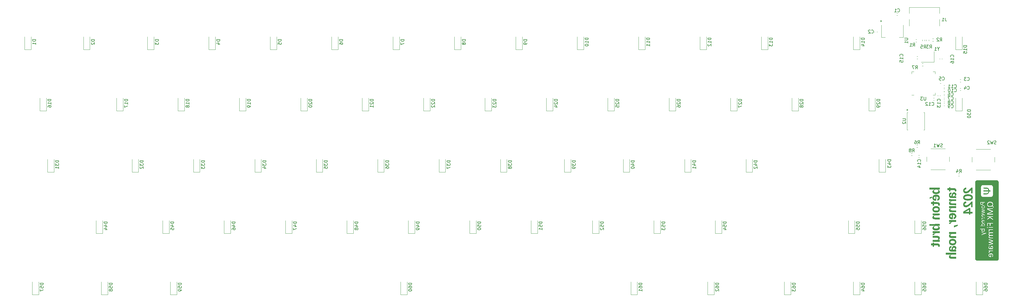
<source format=gbr>
%TF.GenerationSoftware,KiCad,Pcbnew,8.0.2*%
%TF.CreationDate,2024-06-20T11:33:06-07:00*%
%TF.ProjectId,keyboard_pcb,6b657962-6f61-4726-945f-7063622e6b69,1.0*%
%TF.SameCoordinates,Original*%
%TF.FileFunction,Legend,Bot*%
%TF.FilePolarity,Positive*%
%FSLAX46Y46*%
G04 Gerber Fmt 4.6, Leading zero omitted, Abs format (unit mm)*
G04 Created by KiCad (PCBNEW 8.0.2) date 2024-06-20 11:33:06*
%MOMM*%
%LPD*%
G01*
G04 APERTURE LIST*
%ADD10C,0.150000*%
%ADD11C,0.120000*%
%ADD12C,0.000000*%
G04 APERTURE END LIST*
D10*
X339566666Y-131884819D02*
X339899999Y-131408628D01*
X340138094Y-131884819D02*
X340138094Y-130884819D01*
X340138094Y-130884819D02*
X339757142Y-130884819D01*
X339757142Y-130884819D02*
X339661904Y-130932438D01*
X339661904Y-130932438D02*
X339614285Y-130980057D01*
X339614285Y-130980057D02*
X339566666Y-131075295D01*
X339566666Y-131075295D02*
X339566666Y-131218152D01*
X339566666Y-131218152D02*
X339614285Y-131313390D01*
X339614285Y-131313390D02*
X339661904Y-131361009D01*
X339661904Y-131361009D02*
X339757142Y-131408628D01*
X339757142Y-131408628D02*
X340138094Y-131408628D01*
X338995237Y-131313390D02*
X339090475Y-131265771D01*
X339090475Y-131265771D02*
X339138094Y-131218152D01*
X339138094Y-131218152D02*
X339185713Y-131122914D01*
X339185713Y-131122914D02*
X339185713Y-131075295D01*
X339185713Y-131075295D02*
X339138094Y-130980057D01*
X339138094Y-130980057D02*
X339090475Y-130932438D01*
X339090475Y-130932438D02*
X338995237Y-130884819D01*
X338995237Y-130884819D02*
X338804761Y-130884819D01*
X338804761Y-130884819D02*
X338709523Y-130932438D01*
X338709523Y-130932438D02*
X338661904Y-130980057D01*
X338661904Y-130980057D02*
X338614285Y-131075295D01*
X338614285Y-131075295D02*
X338614285Y-131122914D01*
X338614285Y-131122914D02*
X338661904Y-131218152D01*
X338661904Y-131218152D02*
X338709523Y-131265771D01*
X338709523Y-131265771D02*
X338804761Y-131313390D01*
X338804761Y-131313390D02*
X338995237Y-131313390D01*
X338995237Y-131313390D02*
X339090475Y-131361009D01*
X339090475Y-131361009D02*
X339138094Y-131408628D01*
X339138094Y-131408628D02*
X339185713Y-131503866D01*
X339185713Y-131503866D02*
X339185713Y-131694342D01*
X339185713Y-131694342D02*
X339138094Y-131789580D01*
X339138094Y-131789580D02*
X339090475Y-131837200D01*
X339090475Y-131837200D02*
X338995237Y-131884819D01*
X338995237Y-131884819D02*
X338804761Y-131884819D01*
X338804761Y-131884819D02*
X338709523Y-131837200D01*
X338709523Y-131837200D02*
X338661904Y-131789580D01*
X338661904Y-131789580D02*
X338614285Y-131694342D01*
X338614285Y-131694342D02*
X338614285Y-131503866D01*
X338614285Y-131503866D02*
X338661904Y-131408628D01*
X338661904Y-131408628D02*
X338709523Y-131361009D01*
X338709523Y-131361009D02*
X338804761Y-131313390D01*
X340566666Y-106054819D02*
X340899999Y-105578628D01*
X341138094Y-106054819D02*
X341138094Y-105054819D01*
X341138094Y-105054819D02*
X340757142Y-105054819D01*
X340757142Y-105054819D02*
X340661904Y-105102438D01*
X340661904Y-105102438D02*
X340614285Y-105150057D01*
X340614285Y-105150057D02*
X340566666Y-105245295D01*
X340566666Y-105245295D02*
X340566666Y-105388152D01*
X340566666Y-105388152D02*
X340614285Y-105483390D01*
X340614285Y-105483390D02*
X340661904Y-105531009D01*
X340661904Y-105531009D02*
X340757142Y-105578628D01*
X340757142Y-105578628D02*
X341138094Y-105578628D01*
X340233332Y-105054819D02*
X339566666Y-105054819D01*
X339566666Y-105054819D02*
X339995237Y-106054819D01*
X341258131Y-129345185D02*
X341591464Y-128868994D01*
X341829559Y-129345185D02*
X341829559Y-128345185D01*
X341829559Y-128345185D02*
X341448607Y-128345185D01*
X341448607Y-128345185D02*
X341353369Y-128392804D01*
X341353369Y-128392804D02*
X341305750Y-128440423D01*
X341305750Y-128440423D02*
X341258131Y-128535661D01*
X341258131Y-128535661D02*
X341258131Y-128678518D01*
X341258131Y-128678518D02*
X341305750Y-128773756D01*
X341305750Y-128773756D02*
X341353369Y-128821375D01*
X341353369Y-128821375D02*
X341448607Y-128868994D01*
X341448607Y-128868994D02*
X341829559Y-128868994D01*
X340400988Y-128345185D02*
X340591464Y-128345185D01*
X340591464Y-128345185D02*
X340686702Y-128392804D01*
X340686702Y-128392804D02*
X340734321Y-128440423D01*
X340734321Y-128440423D02*
X340829559Y-128583280D01*
X340829559Y-128583280D02*
X340877178Y-128773756D01*
X340877178Y-128773756D02*
X340877178Y-129154708D01*
X340877178Y-129154708D02*
X340829559Y-129249946D01*
X340829559Y-129249946D02*
X340781940Y-129297566D01*
X340781940Y-129297566D02*
X340686702Y-129345185D01*
X340686702Y-129345185D02*
X340496226Y-129345185D01*
X340496226Y-129345185D02*
X340400988Y-129297566D01*
X340400988Y-129297566D02*
X340353369Y-129249946D01*
X340353369Y-129249946D02*
X340305750Y-129154708D01*
X340305750Y-129154708D02*
X340305750Y-128916613D01*
X340305750Y-128916613D02*
X340353369Y-128821375D01*
X340353369Y-128821375D02*
X340400988Y-128773756D01*
X340400988Y-128773756D02*
X340496226Y-128726137D01*
X340496226Y-128726137D02*
X340686702Y-128726137D01*
X340686702Y-128726137D02*
X340781940Y-128773756D01*
X340781940Y-128773756D02*
X340829559Y-128821375D01*
X340829559Y-128821375D02*
X340877178Y-128916613D01*
X343166666Y-99654819D02*
X343499999Y-99178628D01*
X343738094Y-99654819D02*
X343738094Y-98654819D01*
X343738094Y-98654819D02*
X343357142Y-98654819D01*
X343357142Y-98654819D02*
X343261904Y-98702438D01*
X343261904Y-98702438D02*
X343214285Y-98750057D01*
X343214285Y-98750057D02*
X343166666Y-98845295D01*
X343166666Y-98845295D02*
X343166666Y-98988152D01*
X343166666Y-98988152D02*
X343214285Y-99083390D01*
X343214285Y-99083390D02*
X343261904Y-99131009D01*
X343261904Y-99131009D02*
X343357142Y-99178628D01*
X343357142Y-99178628D02*
X343738094Y-99178628D01*
X342261904Y-98654819D02*
X342738094Y-98654819D01*
X342738094Y-98654819D02*
X342785713Y-99131009D01*
X342785713Y-99131009D02*
X342738094Y-99083390D01*
X342738094Y-99083390D02*
X342642856Y-99035771D01*
X342642856Y-99035771D02*
X342404761Y-99035771D01*
X342404761Y-99035771D02*
X342309523Y-99083390D01*
X342309523Y-99083390D02*
X342261904Y-99131009D01*
X342261904Y-99131009D02*
X342214285Y-99226247D01*
X342214285Y-99226247D02*
X342214285Y-99464342D01*
X342214285Y-99464342D02*
X342261904Y-99559580D01*
X342261904Y-99559580D02*
X342309523Y-99607200D01*
X342309523Y-99607200D02*
X342404761Y-99654819D01*
X342404761Y-99654819D02*
X342642856Y-99654819D01*
X342642856Y-99654819D02*
X342738094Y-99607200D01*
X342738094Y-99607200D02*
X342785713Y-99559580D01*
X354193845Y-138295185D02*
X354527178Y-137818994D01*
X354765273Y-138295185D02*
X354765273Y-137295185D01*
X354765273Y-137295185D02*
X354384321Y-137295185D01*
X354384321Y-137295185D02*
X354289083Y-137342804D01*
X354289083Y-137342804D02*
X354241464Y-137390423D01*
X354241464Y-137390423D02*
X354193845Y-137485661D01*
X354193845Y-137485661D02*
X354193845Y-137628518D01*
X354193845Y-137628518D02*
X354241464Y-137723756D01*
X354241464Y-137723756D02*
X354289083Y-137771375D01*
X354289083Y-137771375D02*
X354384321Y-137818994D01*
X354384321Y-137818994D02*
X354765273Y-137818994D01*
X353336702Y-137628518D02*
X353336702Y-138295185D01*
X353574797Y-137247566D02*
X353812892Y-137961851D01*
X353812892Y-137961851D02*
X353193845Y-137961851D01*
X344966666Y-99654819D02*
X345299999Y-99178628D01*
X345538094Y-99654819D02*
X345538094Y-98654819D01*
X345538094Y-98654819D02*
X345157142Y-98654819D01*
X345157142Y-98654819D02*
X345061904Y-98702438D01*
X345061904Y-98702438D02*
X345014285Y-98750057D01*
X345014285Y-98750057D02*
X344966666Y-98845295D01*
X344966666Y-98845295D02*
X344966666Y-98988152D01*
X344966666Y-98988152D02*
X345014285Y-99083390D01*
X345014285Y-99083390D02*
X345061904Y-99131009D01*
X345061904Y-99131009D02*
X345157142Y-99178628D01*
X345157142Y-99178628D02*
X345538094Y-99178628D01*
X344633332Y-98654819D02*
X344014285Y-98654819D01*
X344014285Y-98654819D02*
X344347618Y-99035771D01*
X344347618Y-99035771D02*
X344204761Y-99035771D01*
X344204761Y-99035771D02*
X344109523Y-99083390D01*
X344109523Y-99083390D02*
X344061904Y-99131009D01*
X344061904Y-99131009D02*
X344014285Y-99226247D01*
X344014285Y-99226247D02*
X344014285Y-99464342D01*
X344014285Y-99464342D02*
X344061904Y-99559580D01*
X344061904Y-99559580D02*
X344109523Y-99607200D01*
X344109523Y-99607200D02*
X344204761Y-99654819D01*
X344204761Y-99654819D02*
X344490475Y-99654819D01*
X344490475Y-99654819D02*
X344585713Y-99607200D01*
X344585713Y-99607200D02*
X344633332Y-99559580D01*
X348166666Y-97454819D02*
X348499999Y-96978628D01*
X348738094Y-97454819D02*
X348738094Y-96454819D01*
X348738094Y-96454819D02*
X348357142Y-96454819D01*
X348357142Y-96454819D02*
X348261904Y-96502438D01*
X348261904Y-96502438D02*
X348214285Y-96550057D01*
X348214285Y-96550057D02*
X348166666Y-96645295D01*
X348166666Y-96645295D02*
X348166666Y-96788152D01*
X348166666Y-96788152D02*
X348214285Y-96883390D01*
X348214285Y-96883390D02*
X348261904Y-96931009D01*
X348261904Y-96931009D02*
X348357142Y-96978628D01*
X348357142Y-96978628D02*
X348738094Y-96978628D01*
X347785713Y-96550057D02*
X347738094Y-96502438D01*
X347738094Y-96502438D02*
X347642856Y-96454819D01*
X347642856Y-96454819D02*
X347404761Y-96454819D01*
X347404761Y-96454819D02*
X347309523Y-96502438D01*
X347309523Y-96502438D02*
X347261904Y-96550057D01*
X347261904Y-96550057D02*
X347214285Y-96645295D01*
X347214285Y-96645295D02*
X347214285Y-96740533D01*
X347214285Y-96740533D02*
X347261904Y-96883390D01*
X347261904Y-96883390D02*
X347833332Y-97454819D01*
X347833332Y-97454819D02*
X347214285Y-97454819D01*
X339766666Y-99054819D02*
X340099999Y-98578628D01*
X340338094Y-99054819D02*
X340338094Y-98054819D01*
X340338094Y-98054819D02*
X339957142Y-98054819D01*
X339957142Y-98054819D02*
X339861904Y-98102438D01*
X339861904Y-98102438D02*
X339814285Y-98150057D01*
X339814285Y-98150057D02*
X339766666Y-98245295D01*
X339766666Y-98245295D02*
X339766666Y-98388152D01*
X339766666Y-98388152D02*
X339814285Y-98483390D01*
X339814285Y-98483390D02*
X339861904Y-98531009D01*
X339861904Y-98531009D02*
X339957142Y-98578628D01*
X339957142Y-98578628D02*
X340338094Y-98578628D01*
X338814285Y-99054819D02*
X339385713Y-99054819D01*
X339099999Y-99054819D02*
X339099999Y-98054819D01*
X339099999Y-98054819D02*
X339195237Y-98197676D01*
X339195237Y-98197676D02*
X339290475Y-98292914D01*
X339290475Y-98292914D02*
X339385713Y-98340533D01*
X356666666Y-109609580D02*
X356714285Y-109657200D01*
X356714285Y-109657200D02*
X356857142Y-109704819D01*
X356857142Y-109704819D02*
X356952380Y-109704819D01*
X356952380Y-109704819D02*
X357095237Y-109657200D01*
X357095237Y-109657200D02*
X357190475Y-109561961D01*
X357190475Y-109561961D02*
X357238094Y-109466723D01*
X357238094Y-109466723D02*
X357285713Y-109276247D01*
X357285713Y-109276247D02*
X357285713Y-109133390D01*
X357285713Y-109133390D02*
X357238094Y-108942914D01*
X357238094Y-108942914D02*
X357190475Y-108847676D01*
X357190475Y-108847676D02*
X357095237Y-108752438D01*
X357095237Y-108752438D02*
X356952380Y-108704819D01*
X356952380Y-108704819D02*
X356857142Y-108704819D01*
X356857142Y-108704819D02*
X356714285Y-108752438D01*
X356714285Y-108752438D02*
X356666666Y-108800057D01*
X356333332Y-108704819D02*
X355714285Y-108704819D01*
X355714285Y-108704819D02*
X356047618Y-109085771D01*
X356047618Y-109085771D02*
X355904761Y-109085771D01*
X355904761Y-109085771D02*
X355809523Y-109133390D01*
X355809523Y-109133390D02*
X355761904Y-109181009D01*
X355761904Y-109181009D02*
X355714285Y-109276247D01*
X355714285Y-109276247D02*
X355714285Y-109514342D01*
X355714285Y-109514342D02*
X355761904Y-109609580D01*
X355761904Y-109609580D02*
X355809523Y-109657200D01*
X355809523Y-109657200D02*
X355904761Y-109704819D01*
X355904761Y-109704819D02*
X356190475Y-109704819D01*
X356190475Y-109704819D02*
X356285713Y-109657200D01*
X356285713Y-109657200D02*
X356333332Y-109609580D01*
X215233784Y-134577330D02*
X214233784Y-134577330D01*
X214233784Y-134577330D02*
X214233784Y-134815425D01*
X214233784Y-134815425D02*
X214281403Y-134958282D01*
X214281403Y-134958282D02*
X214376641Y-135053520D01*
X214376641Y-135053520D02*
X214471879Y-135101139D01*
X214471879Y-135101139D02*
X214662355Y-135148758D01*
X214662355Y-135148758D02*
X214805212Y-135148758D01*
X214805212Y-135148758D02*
X214995688Y-135101139D01*
X214995688Y-135101139D02*
X215090926Y-135053520D01*
X215090926Y-135053520D02*
X215186165Y-134958282D01*
X215186165Y-134958282D02*
X215233784Y-134815425D01*
X215233784Y-134815425D02*
X215233784Y-134577330D01*
X214233784Y-135482092D02*
X214233784Y-136101139D01*
X214233784Y-136101139D02*
X214614736Y-135767806D01*
X214614736Y-135767806D02*
X214614736Y-135910663D01*
X214614736Y-135910663D02*
X214662355Y-136005901D01*
X214662355Y-136005901D02*
X214709974Y-136053520D01*
X214709974Y-136053520D02*
X214805212Y-136101139D01*
X214805212Y-136101139D02*
X215043307Y-136101139D01*
X215043307Y-136101139D02*
X215138545Y-136053520D01*
X215138545Y-136053520D02*
X215186165Y-136005901D01*
X215186165Y-136005901D02*
X215233784Y-135910663D01*
X215233784Y-135910663D02*
X215233784Y-135624949D01*
X215233784Y-135624949D02*
X215186165Y-135529711D01*
X215186165Y-135529711D02*
X215138545Y-135482092D01*
X214662355Y-136672568D02*
X214614736Y-136577330D01*
X214614736Y-136577330D02*
X214567117Y-136529711D01*
X214567117Y-136529711D02*
X214471879Y-136482092D01*
X214471879Y-136482092D02*
X214424260Y-136482092D01*
X214424260Y-136482092D02*
X214329022Y-136529711D01*
X214329022Y-136529711D02*
X214281403Y-136577330D01*
X214281403Y-136577330D02*
X214233784Y-136672568D01*
X214233784Y-136672568D02*
X214233784Y-136863044D01*
X214233784Y-136863044D02*
X214281403Y-136958282D01*
X214281403Y-136958282D02*
X214329022Y-137005901D01*
X214329022Y-137005901D02*
X214424260Y-137053520D01*
X214424260Y-137053520D02*
X214471879Y-137053520D01*
X214471879Y-137053520D02*
X214567117Y-137005901D01*
X214567117Y-137005901D02*
X214614736Y-136958282D01*
X214614736Y-136958282D02*
X214662355Y-136863044D01*
X214662355Y-136863044D02*
X214662355Y-136672568D01*
X214662355Y-136672568D02*
X214709974Y-136577330D01*
X214709974Y-136577330D02*
X214757593Y-136529711D01*
X214757593Y-136529711D02*
X214852831Y-136482092D01*
X214852831Y-136482092D02*
X215043307Y-136482092D01*
X215043307Y-136482092D02*
X215138545Y-136529711D01*
X215138545Y-136529711D02*
X215186165Y-136577330D01*
X215186165Y-136577330D02*
X215233784Y-136672568D01*
X215233784Y-136672568D02*
X215233784Y-136863044D01*
X215233784Y-136863044D02*
X215186165Y-136958282D01*
X215186165Y-136958282D02*
X215138545Y-137005901D01*
X215138545Y-137005901D02*
X215043307Y-137053520D01*
X215043307Y-137053520D02*
X214852831Y-137053520D01*
X214852831Y-137053520D02*
X214757593Y-137005901D01*
X214757593Y-137005901D02*
X214709974Y-136958282D01*
X214709974Y-136958282D02*
X214662355Y-136863044D01*
X352642857Y-111859580D02*
X352690476Y-111907200D01*
X352690476Y-111907200D02*
X352833333Y-111954819D01*
X352833333Y-111954819D02*
X352928571Y-111954819D01*
X352928571Y-111954819D02*
X353071428Y-111907200D01*
X353071428Y-111907200D02*
X353166666Y-111811961D01*
X353166666Y-111811961D02*
X353214285Y-111716723D01*
X353214285Y-111716723D02*
X353261904Y-111526247D01*
X353261904Y-111526247D02*
X353261904Y-111383390D01*
X353261904Y-111383390D02*
X353214285Y-111192914D01*
X353214285Y-111192914D02*
X353166666Y-111097676D01*
X353166666Y-111097676D02*
X353071428Y-111002438D01*
X353071428Y-111002438D02*
X352928571Y-110954819D01*
X352928571Y-110954819D02*
X352833333Y-110954819D01*
X352833333Y-110954819D02*
X352690476Y-111002438D01*
X352690476Y-111002438D02*
X352642857Y-111050057D01*
X351690476Y-111954819D02*
X352261904Y-111954819D01*
X351976190Y-111954819D02*
X351976190Y-110954819D01*
X351976190Y-110954819D02*
X352071428Y-111097676D01*
X352071428Y-111097676D02*
X352166666Y-111192914D01*
X352166666Y-111192914D02*
X352261904Y-111240533D01*
X350738095Y-111954819D02*
X351309523Y-111954819D01*
X351023809Y-111954819D02*
X351023809Y-110954819D01*
X351023809Y-110954819D02*
X351119047Y-111097676D01*
X351119047Y-111097676D02*
X351214285Y-111192914D01*
X351214285Y-111192914D02*
X351309523Y-111240533D01*
X167608784Y-153627330D02*
X166608784Y-153627330D01*
X166608784Y-153627330D02*
X166608784Y-153865425D01*
X166608784Y-153865425D02*
X166656403Y-154008282D01*
X166656403Y-154008282D02*
X166751641Y-154103520D01*
X166751641Y-154103520D02*
X166846879Y-154151139D01*
X166846879Y-154151139D02*
X167037355Y-154198758D01*
X167037355Y-154198758D02*
X167180212Y-154198758D01*
X167180212Y-154198758D02*
X167370688Y-154151139D01*
X167370688Y-154151139D02*
X167465926Y-154103520D01*
X167465926Y-154103520D02*
X167561165Y-154008282D01*
X167561165Y-154008282D02*
X167608784Y-153865425D01*
X167608784Y-153865425D02*
X167608784Y-153627330D01*
X166942117Y-155055901D02*
X167608784Y-155055901D01*
X166561165Y-154817806D02*
X167275450Y-154579711D01*
X167275450Y-154579711D02*
X167275450Y-155198758D01*
X167037355Y-155722568D02*
X166989736Y-155627330D01*
X166989736Y-155627330D02*
X166942117Y-155579711D01*
X166942117Y-155579711D02*
X166846879Y-155532092D01*
X166846879Y-155532092D02*
X166799260Y-155532092D01*
X166799260Y-155532092D02*
X166704022Y-155579711D01*
X166704022Y-155579711D02*
X166656403Y-155627330D01*
X166656403Y-155627330D02*
X166608784Y-155722568D01*
X166608784Y-155722568D02*
X166608784Y-155913044D01*
X166608784Y-155913044D02*
X166656403Y-156008282D01*
X166656403Y-156008282D02*
X166704022Y-156055901D01*
X166704022Y-156055901D02*
X166799260Y-156103520D01*
X166799260Y-156103520D02*
X166846879Y-156103520D01*
X166846879Y-156103520D02*
X166942117Y-156055901D01*
X166942117Y-156055901D02*
X166989736Y-156008282D01*
X166989736Y-156008282D02*
X167037355Y-155913044D01*
X167037355Y-155913044D02*
X167037355Y-155722568D01*
X167037355Y-155722568D02*
X167084974Y-155627330D01*
X167084974Y-155627330D02*
X167132593Y-155579711D01*
X167132593Y-155579711D02*
X167227831Y-155532092D01*
X167227831Y-155532092D02*
X167418307Y-155532092D01*
X167418307Y-155532092D02*
X167513545Y-155579711D01*
X167513545Y-155579711D02*
X167561165Y-155627330D01*
X167561165Y-155627330D02*
X167608784Y-155722568D01*
X167608784Y-155722568D02*
X167608784Y-155913044D01*
X167608784Y-155913044D02*
X167561165Y-156008282D01*
X167561165Y-156008282D02*
X167513545Y-156055901D01*
X167513545Y-156055901D02*
X167418307Y-156103520D01*
X167418307Y-156103520D02*
X167227831Y-156103520D01*
X167227831Y-156103520D02*
X167132593Y-156055901D01*
X167132593Y-156055901D02*
X167084974Y-156008282D01*
X167084974Y-156008282D02*
X167037355Y-155913044D01*
X243808784Y-153627330D02*
X242808784Y-153627330D01*
X242808784Y-153627330D02*
X242808784Y-153865425D01*
X242808784Y-153865425D02*
X242856403Y-154008282D01*
X242856403Y-154008282D02*
X242951641Y-154103520D01*
X242951641Y-154103520D02*
X243046879Y-154151139D01*
X243046879Y-154151139D02*
X243237355Y-154198758D01*
X243237355Y-154198758D02*
X243380212Y-154198758D01*
X243380212Y-154198758D02*
X243570688Y-154151139D01*
X243570688Y-154151139D02*
X243665926Y-154103520D01*
X243665926Y-154103520D02*
X243761165Y-154008282D01*
X243761165Y-154008282D02*
X243808784Y-153865425D01*
X243808784Y-153865425D02*
X243808784Y-153627330D01*
X242808784Y-155103520D02*
X242808784Y-154627330D01*
X242808784Y-154627330D02*
X243284974Y-154579711D01*
X243284974Y-154579711D02*
X243237355Y-154627330D01*
X243237355Y-154627330D02*
X243189736Y-154722568D01*
X243189736Y-154722568D02*
X243189736Y-154960663D01*
X243189736Y-154960663D02*
X243237355Y-155055901D01*
X243237355Y-155055901D02*
X243284974Y-155103520D01*
X243284974Y-155103520D02*
X243380212Y-155151139D01*
X243380212Y-155151139D02*
X243618307Y-155151139D01*
X243618307Y-155151139D02*
X243713545Y-155103520D01*
X243713545Y-155103520D02*
X243761165Y-155055901D01*
X243761165Y-155055901D02*
X243808784Y-154960663D01*
X243808784Y-154960663D02*
X243808784Y-154722568D01*
X243808784Y-154722568D02*
X243761165Y-154627330D01*
X243761165Y-154627330D02*
X243713545Y-154579711D01*
X242904022Y-155532092D02*
X242856403Y-155579711D01*
X242856403Y-155579711D02*
X242808784Y-155674949D01*
X242808784Y-155674949D02*
X242808784Y-155913044D01*
X242808784Y-155913044D02*
X242856403Y-156008282D01*
X242856403Y-156008282D02*
X242904022Y-156055901D01*
X242904022Y-156055901D02*
X242999260Y-156103520D01*
X242999260Y-156103520D02*
X243094498Y-156103520D01*
X243094498Y-156103520D02*
X243237355Y-156055901D01*
X243237355Y-156055901D02*
X243808784Y-155484473D01*
X243808784Y-155484473D02*
X243808784Y-156103520D01*
X342109580Y-134857142D02*
X342157200Y-134809523D01*
X342157200Y-134809523D02*
X342204819Y-134666666D01*
X342204819Y-134666666D02*
X342204819Y-134571428D01*
X342204819Y-134571428D02*
X342157200Y-134428571D01*
X342157200Y-134428571D02*
X342061961Y-134333333D01*
X342061961Y-134333333D02*
X341966723Y-134285714D01*
X341966723Y-134285714D02*
X341776247Y-134238095D01*
X341776247Y-134238095D02*
X341633390Y-134238095D01*
X341633390Y-134238095D02*
X341442914Y-134285714D01*
X341442914Y-134285714D02*
X341347676Y-134333333D01*
X341347676Y-134333333D02*
X341252438Y-134428571D01*
X341252438Y-134428571D02*
X341204819Y-134571428D01*
X341204819Y-134571428D02*
X341204819Y-134666666D01*
X341204819Y-134666666D02*
X341252438Y-134809523D01*
X341252438Y-134809523D02*
X341300057Y-134857142D01*
X342204819Y-135809523D02*
X342204819Y-135238095D01*
X342204819Y-135523809D02*
X341204819Y-135523809D01*
X341204819Y-135523809D02*
X341347676Y-135428571D01*
X341347676Y-135428571D02*
X341442914Y-135333333D01*
X341442914Y-135333333D02*
X341490533Y-135238095D01*
X341538152Y-136666666D02*
X342204819Y-136666666D01*
X341157200Y-136428571D02*
X341871485Y-136190476D01*
X341871485Y-136190476D02*
X341871485Y-136809523D01*
X357704819Y-118785714D02*
X356704819Y-118785714D01*
X356704819Y-118785714D02*
X356704819Y-119023809D01*
X356704819Y-119023809D02*
X356752438Y-119166666D01*
X356752438Y-119166666D02*
X356847676Y-119261904D01*
X356847676Y-119261904D02*
X356942914Y-119309523D01*
X356942914Y-119309523D02*
X357133390Y-119357142D01*
X357133390Y-119357142D02*
X357276247Y-119357142D01*
X357276247Y-119357142D02*
X357466723Y-119309523D01*
X357466723Y-119309523D02*
X357561961Y-119261904D01*
X357561961Y-119261904D02*
X357657200Y-119166666D01*
X357657200Y-119166666D02*
X357704819Y-119023809D01*
X357704819Y-119023809D02*
X357704819Y-118785714D01*
X356704819Y-119690476D02*
X356704819Y-120309523D01*
X356704819Y-120309523D02*
X357085771Y-119976190D01*
X357085771Y-119976190D02*
X357085771Y-120119047D01*
X357085771Y-120119047D02*
X357133390Y-120214285D01*
X357133390Y-120214285D02*
X357181009Y-120261904D01*
X357181009Y-120261904D02*
X357276247Y-120309523D01*
X357276247Y-120309523D02*
X357514342Y-120309523D01*
X357514342Y-120309523D02*
X357609580Y-120261904D01*
X357609580Y-120261904D02*
X357657200Y-120214285D01*
X357657200Y-120214285D02*
X357704819Y-120119047D01*
X357704819Y-120119047D02*
X357704819Y-119833333D01*
X357704819Y-119833333D02*
X357657200Y-119738095D01*
X357657200Y-119738095D02*
X357609580Y-119690476D01*
X356704819Y-120928571D02*
X356704819Y-121023809D01*
X356704819Y-121023809D02*
X356752438Y-121119047D01*
X356752438Y-121119047D02*
X356800057Y-121166666D01*
X356800057Y-121166666D02*
X356895295Y-121214285D01*
X356895295Y-121214285D02*
X357085771Y-121261904D01*
X357085771Y-121261904D02*
X357323866Y-121261904D01*
X357323866Y-121261904D02*
X357514342Y-121214285D01*
X357514342Y-121214285D02*
X357609580Y-121166666D01*
X357609580Y-121166666D02*
X357657200Y-121119047D01*
X357657200Y-121119047D02*
X357704819Y-121023809D01*
X357704819Y-121023809D02*
X357704819Y-120928571D01*
X357704819Y-120928571D02*
X357657200Y-120833333D01*
X357657200Y-120833333D02*
X357609580Y-120785714D01*
X357609580Y-120785714D02*
X357514342Y-120738095D01*
X357514342Y-120738095D02*
X357323866Y-120690476D01*
X357323866Y-120690476D02*
X357085771Y-120690476D01*
X357085771Y-120690476D02*
X356895295Y-120738095D01*
X356895295Y-120738095D02*
X356800057Y-120785714D01*
X356800057Y-120785714D02*
X356752438Y-120833333D01*
X356752438Y-120833333D02*
X356704819Y-120928571D01*
X348904190Y-109473067D02*
X348951809Y-109520687D01*
X348951809Y-109520687D02*
X349094666Y-109568306D01*
X349094666Y-109568306D02*
X349189904Y-109568306D01*
X349189904Y-109568306D02*
X349332761Y-109520687D01*
X349332761Y-109520687D02*
X349427999Y-109425448D01*
X349427999Y-109425448D02*
X349475618Y-109330210D01*
X349475618Y-109330210D02*
X349523237Y-109139734D01*
X349523237Y-109139734D02*
X349523237Y-108996877D01*
X349523237Y-108996877D02*
X349475618Y-108806401D01*
X349475618Y-108806401D02*
X349427999Y-108711163D01*
X349427999Y-108711163D02*
X349332761Y-108615925D01*
X349332761Y-108615925D02*
X349189904Y-108568306D01*
X349189904Y-108568306D02*
X349094666Y-108568306D01*
X349094666Y-108568306D02*
X348951809Y-108615925D01*
X348951809Y-108615925D02*
X348904190Y-108663544D01*
X347999428Y-108568306D02*
X348475618Y-108568306D01*
X348475618Y-108568306D02*
X348523237Y-109044496D01*
X348523237Y-109044496D02*
X348475618Y-108996877D01*
X348475618Y-108996877D02*
X348380380Y-108949258D01*
X348380380Y-108949258D02*
X348142285Y-108949258D01*
X348142285Y-108949258D02*
X348047047Y-108996877D01*
X348047047Y-108996877D02*
X347999428Y-109044496D01*
X347999428Y-109044496D02*
X347951809Y-109139734D01*
X347951809Y-109139734D02*
X347951809Y-109377829D01*
X347951809Y-109377829D02*
X347999428Y-109473067D01*
X347999428Y-109473067D02*
X348047047Y-109520687D01*
X348047047Y-109520687D02*
X348142285Y-109568306D01*
X348142285Y-109568306D02*
X348380380Y-109568306D01*
X348380380Y-109568306D02*
X348475618Y-109520687D01*
X348475618Y-109520687D02*
X348523237Y-109473067D01*
X85852534Y-96953521D02*
X84852534Y-96953521D01*
X84852534Y-96953521D02*
X84852534Y-97191616D01*
X84852534Y-97191616D02*
X84900153Y-97334473D01*
X84900153Y-97334473D02*
X84995391Y-97429711D01*
X84995391Y-97429711D02*
X85090629Y-97477330D01*
X85090629Y-97477330D02*
X85281105Y-97524949D01*
X85281105Y-97524949D02*
X85423962Y-97524949D01*
X85423962Y-97524949D02*
X85614438Y-97477330D01*
X85614438Y-97477330D02*
X85709676Y-97429711D01*
X85709676Y-97429711D02*
X85804915Y-97334473D01*
X85804915Y-97334473D02*
X85852534Y-97191616D01*
X85852534Y-97191616D02*
X85852534Y-96953521D01*
X84947772Y-97905902D02*
X84900153Y-97953521D01*
X84900153Y-97953521D02*
X84852534Y-98048759D01*
X84852534Y-98048759D02*
X84852534Y-98286854D01*
X84852534Y-98286854D02*
X84900153Y-98382092D01*
X84900153Y-98382092D02*
X84947772Y-98429711D01*
X84947772Y-98429711D02*
X85043010Y-98477330D01*
X85043010Y-98477330D02*
X85138248Y-98477330D01*
X85138248Y-98477330D02*
X85281105Y-98429711D01*
X85281105Y-98429711D02*
X85852534Y-97858283D01*
X85852534Y-97858283D02*
X85852534Y-98477330D01*
X324771284Y-172677330D02*
X323771284Y-172677330D01*
X323771284Y-172677330D02*
X323771284Y-172915425D01*
X323771284Y-172915425D02*
X323818903Y-173058282D01*
X323818903Y-173058282D02*
X323914141Y-173153520D01*
X323914141Y-173153520D02*
X324009379Y-173201139D01*
X324009379Y-173201139D02*
X324199855Y-173248758D01*
X324199855Y-173248758D02*
X324342712Y-173248758D01*
X324342712Y-173248758D02*
X324533188Y-173201139D01*
X324533188Y-173201139D02*
X324628426Y-173153520D01*
X324628426Y-173153520D02*
X324723665Y-173058282D01*
X324723665Y-173058282D02*
X324771284Y-172915425D01*
X324771284Y-172915425D02*
X324771284Y-172677330D01*
X323771284Y-174105901D02*
X323771284Y-173915425D01*
X323771284Y-173915425D02*
X323818903Y-173820187D01*
X323818903Y-173820187D02*
X323866522Y-173772568D01*
X323866522Y-173772568D02*
X324009379Y-173677330D01*
X324009379Y-173677330D02*
X324199855Y-173629711D01*
X324199855Y-173629711D02*
X324580807Y-173629711D01*
X324580807Y-173629711D02*
X324676045Y-173677330D01*
X324676045Y-173677330D02*
X324723665Y-173724949D01*
X324723665Y-173724949D02*
X324771284Y-173820187D01*
X324771284Y-173820187D02*
X324771284Y-174010663D01*
X324771284Y-174010663D02*
X324723665Y-174105901D01*
X324723665Y-174105901D02*
X324676045Y-174153520D01*
X324676045Y-174153520D02*
X324580807Y-174201139D01*
X324580807Y-174201139D02*
X324342712Y-174201139D01*
X324342712Y-174201139D02*
X324247474Y-174153520D01*
X324247474Y-174153520D02*
X324199855Y-174105901D01*
X324199855Y-174105901D02*
X324152236Y-174010663D01*
X324152236Y-174010663D02*
X324152236Y-173820187D01*
X324152236Y-173820187D02*
X324199855Y-173724949D01*
X324199855Y-173724949D02*
X324247474Y-173677330D01*
X324247474Y-173677330D02*
X324342712Y-173629711D01*
X324104617Y-175058282D02*
X324771284Y-175058282D01*
X323723665Y-174820187D02*
X324437950Y-174582092D01*
X324437950Y-174582092D02*
X324437950Y-175201139D01*
X112840034Y-172677330D02*
X111840034Y-172677330D01*
X111840034Y-172677330D02*
X111840034Y-172915425D01*
X111840034Y-172915425D02*
X111887653Y-173058282D01*
X111887653Y-173058282D02*
X111982891Y-173153520D01*
X111982891Y-173153520D02*
X112078129Y-173201139D01*
X112078129Y-173201139D02*
X112268605Y-173248758D01*
X112268605Y-173248758D02*
X112411462Y-173248758D01*
X112411462Y-173248758D02*
X112601938Y-173201139D01*
X112601938Y-173201139D02*
X112697176Y-173153520D01*
X112697176Y-173153520D02*
X112792415Y-173058282D01*
X112792415Y-173058282D02*
X112840034Y-172915425D01*
X112840034Y-172915425D02*
X112840034Y-172677330D01*
X111840034Y-174153520D02*
X111840034Y-173677330D01*
X111840034Y-173677330D02*
X112316224Y-173629711D01*
X112316224Y-173629711D02*
X112268605Y-173677330D01*
X112268605Y-173677330D02*
X112220986Y-173772568D01*
X112220986Y-173772568D02*
X112220986Y-174010663D01*
X112220986Y-174010663D02*
X112268605Y-174105901D01*
X112268605Y-174105901D02*
X112316224Y-174153520D01*
X112316224Y-174153520D02*
X112411462Y-174201139D01*
X112411462Y-174201139D02*
X112649557Y-174201139D01*
X112649557Y-174201139D02*
X112744795Y-174153520D01*
X112744795Y-174153520D02*
X112792415Y-174105901D01*
X112792415Y-174105901D02*
X112840034Y-174010663D01*
X112840034Y-174010663D02*
X112840034Y-173772568D01*
X112840034Y-173772568D02*
X112792415Y-173677330D01*
X112792415Y-173677330D02*
X112744795Y-173629711D01*
X112840034Y-174677330D02*
X112840034Y-174867806D01*
X112840034Y-174867806D02*
X112792415Y-174963044D01*
X112792415Y-174963044D02*
X112744795Y-175010663D01*
X112744795Y-175010663D02*
X112601938Y-175105901D01*
X112601938Y-175105901D02*
X112411462Y-175153520D01*
X112411462Y-175153520D02*
X112030510Y-175153520D01*
X112030510Y-175153520D02*
X111935272Y-175105901D01*
X111935272Y-175105901D02*
X111887653Y-175058282D01*
X111887653Y-175058282D02*
X111840034Y-174963044D01*
X111840034Y-174963044D02*
X111840034Y-174772568D01*
X111840034Y-174772568D02*
X111887653Y-174677330D01*
X111887653Y-174677330D02*
X111935272Y-174629711D01*
X111935272Y-174629711D02*
X112030510Y-174582092D01*
X112030510Y-174582092D02*
X112268605Y-174582092D01*
X112268605Y-174582092D02*
X112363843Y-174629711D01*
X112363843Y-174629711D02*
X112411462Y-174677330D01*
X112411462Y-174677330D02*
X112459081Y-174772568D01*
X112459081Y-174772568D02*
X112459081Y-174963044D01*
X112459081Y-174963044D02*
X112411462Y-175058282D01*
X112411462Y-175058282D02*
X112363843Y-175105901D01*
X112363843Y-175105901D02*
X112268605Y-175153520D01*
X74740034Y-134577330D02*
X73740034Y-134577330D01*
X73740034Y-134577330D02*
X73740034Y-134815425D01*
X73740034Y-134815425D02*
X73787653Y-134958282D01*
X73787653Y-134958282D02*
X73882891Y-135053520D01*
X73882891Y-135053520D02*
X73978129Y-135101139D01*
X73978129Y-135101139D02*
X74168605Y-135148758D01*
X74168605Y-135148758D02*
X74311462Y-135148758D01*
X74311462Y-135148758D02*
X74501938Y-135101139D01*
X74501938Y-135101139D02*
X74597176Y-135053520D01*
X74597176Y-135053520D02*
X74692415Y-134958282D01*
X74692415Y-134958282D02*
X74740034Y-134815425D01*
X74740034Y-134815425D02*
X74740034Y-134577330D01*
X73740034Y-135482092D02*
X73740034Y-136101139D01*
X73740034Y-136101139D02*
X74120986Y-135767806D01*
X74120986Y-135767806D02*
X74120986Y-135910663D01*
X74120986Y-135910663D02*
X74168605Y-136005901D01*
X74168605Y-136005901D02*
X74216224Y-136053520D01*
X74216224Y-136053520D02*
X74311462Y-136101139D01*
X74311462Y-136101139D02*
X74549557Y-136101139D01*
X74549557Y-136101139D02*
X74644795Y-136053520D01*
X74644795Y-136053520D02*
X74692415Y-136005901D01*
X74692415Y-136005901D02*
X74740034Y-135910663D01*
X74740034Y-135910663D02*
X74740034Y-135624949D01*
X74740034Y-135624949D02*
X74692415Y-135529711D01*
X74692415Y-135529711D02*
X74644795Y-135482092D01*
X74740034Y-137053520D02*
X74740034Y-136482092D01*
X74740034Y-136767806D02*
X73740034Y-136767806D01*
X73740034Y-136767806D02*
X73882891Y-136672568D01*
X73882891Y-136672568D02*
X73978129Y-136577330D01*
X73978129Y-136577330D02*
X74025748Y-136482092D01*
X153321284Y-115527330D02*
X152321284Y-115527330D01*
X152321284Y-115527330D02*
X152321284Y-115765425D01*
X152321284Y-115765425D02*
X152368903Y-115908282D01*
X152368903Y-115908282D02*
X152464141Y-116003520D01*
X152464141Y-116003520D02*
X152559379Y-116051139D01*
X152559379Y-116051139D02*
X152749855Y-116098758D01*
X152749855Y-116098758D02*
X152892712Y-116098758D01*
X152892712Y-116098758D02*
X153083188Y-116051139D01*
X153083188Y-116051139D02*
X153178426Y-116003520D01*
X153178426Y-116003520D02*
X153273665Y-115908282D01*
X153273665Y-115908282D02*
X153321284Y-115765425D01*
X153321284Y-115765425D02*
X153321284Y-115527330D01*
X152416522Y-116479711D02*
X152368903Y-116527330D01*
X152368903Y-116527330D02*
X152321284Y-116622568D01*
X152321284Y-116622568D02*
X152321284Y-116860663D01*
X152321284Y-116860663D02*
X152368903Y-116955901D01*
X152368903Y-116955901D02*
X152416522Y-117003520D01*
X152416522Y-117003520D02*
X152511760Y-117051139D01*
X152511760Y-117051139D02*
X152606998Y-117051139D01*
X152606998Y-117051139D02*
X152749855Y-117003520D01*
X152749855Y-117003520D02*
X153321284Y-116432092D01*
X153321284Y-116432092D02*
X153321284Y-117051139D01*
X152321284Y-117670187D02*
X152321284Y-117765425D01*
X152321284Y-117765425D02*
X152368903Y-117860663D01*
X152368903Y-117860663D02*
X152416522Y-117908282D01*
X152416522Y-117908282D02*
X152511760Y-117955901D01*
X152511760Y-117955901D02*
X152702236Y-118003520D01*
X152702236Y-118003520D02*
X152940331Y-118003520D01*
X152940331Y-118003520D02*
X153130807Y-117955901D01*
X153130807Y-117955901D02*
X153226045Y-117908282D01*
X153226045Y-117908282D02*
X153273665Y-117860663D01*
X153273665Y-117860663D02*
X153321284Y-117765425D01*
X153321284Y-117765425D02*
X153321284Y-117670187D01*
X153321284Y-117670187D02*
X153273665Y-117574949D01*
X153273665Y-117574949D02*
X153226045Y-117527330D01*
X153226045Y-117527330D02*
X153130807Y-117479711D01*
X153130807Y-117479711D02*
X152940331Y-117432092D01*
X152940331Y-117432092D02*
X152702236Y-117432092D01*
X152702236Y-117432092D02*
X152511760Y-117479711D01*
X152511760Y-117479711D02*
X152416522Y-117527330D01*
X152416522Y-117527330D02*
X152368903Y-117574949D01*
X152368903Y-117574949D02*
X152321284Y-117670187D01*
X69977534Y-172677330D02*
X68977534Y-172677330D01*
X68977534Y-172677330D02*
X68977534Y-172915425D01*
X68977534Y-172915425D02*
X69025153Y-173058282D01*
X69025153Y-173058282D02*
X69120391Y-173153520D01*
X69120391Y-173153520D02*
X69215629Y-173201139D01*
X69215629Y-173201139D02*
X69406105Y-173248758D01*
X69406105Y-173248758D02*
X69548962Y-173248758D01*
X69548962Y-173248758D02*
X69739438Y-173201139D01*
X69739438Y-173201139D02*
X69834676Y-173153520D01*
X69834676Y-173153520D02*
X69929915Y-173058282D01*
X69929915Y-173058282D02*
X69977534Y-172915425D01*
X69977534Y-172915425D02*
X69977534Y-172677330D01*
X68977534Y-174153520D02*
X68977534Y-173677330D01*
X68977534Y-173677330D02*
X69453724Y-173629711D01*
X69453724Y-173629711D02*
X69406105Y-173677330D01*
X69406105Y-173677330D02*
X69358486Y-173772568D01*
X69358486Y-173772568D02*
X69358486Y-174010663D01*
X69358486Y-174010663D02*
X69406105Y-174105901D01*
X69406105Y-174105901D02*
X69453724Y-174153520D01*
X69453724Y-174153520D02*
X69548962Y-174201139D01*
X69548962Y-174201139D02*
X69787057Y-174201139D01*
X69787057Y-174201139D02*
X69882295Y-174153520D01*
X69882295Y-174153520D02*
X69929915Y-174105901D01*
X69929915Y-174105901D02*
X69977534Y-174010663D01*
X69977534Y-174010663D02*
X69977534Y-173772568D01*
X69977534Y-173772568D02*
X69929915Y-173677330D01*
X69929915Y-173677330D02*
X69882295Y-173629711D01*
X68977534Y-174534473D02*
X68977534Y-175201139D01*
X68977534Y-175201139D02*
X69977534Y-174772568D01*
X272383784Y-134577330D02*
X271383784Y-134577330D01*
X271383784Y-134577330D02*
X271383784Y-134815425D01*
X271383784Y-134815425D02*
X271431403Y-134958282D01*
X271431403Y-134958282D02*
X271526641Y-135053520D01*
X271526641Y-135053520D02*
X271621879Y-135101139D01*
X271621879Y-135101139D02*
X271812355Y-135148758D01*
X271812355Y-135148758D02*
X271955212Y-135148758D01*
X271955212Y-135148758D02*
X272145688Y-135101139D01*
X272145688Y-135101139D02*
X272240926Y-135053520D01*
X272240926Y-135053520D02*
X272336165Y-134958282D01*
X272336165Y-134958282D02*
X272383784Y-134815425D01*
X272383784Y-134815425D02*
X272383784Y-134577330D01*
X271717117Y-136005901D02*
X272383784Y-136005901D01*
X271336165Y-135767806D02*
X272050450Y-135529711D01*
X272050450Y-135529711D02*
X272050450Y-136148758D01*
X272383784Y-137053520D02*
X272383784Y-136482092D01*
X272383784Y-136767806D02*
X271383784Y-136767806D01*
X271383784Y-136767806D02*
X271526641Y-136672568D01*
X271526641Y-136672568D02*
X271621879Y-136577330D01*
X271621879Y-136577330D02*
X271669498Y-136482092D01*
X200946284Y-96953521D02*
X199946284Y-96953521D01*
X199946284Y-96953521D02*
X199946284Y-97191616D01*
X199946284Y-97191616D02*
X199993903Y-97334473D01*
X199993903Y-97334473D02*
X200089141Y-97429711D01*
X200089141Y-97429711D02*
X200184379Y-97477330D01*
X200184379Y-97477330D02*
X200374855Y-97524949D01*
X200374855Y-97524949D02*
X200517712Y-97524949D01*
X200517712Y-97524949D02*
X200708188Y-97477330D01*
X200708188Y-97477330D02*
X200803426Y-97429711D01*
X200803426Y-97429711D02*
X200898665Y-97334473D01*
X200898665Y-97334473D02*
X200946284Y-97191616D01*
X200946284Y-97191616D02*
X200946284Y-96953521D01*
X200374855Y-98096378D02*
X200327236Y-98001140D01*
X200327236Y-98001140D02*
X200279617Y-97953521D01*
X200279617Y-97953521D02*
X200184379Y-97905902D01*
X200184379Y-97905902D02*
X200136760Y-97905902D01*
X200136760Y-97905902D02*
X200041522Y-97953521D01*
X200041522Y-97953521D02*
X199993903Y-98001140D01*
X199993903Y-98001140D02*
X199946284Y-98096378D01*
X199946284Y-98096378D02*
X199946284Y-98286854D01*
X199946284Y-98286854D02*
X199993903Y-98382092D01*
X199993903Y-98382092D02*
X200041522Y-98429711D01*
X200041522Y-98429711D02*
X200136760Y-98477330D01*
X200136760Y-98477330D02*
X200184379Y-98477330D01*
X200184379Y-98477330D02*
X200279617Y-98429711D01*
X200279617Y-98429711D02*
X200327236Y-98382092D01*
X200327236Y-98382092D02*
X200374855Y-98286854D01*
X200374855Y-98286854D02*
X200374855Y-98096378D01*
X200374855Y-98096378D02*
X200422474Y-98001140D01*
X200422474Y-98001140D02*
X200470093Y-97953521D01*
X200470093Y-97953521D02*
X200565331Y-97905902D01*
X200565331Y-97905902D02*
X200755807Y-97905902D01*
X200755807Y-97905902D02*
X200851045Y-97953521D01*
X200851045Y-97953521D02*
X200898665Y-98001140D01*
X200898665Y-98001140D02*
X200946284Y-98096378D01*
X200946284Y-98096378D02*
X200946284Y-98286854D01*
X200946284Y-98286854D02*
X200898665Y-98382092D01*
X200898665Y-98382092D02*
X200851045Y-98429711D01*
X200851045Y-98429711D02*
X200755807Y-98477330D01*
X200755807Y-98477330D02*
X200565331Y-98477330D01*
X200565331Y-98477330D02*
X200470093Y-98429711D01*
X200470093Y-98429711D02*
X200422474Y-98382092D01*
X200422474Y-98382092D02*
X200374855Y-98286854D01*
X72358784Y-115527330D02*
X71358784Y-115527330D01*
X71358784Y-115527330D02*
X71358784Y-115765425D01*
X71358784Y-115765425D02*
X71406403Y-115908282D01*
X71406403Y-115908282D02*
X71501641Y-116003520D01*
X71501641Y-116003520D02*
X71596879Y-116051139D01*
X71596879Y-116051139D02*
X71787355Y-116098758D01*
X71787355Y-116098758D02*
X71930212Y-116098758D01*
X71930212Y-116098758D02*
X72120688Y-116051139D01*
X72120688Y-116051139D02*
X72215926Y-116003520D01*
X72215926Y-116003520D02*
X72311165Y-115908282D01*
X72311165Y-115908282D02*
X72358784Y-115765425D01*
X72358784Y-115765425D02*
X72358784Y-115527330D01*
X72358784Y-117051139D02*
X72358784Y-116479711D01*
X72358784Y-116765425D02*
X71358784Y-116765425D01*
X71358784Y-116765425D02*
X71501641Y-116670187D01*
X71501641Y-116670187D02*
X71596879Y-116574949D01*
X71596879Y-116574949D02*
X71644498Y-116479711D01*
X71358784Y-117908282D02*
X71358784Y-117717806D01*
X71358784Y-117717806D02*
X71406403Y-117622568D01*
X71406403Y-117622568D02*
X71454022Y-117574949D01*
X71454022Y-117574949D02*
X71596879Y-117479711D01*
X71596879Y-117479711D02*
X71787355Y-117432092D01*
X71787355Y-117432092D02*
X72168307Y-117432092D01*
X72168307Y-117432092D02*
X72263545Y-117479711D01*
X72263545Y-117479711D02*
X72311165Y-117527330D01*
X72311165Y-117527330D02*
X72358784Y-117622568D01*
X72358784Y-117622568D02*
X72358784Y-117813044D01*
X72358784Y-117813044D02*
X72311165Y-117908282D01*
X72311165Y-117908282D02*
X72263545Y-117955901D01*
X72263545Y-117955901D02*
X72168307Y-118003520D01*
X72168307Y-118003520D02*
X71930212Y-118003520D01*
X71930212Y-118003520D02*
X71834974Y-117955901D01*
X71834974Y-117955901D02*
X71787355Y-117908282D01*
X71787355Y-117908282D02*
X71739736Y-117813044D01*
X71739736Y-117813044D02*
X71739736Y-117622568D01*
X71739736Y-117622568D02*
X71787355Y-117527330D01*
X71787355Y-117527330D02*
X71834974Y-117479711D01*
X71834974Y-117479711D02*
X71930212Y-117432092D01*
X324771284Y-96477330D02*
X323771284Y-96477330D01*
X323771284Y-96477330D02*
X323771284Y-96715425D01*
X323771284Y-96715425D02*
X323818903Y-96858282D01*
X323818903Y-96858282D02*
X323914141Y-96953520D01*
X323914141Y-96953520D02*
X324009379Y-97001139D01*
X324009379Y-97001139D02*
X324199855Y-97048758D01*
X324199855Y-97048758D02*
X324342712Y-97048758D01*
X324342712Y-97048758D02*
X324533188Y-97001139D01*
X324533188Y-97001139D02*
X324628426Y-96953520D01*
X324628426Y-96953520D02*
X324723665Y-96858282D01*
X324723665Y-96858282D02*
X324771284Y-96715425D01*
X324771284Y-96715425D02*
X324771284Y-96477330D01*
X324771284Y-98001139D02*
X324771284Y-97429711D01*
X324771284Y-97715425D02*
X323771284Y-97715425D01*
X323771284Y-97715425D02*
X323914141Y-97620187D01*
X323914141Y-97620187D02*
X324009379Y-97524949D01*
X324009379Y-97524949D02*
X324056998Y-97429711D01*
X324104617Y-98858282D02*
X324771284Y-98858282D01*
X323723665Y-98620187D02*
X324437950Y-98382092D01*
X324437950Y-98382092D02*
X324437950Y-99001139D01*
X162846284Y-96953521D02*
X161846284Y-96953521D01*
X161846284Y-96953521D02*
X161846284Y-97191616D01*
X161846284Y-97191616D02*
X161893903Y-97334473D01*
X161893903Y-97334473D02*
X161989141Y-97429711D01*
X161989141Y-97429711D02*
X162084379Y-97477330D01*
X162084379Y-97477330D02*
X162274855Y-97524949D01*
X162274855Y-97524949D02*
X162417712Y-97524949D01*
X162417712Y-97524949D02*
X162608188Y-97477330D01*
X162608188Y-97477330D02*
X162703426Y-97429711D01*
X162703426Y-97429711D02*
X162798665Y-97334473D01*
X162798665Y-97334473D02*
X162846284Y-97191616D01*
X162846284Y-97191616D02*
X162846284Y-96953521D01*
X161846284Y-98382092D02*
X161846284Y-98191616D01*
X161846284Y-98191616D02*
X161893903Y-98096378D01*
X161893903Y-98096378D02*
X161941522Y-98048759D01*
X161941522Y-98048759D02*
X162084379Y-97953521D01*
X162084379Y-97953521D02*
X162274855Y-97905902D01*
X162274855Y-97905902D02*
X162655807Y-97905902D01*
X162655807Y-97905902D02*
X162751045Y-97953521D01*
X162751045Y-97953521D02*
X162798665Y-98001140D01*
X162798665Y-98001140D02*
X162846284Y-98096378D01*
X162846284Y-98096378D02*
X162846284Y-98286854D01*
X162846284Y-98286854D02*
X162798665Y-98382092D01*
X162798665Y-98382092D02*
X162751045Y-98429711D01*
X162751045Y-98429711D02*
X162655807Y-98477330D01*
X162655807Y-98477330D02*
X162417712Y-98477330D01*
X162417712Y-98477330D02*
X162322474Y-98429711D01*
X162322474Y-98429711D02*
X162274855Y-98382092D01*
X162274855Y-98382092D02*
X162227236Y-98286854D01*
X162227236Y-98286854D02*
X162227236Y-98096378D01*
X162227236Y-98096378D02*
X162274855Y-98001140D01*
X162274855Y-98001140D02*
X162322474Y-97953521D01*
X162322474Y-97953521D02*
X162417712Y-97905902D01*
X351666666Y-115609580D02*
X351714285Y-115657200D01*
X351714285Y-115657200D02*
X351857142Y-115704819D01*
X351857142Y-115704819D02*
X351952380Y-115704819D01*
X351952380Y-115704819D02*
X352095237Y-115657200D01*
X352095237Y-115657200D02*
X352190475Y-115561961D01*
X352190475Y-115561961D02*
X352238094Y-115466723D01*
X352238094Y-115466723D02*
X352285713Y-115276247D01*
X352285713Y-115276247D02*
X352285713Y-115133390D01*
X352285713Y-115133390D02*
X352238094Y-114942914D01*
X352238094Y-114942914D02*
X352190475Y-114847676D01*
X352190475Y-114847676D02*
X352095237Y-114752438D01*
X352095237Y-114752438D02*
X351952380Y-114704819D01*
X351952380Y-114704819D02*
X351857142Y-114704819D01*
X351857142Y-114704819D02*
X351714285Y-114752438D01*
X351714285Y-114752438D02*
X351666666Y-114800057D01*
X351333332Y-114704819D02*
X350666666Y-114704819D01*
X350666666Y-114704819D02*
X351095237Y-115704819D01*
X67596284Y-96953521D02*
X66596284Y-96953521D01*
X66596284Y-96953521D02*
X66596284Y-97191616D01*
X66596284Y-97191616D02*
X66643903Y-97334473D01*
X66643903Y-97334473D02*
X66739141Y-97429711D01*
X66739141Y-97429711D02*
X66834379Y-97477330D01*
X66834379Y-97477330D02*
X67024855Y-97524949D01*
X67024855Y-97524949D02*
X67167712Y-97524949D01*
X67167712Y-97524949D02*
X67358188Y-97477330D01*
X67358188Y-97477330D02*
X67453426Y-97429711D01*
X67453426Y-97429711D02*
X67548665Y-97334473D01*
X67548665Y-97334473D02*
X67596284Y-97191616D01*
X67596284Y-97191616D02*
X67596284Y-96953521D01*
X67596284Y-98477330D02*
X67596284Y-97905902D01*
X67596284Y-98191616D02*
X66596284Y-98191616D01*
X66596284Y-98191616D02*
X66739141Y-98096378D01*
X66739141Y-98096378D02*
X66834379Y-98001140D01*
X66834379Y-98001140D02*
X66881998Y-97905902D01*
X124746284Y-96953521D02*
X123746284Y-96953521D01*
X123746284Y-96953521D02*
X123746284Y-97191616D01*
X123746284Y-97191616D02*
X123793903Y-97334473D01*
X123793903Y-97334473D02*
X123889141Y-97429711D01*
X123889141Y-97429711D02*
X123984379Y-97477330D01*
X123984379Y-97477330D02*
X124174855Y-97524949D01*
X124174855Y-97524949D02*
X124317712Y-97524949D01*
X124317712Y-97524949D02*
X124508188Y-97477330D01*
X124508188Y-97477330D02*
X124603426Y-97429711D01*
X124603426Y-97429711D02*
X124698665Y-97334473D01*
X124698665Y-97334473D02*
X124746284Y-97191616D01*
X124746284Y-97191616D02*
X124746284Y-96953521D01*
X124079617Y-98382092D02*
X124746284Y-98382092D01*
X123698665Y-98143997D02*
X124412950Y-97905902D01*
X124412950Y-97905902D02*
X124412950Y-98524949D01*
X235077534Y-134577330D02*
X234077534Y-134577330D01*
X234077534Y-134577330D02*
X234077534Y-134815425D01*
X234077534Y-134815425D02*
X234125153Y-134958282D01*
X234125153Y-134958282D02*
X234220391Y-135053520D01*
X234220391Y-135053520D02*
X234315629Y-135101139D01*
X234315629Y-135101139D02*
X234506105Y-135148758D01*
X234506105Y-135148758D02*
X234648962Y-135148758D01*
X234648962Y-135148758D02*
X234839438Y-135101139D01*
X234839438Y-135101139D02*
X234934676Y-135053520D01*
X234934676Y-135053520D02*
X235029915Y-134958282D01*
X235029915Y-134958282D02*
X235077534Y-134815425D01*
X235077534Y-134815425D02*
X235077534Y-134577330D01*
X234077534Y-135482092D02*
X234077534Y-136101139D01*
X234077534Y-136101139D02*
X234458486Y-135767806D01*
X234458486Y-135767806D02*
X234458486Y-135910663D01*
X234458486Y-135910663D02*
X234506105Y-136005901D01*
X234506105Y-136005901D02*
X234553724Y-136053520D01*
X234553724Y-136053520D02*
X234648962Y-136101139D01*
X234648962Y-136101139D02*
X234887057Y-136101139D01*
X234887057Y-136101139D02*
X234982295Y-136053520D01*
X234982295Y-136053520D02*
X235029915Y-136005901D01*
X235029915Y-136005901D02*
X235077534Y-135910663D01*
X235077534Y-135910663D02*
X235077534Y-135624949D01*
X235077534Y-135624949D02*
X235029915Y-135529711D01*
X235029915Y-135529711D02*
X234982295Y-135482092D01*
X235077534Y-136577330D02*
X235077534Y-136767806D01*
X235077534Y-136767806D02*
X235029915Y-136863044D01*
X235029915Y-136863044D02*
X234982295Y-136910663D01*
X234982295Y-136910663D02*
X234839438Y-137005901D01*
X234839438Y-137005901D02*
X234648962Y-137053520D01*
X234648962Y-137053520D02*
X234268010Y-137053520D01*
X234268010Y-137053520D02*
X234172772Y-137005901D01*
X234172772Y-137005901D02*
X234125153Y-136958282D01*
X234125153Y-136958282D02*
X234077534Y-136863044D01*
X234077534Y-136863044D02*
X234077534Y-136672568D01*
X234077534Y-136672568D02*
X234125153Y-136577330D01*
X234125153Y-136577330D02*
X234172772Y-136529711D01*
X234172772Y-136529711D02*
X234268010Y-136482092D01*
X234268010Y-136482092D02*
X234506105Y-136482092D01*
X234506105Y-136482092D02*
X234601343Y-136529711D01*
X234601343Y-136529711D02*
X234648962Y-136577330D01*
X234648962Y-136577330D02*
X234696581Y-136672568D01*
X234696581Y-136672568D02*
X234696581Y-136863044D01*
X234696581Y-136863044D02*
X234648962Y-136958282D01*
X234648962Y-136958282D02*
X234601343Y-137005901D01*
X234601343Y-137005901D02*
X234506105Y-137053520D01*
X158083784Y-134577330D02*
X157083784Y-134577330D01*
X157083784Y-134577330D02*
X157083784Y-134815425D01*
X157083784Y-134815425D02*
X157131403Y-134958282D01*
X157131403Y-134958282D02*
X157226641Y-135053520D01*
X157226641Y-135053520D02*
X157321879Y-135101139D01*
X157321879Y-135101139D02*
X157512355Y-135148758D01*
X157512355Y-135148758D02*
X157655212Y-135148758D01*
X157655212Y-135148758D02*
X157845688Y-135101139D01*
X157845688Y-135101139D02*
X157940926Y-135053520D01*
X157940926Y-135053520D02*
X158036165Y-134958282D01*
X158036165Y-134958282D02*
X158083784Y-134815425D01*
X158083784Y-134815425D02*
X158083784Y-134577330D01*
X157083784Y-135482092D02*
X157083784Y-136101139D01*
X157083784Y-136101139D02*
X157464736Y-135767806D01*
X157464736Y-135767806D02*
X157464736Y-135910663D01*
X157464736Y-135910663D02*
X157512355Y-136005901D01*
X157512355Y-136005901D02*
X157559974Y-136053520D01*
X157559974Y-136053520D02*
X157655212Y-136101139D01*
X157655212Y-136101139D02*
X157893307Y-136101139D01*
X157893307Y-136101139D02*
X157988545Y-136053520D01*
X157988545Y-136053520D02*
X158036165Y-136005901D01*
X158036165Y-136005901D02*
X158083784Y-135910663D01*
X158083784Y-135910663D02*
X158083784Y-135624949D01*
X158083784Y-135624949D02*
X158036165Y-135529711D01*
X158036165Y-135529711D02*
X157988545Y-135482092D01*
X157083784Y-137005901D02*
X157083784Y-136529711D01*
X157083784Y-136529711D02*
X157559974Y-136482092D01*
X157559974Y-136482092D02*
X157512355Y-136529711D01*
X157512355Y-136529711D02*
X157464736Y-136624949D01*
X157464736Y-136624949D02*
X157464736Y-136863044D01*
X157464736Y-136863044D02*
X157512355Y-136958282D01*
X157512355Y-136958282D02*
X157559974Y-137005901D01*
X157559974Y-137005901D02*
X157655212Y-137053520D01*
X157655212Y-137053520D02*
X157893307Y-137053520D01*
X157893307Y-137053520D02*
X157988545Y-137005901D01*
X157988545Y-137005901D02*
X158036165Y-136958282D01*
X158036165Y-136958282D02*
X158083784Y-136863044D01*
X158083784Y-136863044D02*
X158083784Y-136624949D01*
X158083784Y-136624949D02*
X158036165Y-136529711D01*
X158036165Y-136529711D02*
X157988545Y-136482092D01*
X347676190Y-99838994D02*
X347676190Y-100315185D01*
X348009523Y-99315185D02*
X347676190Y-99838994D01*
X347676190Y-99838994D02*
X347342857Y-99315185D01*
X346485714Y-100315185D02*
X347057142Y-100315185D01*
X346771428Y-100315185D02*
X346771428Y-99315185D01*
X346771428Y-99315185D02*
X346866666Y-99458042D01*
X346866666Y-99458042D02*
X346961904Y-99553280D01*
X346961904Y-99553280D02*
X347057142Y-99600899D01*
X345642857Y-117359580D02*
X345690476Y-117407200D01*
X345690476Y-117407200D02*
X345833333Y-117454819D01*
X345833333Y-117454819D02*
X345928571Y-117454819D01*
X345928571Y-117454819D02*
X346071428Y-117407200D01*
X346071428Y-117407200D02*
X346166666Y-117311961D01*
X346166666Y-117311961D02*
X346214285Y-117216723D01*
X346214285Y-117216723D02*
X346261904Y-117026247D01*
X346261904Y-117026247D02*
X346261904Y-116883390D01*
X346261904Y-116883390D02*
X346214285Y-116692914D01*
X346214285Y-116692914D02*
X346166666Y-116597676D01*
X346166666Y-116597676D02*
X346071428Y-116502438D01*
X346071428Y-116502438D02*
X345928571Y-116454819D01*
X345928571Y-116454819D02*
X345833333Y-116454819D01*
X345833333Y-116454819D02*
X345690476Y-116502438D01*
X345690476Y-116502438D02*
X345642857Y-116550057D01*
X344690476Y-117454819D02*
X345261904Y-117454819D01*
X344976190Y-117454819D02*
X344976190Y-116454819D01*
X344976190Y-116454819D02*
X345071428Y-116597676D01*
X345071428Y-116597676D02*
X345166666Y-116692914D01*
X345166666Y-116692914D02*
X345261904Y-116740533D01*
X344309523Y-116550057D02*
X344261904Y-116502438D01*
X344261904Y-116502438D02*
X344166666Y-116454819D01*
X344166666Y-116454819D02*
X343928571Y-116454819D01*
X343928571Y-116454819D02*
X343833333Y-116502438D01*
X343833333Y-116502438D02*
X343785714Y-116550057D01*
X343785714Y-116550057D02*
X343738095Y-116645295D01*
X343738095Y-116645295D02*
X343738095Y-116740533D01*
X343738095Y-116740533D02*
X343785714Y-116883390D01*
X343785714Y-116883390D02*
X344357142Y-117454819D01*
X344357142Y-117454819D02*
X343738095Y-117454819D01*
X96171284Y-115527330D02*
X95171284Y-115527330D01*
X95171284Y-115527330D02*
X95171284Y-115765425D01*
X95171284Y-115765425D02*
X95218903Y-115908282D01*
X95218903Y-115908282D02*
X95314141Y-116003520D01*
X95314141Y-116003520D02*
X95409379Y-116051139D01*
X95409379Y-116051139D02*
X95599855Y-116098758D01*
X95599855Y-116098758D02*
X95742712Y-116098758D01*
X95742712Y-116098758D02*
X95933188Y-116051139D01*
X95933188Y-116051139D02*
X96028426Y-116003520D01*
X96028426Y-116003520D02*
X96123665Y-115908282D01*
X96123665Y-115908282D02*
X96171284Y-115765425D01*
X96171284Y-115765425D02*
X96171284Y-115527330D01*
X96171284Y-117051139D02*
X96171284Y-116479711D01*
X96171284Y-116765425D02*
X95171284Y-116765425D01*
X95171284Y-116765425D02*
X95314141Y-116670187D01*
X95314141Y-116670187D02*
X95409379Y-116574949D01*
X95409379Y-116574949D02*
X95456998Y-116479711D01*
X95171284Y-117384473D02*
X95171284Y-118051139D01*
X95171284Y-118051139D02*
X96171284Y-117622568D01*
X196183784Y-134577330D02*
X195183784Y-134577330D01*
X195183784Y-134577330D02*
X195183784Y-134815425D01*
X195183784Y-134815425D02*
X195231403Y-134958282D01*
X195231403Y-134958282D02*
X195326641Y-135053520D01*
X195326641Y-135053520D02*
X195421879Y-135101139D01*
X195421879Y-135101139D02*
X195612355Y-135148758D01*
X195612355Y-135148758D02*
X195755212Y-135148758D01*
X195755212Y-135148758D02*
X195945688Y-135101139D01*
X195945688Y-135101139D02*
X196040926Y-135053520D01*
X196040926Y-135053520D02*
X196136165Y-134958282D01*
X196136165Y-134958282D02*
X196183784Y-134815425D01*
X196183784Y-134815425D02*
X196183784Y-134577330D01*
X195183784Y-135482092D02*
X195183784Y-136101139D01*
X195183784Y-136101139D02*
X195564736Y-135767806D01*
X195564736Y-135767806D02*
X195564736Y-135910663D01*
X195564736Y-135910663D02*
X195612355Y-136005901D01*
X195612355Y-136005901D02*
X195659974Y-136053520D01*
X195659974Y-136053520D02*
X195755212Y-136101139D01*
X195755212Y-136101139D02*
X195993307Y-136101139D01*
X195993307Y-136101139D02*
X196088545Y-136053520D01*
X196088545Y-136053520D02*
X196136165Y-136005901D01*
X196136165Y-136005901D02*
X196183784Y-135910663D01*
X196183784Y-135910663D02*
X196183784Y-135624949D01*
X196183784Y-135624949D02*
X196136165Y-135529711D01*
X196136165Y-135529711D02*
X196088545Y-135482092D01*
X195183784Y-136434473D02*
X195183784Y-137101139D01*
X195183784Y-137101139D02*
X196183784Y-136672568D01*
X191421284Y-115527330D02*
X190421284Y-115527330D01*
X190421284Y-115527330D02*
X190421284Y-115765425D01*
X190421284Y-115765425D02*
X190468903Y-115908282D01*
X190468903Y-115908282D02*
X190564141Y-116003520D01*
X190564141Y-116003520D02*
X190659379Y-116051139D01*
X190659379Y-116051139D02*
X190849855Y-116098758D01*
X190849855Y-116098758D02*
X190992712Y-116098758D01*
X190992712Y-116098758D02*
X191183188Y-116051139D01*
X191183188Y-116051139D02*
X191278426Y-116003520D01*
X191278426Y-116003520D02*
X191373665Y-115908282D01*
X191373665Y-115908282D02*
X191421284Y-115765425D01*
X191421284Y-115765425D02*
X191421284Y-115527330D01*
X190516522Y-116479711D02*
X190468903Y-116527330D01*
X190468903Y-116527330D02*
X190421284Y-116622568D01*
X190421284Y-116622568D02*
X190421284Y-116860663D01*
X190421284Y-116860663D02*
X190468903Y-116955901D01*
X190468903Y-116955901D02*
X190516522Y-117003520D01*
X190516522Y-117003520D02*
X190611760Y-117051139D01*
X190611760Y-117051139D02*
X190706998Y-117051139D01*
X190706998Y-117051139D02*
X190849855Y-117003520D01*
X190849855Y-117003520D02*
X191421284Y-116432092D01*
X191421284Y-116432092D02*
X191421284Y-117051139D01*
X190516522Y-117432092D02*
X190468903Y-117479711D01*
X190468903Y-117479711D02*
X190421284Y-117574949D01*
X190421284Y-117574949D02*
X190421284Y-117813044D01*
X190421284Y-117813044D02*
X190468903Y-117908282D01*
X190468903Y-117908282D02*
X190516522Y-117955901D01*
X190516522Y-117955901D02*
X190611760Y-118003520D01*
X190611760Y-118003520D02*
X190706998Y-118003520D01*
X190706998Y-118003520D02*
X190849855Y-117955901D01*
X190849855Y-117955901D02*
X191421284Y-117384473D01*
X191421284Y-117384473D02*
X191421284Y-118003520D01*
X332954819Y-134285714D02*
X331954819Y-134285714D01*
X331954819Y-134285714D02*
X331954819Y-134523809D01*
X331954819Y-134523809D02*
X332002438Y-134666666D01*
X332002438Y-134666666D02*
X332097676Y-134761904D01*
X332097676Y-134761904D02*
X332192914Y-134809523D01*
X332192914Y-134809523D02*
X332383390Y-134857142D01*
X332383390Y-134857142D02*
X332526247Y-134857142D01*
X332526247Y-134857142D02*
X332716723Y-134809523D01*
X332716723Y-134809523D02*
X332811961Y-134761904D01*
X332811961Y-134761904D02*
X332907200Y-134666666D01*
X332907200Y-134666666D02*
X332954819Y-134523809D01*
X332954819Y-134523809D02*
X332954819Y-134285714D01*
X332288152Y-135714285D02*
X332954819Y-135714285D01*
X331907200Y-135476190D02*
X332621485Y-135238095D01*
X332621485Y-135238095D02*
X332621485Y-135857142D01*
X331954819Y-136142857D02*
X331954819Y-136761904D01*
X331954819Y-136761904D02*
X332335771Y-136428571D01*
X332335771Y-136428571D02*
X332335771Y-136571428D01*
X332335771Y-136571428D02*
X332383390Y-136666666D01*
X332383390Y-136666666D02*
X332431009Y-136714285D01*
X332431009Y-136714285D02*
X332526247Y-136761904D01*
X332526247Y-136761904D02*
X332764342Y-136761904D01*
X332764342Y-136761904D02*
X332859580Y-136714285D01*
X332859580Y-136714285D02*
X332907200Y-136666666D01*
X332907200Y-136666666D02*
X332954819Y-136571428D01*
X332954819Y-136571428D02*
X332954819Y-136285714D01*
X332954819Y-136285714D02*
X332907200Y-136190476D01*
X332907200Y-136190476D02*
X332859580Y-136142857D01*
X351666666Y-116859580D02*
X351714285Y-116907200D01*
X351714285Y-116907200D02*
X351857142Y-116954819D01*
X351857142Y-116954819D02*
X351952380Y-116954819D01*
X351952380Y-116954819D02*
X352095237Y-116907200D01*
X352095237Y-116907200D02*
X352190475Y-116811961D01*
X352190475Y-116811961D02*
X352238094Y-116716723D01*
X352238094Y-116716723D02*
X352285713Y-116526247D01*
X352285713Y-116526247D02*
X352285713Y-116383390D01*
X352285713Y-116383390D02*
X352238094Y-116192914D01*
X352238094Y-116192914D02*
X352190475Y-116097676D01*
X352190475Y-116097676D02*
X352095237Y-116002438D01*
X352095237Y-116002438D02*
X351952380Y-115954819D01*
X351952380Y-115954819D02*
X351857142Y-115954819D01*
X351857142Y-115954819D02*
X351714285Y-116002438D01*
X351714285Y-116002438D02*
X351666666Y-116050057D01*
X351095237Y-116383390D02*
X351190475Y-116335771D01*
X351190475Y-116335771D02*
X351238094Y-116288152D01*
X351238094Y-116288152D02*
X351285713Y-116192914D01*
X351285713Y-116192914D02*
X351285713Y-116145295D01*
X351285713Y-116145295D02*
X351238094Y-116050057D01*
X351238094Y-116050057D02*
X351190475Y-116002438D01*
X351190475Y-116002438D02*
X351095237Y-115954819D01*
X351095237Y-115954819D02*
X350904761Y-115954819D01*
X350904761Y-115954819D02*
X350809523Y-116002438D01*
X350809523Y-116002438D02*
X350761904Y-116050057D01*
X350761904Y-116050057D02*
X350714285Y-116145295D01*
X350714285Y-116145295D02*
X350714285Y-116192914D01*
X350714285Y-116192914D02*
X350761904Y-116288152D01*
X350761904Y-116288152D02*
X350809523Y-116335771D01*
X350809523Y-116335771D02*
X350904761Y-116383390D01*
X350904761Y-116383390D02*
X351095237Y-116383390D01*
X351095237Y-116383390D02*
X351190475Y-116431009D01*
X351190475Y-116431009D02*
X351238094Y-116478628D01*
X351238094Y-116478628D02*
X351285713Y-116573866D01*
X351285713Y-116573866D02*
X351285713Y-116764342D01*
X351285713Y-116764342D02*
X351238094Y-116859580D01*
X351238094Y-116859580D02*
X351190475Y-116907200D01*
X351190475Y-116907200D02*
X351095237Y-116954819D01*
X351095237Y-116954819D02*
X350904761Y-116954819D01*
X350904761Y-116954819D02*
X350809523Y-116907200D01*
X350809523Y-116907200D02*
X350761904Y-116859580D01*
X350761904Y-116859580D02*
X350714285Y-116764342D01*
X350714285Y-116764342D02*
X350714285Y-116573866D01*
X350714285Y-116573866D02*
X350761904Y-116478628D01*
X350761904Y-116478628D02*
X350809523Y-116431009D01*
X350809523Y-116431009D02*
X350904761Y-116383390D01*
X329533784Y-115527330D02*
X328533784Y-115527330D01*
X328533784Y-115527330D02*
X328533784Y-115765425D01*
X328533784Y-115765425D02*
X328581403Y-115908282D01*
X328581403Y-115908282D02*
X328676641Y-116003520D01*
X328676641Y-116003520D02*
X328771879Y-116051139D01*
X328771879Y-116051139D02*
X328962355Y-116098758D01*
X328962355Y-116098758D02*
X329105212Y-116098758D01*
X329105212Y-116098758D02*
X329295688Y-116051139D01*
X329295688Y-116051139D02*
X329390926Y-116003520D01*
X329390926Y-116003520D02*
X329486165Y-115908282D01*
X329486165Y-115908282D02*
X329533784Y-115765425D01*
X329533784Y-115765425D02*
X329533784Y-115527330D01*
X328629022Y-116479711D02*
X328581403Y-116527330D01*
X328581403Y-116527330D02*
X328533784Y-116622568D01*
X328533784Y-116622568D02*
X328533784Y-116860663D01*
X328533784Y-116860663D02*
X328581403Y-116955901D01*
X328581403Y-116955901D02*
X328629022Y-117003520D01*
X328629022Y-117003520D02*
X328724260Y-117051139D01*
X328724260Y-117051139D02*
X328819498Y-117051139D01*
X328819498Y-117051139D02*
X328962355Y-117003520D01*
X328962355Y-117003520D02*
X329533784Y-116432092D01*
X329533784Y-116432092D02*
X329533784Y-117051139D01*
X329533784Y-117527330D02*
X329533784Y-117717806D01*
X329533784Y-117717806D02*
X329486165Y-117813044D01*
X329486165Y-117813044D02*
X329438545Y-117860663D01*
X329438545Y-117860663D02*
X329295688Y-117955901D01*
X329295688Y-117955901D02*
X329105212Y-118003520D01*
X329105212Y-118003520D02*
X328724260Y-118003520D01*
X328724260Y-118003520D02*
X328629022Y-117955901D01*
X328629022Y-117955901D02*
X328581403Y-117908282D01*
X328581403Y-117908282D02*
X328533784Y-117813044D01*
X328533784Y-117813044D02*
X328533784Y-117622568D01*
X328533784Y-117622568D02*
X328581403Y-117527330D01*
X328581403Y-117527330D02*
X328629022Y-117479711D01*
X328629022Y-117479711D02*
X328724260Y-117432092D01*
X328724260Y-117432092D02*
X328962355Y-117432092D01*
X328962355Y-117432092D02*
X329057593Y-117479711D01*
X329057593Y-117479711D02*
X329105212Y-117527330D01*
X329105212Y-117527330D02*
X329152831Y-117622568D01*
X329152831Y-117622568D02*
X329152831Y-117813044D01*
X329152831Y-117813044D02*
X329105212Y-117908282D01*
X329105212Y-117908282D02*
X329057593Y-117955901D01*
X329057593Y-117955901D02*
X328962355Y-118003520D01*
X303340034Y-172677330D02*
X302340034Y-172677330D01*
X302340034Y-172677330D02*
X302340034Y-172915425D01*
X302340034Y-172915425D02*
X302387653Y-173058282D01*
X302387653Y-173058282D02*
X302482891Y-173153520D01*
X302482891Y-173153520D02*
X302578129Y-173201139D01*
X302578129Y-173201139D02*
X302768605Y-173248758D01*
X302768605Y-173248758D02*
X302911462Y-173248758D01*
X302911462Y-173248758D02*
X303101938Y-173201139D01*
X303101938Y-173201139D02*
X303197176Y-173153520D01*
X303197176Y-173153520D02*
X303292415Y-173058282D01*
X303292415Y-173058282D02*
X303340034Y-172915425D01*
X303340034Y-172915425D02*
X303340034Y-172677330D01*
X302340034Y-174105901D02*
X302340034Y-173915425D01*
X302340034Y-173915425D02*
X302387653Y-173820187D01*
X302387653Y-173820187D02*
X302435272Y-173772568D01*
X302435272Y-173772568D02*
X302578129Y-173677330D01*
X302578129Y-173677330D02*
X302768605Y-173629711D01*
X302768605Y-173629711D02*
X303149557Y-173629711D01*
X303149557Y-173629711D02*
X303244795Y-173677330D01*
X303244795Y-173677330D02*
X303292415Y-173724949D01*
X303292415Y-173724949D02*
X303340034Y-173820187D01*
X303340034Y-173820187D02*
X303340034Y-174010663D01*
X303340034Y-174010663D02*
X303292415Y-174105901D01*
X303292415Y-174105901D02*
X303244795Y-174153520D01*
X303244795Y-174153520D02*
X303149557Y-174201139D01*
X303149557Y-174201139D02*
X302911462Y-174201139D01*
X302911462Y-174201139D02*
X302816224Y-174153520D01*
X302816224Y-174153520D02*
X302768605Y-174105901D01*
X302768605Y-174105901D02*
X302720986Y-174010663D01*
X302720986Y-174010663D02*
X302720986Y-173820187D01*
X302720986Y-173820187D02*
X302768605Y-173724949D01*
X302768605Y-173724949D02*
X302816224Y-173677330D01*
X302816224Y-173677330D02*
X302911462Y-173629711D01*
X302340034Y-174534473D02*
X302340034Y-175153520D01*
X302340034Y-175153520D02*
X302720986Y-174820187D01*
X302720986Y-174820187D02*
X302720986Y-174963044D01*
X302720986Y-174963044D02*
X302768605Y-175058282D01*
X302768605Y-175058282D02*
X302816224Y-175105901D01*
X302816224Y-175105901D02*
X302911462Y-175153520D01*
X302911462Y-175153520D02*
X303149557Y-175153520D01*
X303149557Y-175153520D02*
X303244795Y-175105901D01*
X303244795Y-175105901D02*
X303292415Y-175058282D01*
X303292415Y-175058282D02*
X303340034Y-174963044D01*
X303340034Y-174963044D02*
X303340034Y-174677330D01*
X303340034Y-174677330D02*
X303292415Y-174582092D01*
X303292415Y-174582092D02*
X303244795Y-174534473D01*
X184277534Y-172677330D02*
X183277534Y-172677330D01*
X183277534Y-172677330D02*
X183277534Y-172915425D01*
X183277534Y-172915425D02*
X183325153Y-173058282D01*
X183325153Y-173058282D02*
X183420391Y-173153520D01*
X183420391Y-173153520D02*
X183515629Y-173201139D01*
X183515629Y-173201139D02*
X183706105Y-173248758D01*
X183706105Y-173248758D02*
X183848962Y-173248758D01*
X183848962Y-173248758D02*
X184039438Y-173201139D01*
X184039438Y-173201139D02*
X184134676Y-173153520D01*
X184134676Y-173153520D02*
X184229915Y-173058282D01*
X184229915Y-173058282D02*
X184277534Y-172915425D01*
X184277534Y-172915425D02*
X184277534Y-172677330D01*
X183277534Y-174105901D02*
X183277534Y-173915425D01*
X183277534Y-173915425D02*
X183325153Y-173820187D01*
X183325153Y-173820187D02*
X183372772Y-173772568D01*
X183372772Y-173772568D02*
X183515629Y-173677330D01*
X183515629Y-173677330D02*
X183706105Y-173629711D01*
X183706105Y-173629711D02*
X184087057Y-173629711D01*
X184087057Y-173629711D02*
X184182295Y-173677330D01*
X184182295Y-173677330D02*
X184229915Y-173724949D01*
X184229915Y-173724949D02*
X184277534Y-173820187D01*
X184277534Y-173820187D02*
X184277534Y-174010663D01*
X184277534Y-174010663D02*
X184229915Y-174105901D01*
X184229915Y-174105901D02*
X184182295Y-174153520D01*
X184182295Y-174153520D02*
X184087057Y-174201139D01*
X184087057Y-174201139D02*
X183848962Y-174201139D01*
X183848962Y-174201139D02*
X183753724Y-174153520D01*
X183753724Y-174153520D02*
X183706105Y-174105901D01*
X183706105Y-174105901D02*
X183658486Y-174010663D01*
X183658486Y-174010663D02*
X183658486Y-173820187D01*
X183658486Y-173820187D02*
X183706105Y-173724949D01*
X183706105Y-173724949D02*
X183753724Y-173677330D01*
X183753724Y-173677330D02*
X183848962Y-173629711D01*
X183277534Y-174820187D02*
X183277534Y-174915425D01*
X183277534Y-174915425D02*
X183325153Y-175010663D01*
X183325153Y-175010663D02*
X183372772Y-175058282D01*
X183372772Y-175058282D02*
X183468010Y-175105901D01*
X183468010Y-175105901D02*
X183658486Y-175153520D01*
X183658486Y-175153520D02*
X183896581Y-175153520D01*
X183896581Y-175153520D02*
X184087057Y-175105901D01*
X184087057Y-175105901D02*
X184182295Y-175058282D01*
X184182295Y-175058282D02*
X184229915Y-175010663D01*
X184229915Y-175010663D02*
X184277534Y-174915425D01*
X184277534Y-174915425D02*
X184277534Y-174820187D01*
X184277534Y-174820187D02*
X184229915Y-174724949D01*
X184229915Y-174724949D02*
X184182295Y-174677330D01*
X184182295Y-174677330D02*
X184087057Y-174629711D01*
X184087057Y-174629711D02*
X183896581Y-174582092D01*
X183896581Y-174582092D02*
X183658486Y-174582092D01*
X183658486Y-174582092D02*
X183468010Y-174629711D01*
X183468010Y-174629711D02*
X183372772Y-174677330D01*
X183372772Y-174677330D02*
X183325153Y-174724949D01*
X183325153Y-174724949D02*
X183277534Y-174820187D01*
X224758784Y-153627330D02*
X223758784Y-153627330D01*
X223758784Y-153627330D02*
X223758784Y-153865425D01*
X223758784Y-153865425D02*
X223806403Y-154008282D01*
X223806403Y-154008282D02*
X223901641Y-154103520D01*
X223901641Y-154103520D02*
X223996879Y-154151139D01*
X223996879Y-154151139D02*
X224187355Y-154198758D01*
X224187355Y-154198758D02*
X224330212Y-154198758D01*
X224330212Y-154198758D02*
X224520688Y-154151139D01*
X224520688Y-154151139D02*
X224615926Y-154103520D01*
X224615926Y-154103520D02*
X224711165Y-154008282D01*
X224711165Y-154008282D02*
X224758784Y-153865425D01*
X224758784Y-153865425D02*
X224758784Y-153627330D01*
X223758784Y-155103520D02*
X223758784Y-154627330D01*
X223758784Y-154627330D02*
X224234974Y-154579711D01*
X224234974Y-154579711D02*
X224187355Y-154627330D01*
X224187355Y-154627330D02*
X224139736Y-154722568D01*
X224139736Y-154722568D02*
X224139736Y-154960663D01*
X224139736Y-154960663D02*
X224187355Y-155055901D01*
X224187355Y-155055901D02*
X224234974Y-155103520D01*
X224234974Y-155103520D02*
X224330212Y-155151139D01*
X224330212Y-155151139D02*
X224568307Y-155151139D01*
X224568307Y-155151139D02*
X224663545Y-155103520D01*
X224663545Y-155103520D02*
X224711165Y-155055901D01*
X224711165Y-155055901D02*
X224758784Y-154960663D01*
X224758784Y-154960663D02*
X224758784Y-154722568D01*
X224758784Y-154722568D02*
X224711165Y-154627330D01*
X224711165Y-154627330D02*
X224663545Y-154579711D01*
X224758784Y-156103520D02*
X224758784Y-155532092D01*
X224758784Y-155817806D02*
X223758784Y-155817806D01*
X223758784Y-155817806D02*
X223901641Y-155722568D01*
X223901641Y-155722568D02*
X223996879Y-155627330D01*
X223996879Y-155627330D02*
X224044498Y-155532092D01*
X105696284Y-96953521D02*
X104696284Y-96953521D01*
X104696284Y-96953521D02*
X104696284Y-97191616D01*
X104696284Y-97191616D02*
X104743903Y-97334473D01*
X104743903Y-97334473D02*
X104839141Y-97429711D01*
X104839141Y-97429711D02*
X104934379Y-97477330D01*
X104934379Y-97477330D02*
X105124855Y-97524949D01*
X105124855Y-97524949D02*
X105267712Y-97524949D01*
X105267712Y-97524949D02*
X105458188Y-97477330D01*
X105458188Y-97477330D02*
X105553426Y-97429711D01*
X105553426Y-97429711D02*
X105648665Y-97334473D01*
X105648665Y-97334473D02*
X105696284Y-97191616D01*
X105696284Y-97191616D02*
X105696284Y-96953521D01*
X104696284Y-97858283D02*
X104696284Y-98477330D01*
X104696284Y-98477330D02*
X105077236Y-98143997D01*
X105077236Y-98143997D02*
X105077236Y-98286854D01*
X105077236Y-98286854D02*
X105124855Y-98382092D01*
X105124855Y-98382092D02*
X105172474Y-98429711D01*
X105172474Y-98429711D02*
X105267712Y-98477330D01*
X105267712Y-98477330D02*
X105505807Y-98477330D01*
X105505807Y-98477330D02*
X105601045Y-98429711D01*
X105601045Y-98429711D02*
X105648665Y-98382092D01*
X105648665Y-98382092D02*
X105696284Y-98286854D01*
X105696284Y-98286854D02*
X105696284Y-98001140D01*
X105696284Y-98001140D02*
X105648665Y-97905902D01*
X105648665Y-97905902D02*
X105601045Y-97858283D01*
X89821284Y-153627330D02*
X88821284Y-153627330D01*
X88821284Y-153627330D02*
X88821284Y-153865425D01*
X88821284Y-153865425D02*
X88868903Y-154008282D01*
X88868903Y-154008282D02*
X88964141Y-154103520D01*
X88964141Y-154103520D02*
X89059379Y-154151139D01*
X89059379Y-154151139D02*
X89249855Y-154198758D01*
X89249855Y-154198758D02*
X89392712Y-154198758D01*
X89392712Y-154198758D02*
X89583188Y-154151139D01*
X89583188Y-154151139D02*
X89678426Y-154103520D01*
X89678426Y-154103520D02*
X89773665Y-154008282D01*
X89773665Y-154008282D02*
X89821284Y-153865425D01*
X89821284Y-153865425D02*
X89821284Y-153627330D01*
X89154617Y-155055901D02*
X89821284Y-155055901D01*
X88773665Y-154817806D02*
X89487950Y-154579711D01*
X89487950Y-154579711D02*
X89487950Y-155198758D01*
X89154617Y-156008282D02*
X89821284Y-156008282D01*
X88773665Y-155770187D02*
X89487950Y-155532092D01*
X89487950Y-155532092D02*
X89487950Y-156151139D01*
X148558784Y-153627330D02*
X147558784Y-153627330D01*
X147558784Y-153627330D02*
X147558784Y-153865425D01*
X147558784Y-153865425D02*
X147606403Y-154008282D01*
X147606403Y-154008282D02*
X147701641Y-154103520D01*
X147701641Y-154103520D02*
X147796879Y-154151139D01*
X147796879Y-154151139D02*
X147987355Y-154198758D01*
X147987355Y-154198758D02*
X148130212Y-154198758D01*
X148130212Y-154198758D02*
X148320688Y-154151139D01*
X148320688Y-154151139D02*
X148415926Y-154103520D01*
X148415926Y-154103520D02*
X148511165Y-154008282D01*
X148511165Y-154008282D02*
X148558784Y-153865425D01*
X148558784Y-153865425D02*
X148558784Y-153627330D01*
X147892117Y-155055901D02*
X148558784Y-155055901D01*
X147511165Y-154817806D02*
X148225450Y-154579711D01*
X148225450Y-154579711D02*
X148225450Y-155198758D01*
X147558784Y-155484473D02*
X147558784Y-156151139D01*
X147558784Y-156151139D02*
X148558784Y-155722568D01*
X356666666Y-112359580D02*
X356714285Y-112407200D01*
X356714285Y-112407200D02*
X356857142Y-112454819D01*
X356857142Y-112454819D02*
X356952380Y-112454819D01*
X356952380Y-112454819D02*
X357095237Y-112407200D01*
X357095237Y-112407200D02*
X357190475Y-112311961D01*
X357190475Y-112311961D02*
X357238094Y-112216723D01*
X357238094Y-112216723D02*
X357285713Y-112026247D01*
X357285713Y-112026247D02*
X357285713Y-111883390D01*
X357285713Y-111883390D02*
X357238094Y-111692914D01*
X357238094Y-111692914D02*
X357190475Y-111597676D01*
X357190475Y-111597676D02*
X357095237Y-111502438D01*
X357095237Y-111502438D02*
X356952380Y-111454819D01*
X356952380Y-111454819D02*
X356857142Y-111454819D01*
X356857142Y-111454819D02*
X356714285Y-111502438D01*
X356714285Y-111502438D02*
X356666666Y-111550057D01*
X355809523Y-111788152D02*
X355809523Y-112454819D01*
X356047618Y-111407200D02*
X356285713Y-112121485D01*
X356285713Y-112121485D02*
X355666666Y-112121485D01*
X253333784Y-134577330D02*
X252333784Y-134577330D01*
X252333784Y-134577330D02*
X252333784Y-134815425D01*
X252333784Y-134815425D02*
X252381403Y-134958282D01*
X252381403Y-134958282D02*
X252476641Y-135053520D01*
X252476641Y-135053520D02*
X252571879Y-135101139D01*
X252571879Y-135101139D02*
X252762355Y-135148758D01*
X252762355Y-135148758D02*
X252905212Y-135148758D01*
X252905212Y-135148758D02*
X253095688Y-135101139D01*
X253095688Y-135101139D02*
X253190926Y-135053520D01*
X253190926Y-135053520D02*
X253286165Y-134958282D01*
X253286165Y-134958282D02*
X253333784Y-134815425D01*
X253333784Y-134815425D02*
X253333784Y-134577330D01*
X252667117Y-136005901D02*
X253333784Y-136005901D01*
X252286165Y-135767806D02*
X253000450Y-135529711D01*
X253000450Y-135529711D02*
X253000450Y-136148758D01*
X252333784Y-136720187D02*
X252333784Y-136815425D01*
X252333784Y-136815425D02*
X252381403Y-136910663D01*
X252381403Y-136910663D02*
X252429022Y-136958282D01*
X252429022Y-136958282D02*
X252524260Y-137005901D01*
X252524260Y-137005901D02*
X252714736Y-137053520D01*
X252714736Y-137053520D02*
X252952831Y-137053520D01*
X252952831Y-137053520D02*
X253143307Y-137005901D01*
X253143307Y-137005901D02*
X253238545Y-136958282D01*
X253238545Y-136958282D02*
X253286165Y-136910663D01*
X253286165Y-136910663D02*
X253333784Y-136815425D01*
X253333784Y-136815425D02*
X253333784Y-136720187D01*
X253333784Y-136720187D02*
X253286165Y-136624949D01*
X253286165Y-136624949D02*
X253238545Y-136577330D01*
X253238545Y-136577330D02*
X253143307Y-136529711D01*
X253143307Y-136529711D02*
X252952831Y-136482092D01*
X252952831Y-136482092D02*
X252714736Y-136482092D01*
X252714736Y-136482092D02*
X252524260Y-136529711D01*
X252524260Y-136529711D02*
X252429022Y-136577330D01*
X252429022Y-136577330D02*
X252381403Y-136624949D01*
X252381403Y-136624949D02*
X252333784Y-136720187D01*
X343821284Y-153627330D02*
X342821284Y-153627330D01*
X342821284Y-153627330D02*
X342821284Y-153865425D01*
X342821284Y-153865425D02*
X342868903Y-154008282D01*
X342868903Y-154008282D02*
X342964141Y-154103520D01*
X342964141Y-154103520D02*
X343059379Y-154151139D01*
X343059379Y-154151139D02*
X343249855Y-154198758D01*
X343249855Y-154198758D02*
X343392712Y-154198758D01*
X343392712Y-154198758D02*
X343583188Y-154151139D01*
X343583188Y-154151139D02*
X343678426Y-154103520D01*
X343678426Y-154103520D02*
X343773665Y-154008282D01*
X343773665Y-154008282D02*
X343821284Y-153865425D01*
X343821284Y-153865425D02*
X343821284Y-153627330D01*
X342821284Y-155103520D02*
X342821284Y-154627330D01*
X342821284Y-154627330D02*
X343297474Y-154579711D01*
X343297474Y-154579711D02*
X343249855Y-154627330D01*
X343249855Y-154627330D02*
X343202236Y-154722568D01*
X343202236Y-154722568D02*
X343202236Y-154960663D01*
X343202236Y-154960663D02*
X343249855Y-155055901D01*
X343249855Y-155055901D02*
X343297474Y-155103520D01*
X343297474Y-155103520D02*
X343392712Y-155151139D01*
X343392712Y-155151139D02*
X343630807Y-155151139D01*
X343630807Y-155151139D02*
X343726045Y-155103520D01*
X343726045Y-155103520D02*
X343773665Y-155055901D01*
X343773665Y-155055901D02*
X343821284Y-154960663D01*
X343821284Y-154960663D02*
X343821284Y-154722568D01*
X343821284Y-154722568D02*
X343773665Y-154627330D01*
X343773665Y-154627330D02*
X343726045Y-154579711D01*
X342821284Y-156008282D02*
X342821284Y-155817806D01*
X342821284Y-155817806D02*
X342868903Y-155722568D01*
X342868903Y-155722568D02*
X342916522Y-155674949D01*
X342916522Y-155674949D02*
X343059379Y-155579711D01*
X343059379Y-155579711D02*
X343249855Y-155532092D01*
X343249855Y-155532092D02*
X343630807Y-155532092D01*
X343630807Y-155532092D02*
X343726045Y-155579711D01*
X343726045Y-155579711D02*
X343773665Y-155627330D01*
X343773665Y-155627330D02*
X343821284Y-155722568D01*
X343821284Y-155722568D02*
X343821284Y-155913044D01*
X343821284Y-155913044D02*
X343773665Y-156008282D01*
X343773665Y-156008282D02*
X343726045Y-156055901D01*
X343726045Y-156055901D02*
X343630807Y-156103520D01*
X343630807Y-156103520D02*
X343392712Y-156103520D01*
X343392712Y-156103520D02*
X343297474Y-156055901D01*
X343297474Y-156055901D02*
X343249855Y-156008282D01*
X343249855Y-156008282D02*
X343202236Y-155913044D01*
X343202236Y-155913044D02*
X343202236Y-155722568D01*
X343202236Y-155722568D02*
X343249855Y-155627330D01*
X343249855Y-155627330D02*
X343297474Y-155579711D01*
X343297474Y-155579711D02*
X343392712Y-155532092D01*
X336609580Y-102107142D02*
X336657200Y-102059523D01*
X336657200Y-102059523D02*
X336704819Y-101916666D01*
X336704819Y-101916666D02*
X336704819Y-101821428D01*
X336704819Y-101821428D02*
X336657200Y-101678571D01*
X336657200Y-101678571D02*
X336561961Y-101583333D01*
X336561961Y-101583333D02*
X336466723Y-101535714D01*
X336466723Y-101535714D02*
X336276247Y-101488095D01*
X336276247Y-101488095D02*
X336133390Y-101488095D01*
X336133390Y-101488095D02*
X335942914Y-101535714D01*
X335942914Y-101535714D02*
X335847676Y-101583333D01*
X335847676Y-101583333D02*
X335752438Y-101678571D01*
X335752438Y-101678571D02*
X335704819Y-101821428D01*
X335704819Y-101821428D02*
X335704819Y-101916666D01*
X335704819Y-101916666D02*
X335752438Y-102059523D01*
X335752438Y-102059523D02*
X335800057Y-102107142D01*
X336704819Y-103059523D02*
X336704819Y-102488095D01*
X336704819Y-102773809D02*
X335704819Y-102773809D01*
X335704819Y-102773809D02*
X335847676Y-102678571D01*
X335847676Y-102678571D02*
X335942914Y-102583333D01*
X335942914Y-102583333D02*
X335990533Y-102488095D01*
X335704819Y-103964285D02*
X335704819Y-103488095D01*
X335704819Y-103488095D02*
X336181009Y-103440476D01*
X336181009Y-103440476D02*
X336133390Y-103488095D01*
X336133390Y-103488095D02*
X336085771Y-103583333D01*
X336085771Y-103583333D02*
X336085771Y-103821428D01*
X336085771Y-103821428D02*
X336133390Y-103916666D01*
X336133390Y-103916666D02*
X336181009Y-103964285D01*
X336181009Y-103964285D02*
X336276247Y-104011904D01*
X336276247Y-104011904D02*
X336514342Y-104011904D01*
X336514342Y-104011904D02*
X336609580Y-103964285D01*
X336609580Y-103964285D02*
X336657200Y-103916666D01*
X336657200Y-103916666D02*
X336704819Y-103821428D01*
X336704819Y-103821428D02*
X336704819Y-103583333D01*
X336704819Y-103583333D02*
X336657200Y-103488095D01*
X336657200Y-103488095D02*
X336609580Y-103440476D01*
X351666666Y-118109580D02*
X351714285Y-118157200D01*
X351714285Y-118157200D02*
X351857142Y-118204819D01*
X351857142Y-118204819D02*
X351952380Y-118204819D01*
X351952380Y-118204819D02*
X352095237Y-118157200D01*
X352095237Y-118157200D02*
X352190475Y-118061961D01*
X352190475Y-118061961D02*
X352238094Y-117966723D01*
X352238094Y-117966723D02*
X352285713Y-117776247D01*
X352285713Y-117776247D02*
X352285713Y-117633390D01*
X352285713Y-117633390D02*
X352238094Y-117442914D01*
X352238094Y-117442914D02*
X352190475Y-117347676D01*
X352190475Y-117347676D02*
X352095237Y-117252438D01*
X352095237Y-117252438D02*
X351952380Y-117204819D01*
X351952380Y-117204819D02*
X351857142Y-117204819D01*
X351857142Y-117204819D02*
X351714285Y-117252438D01*
X351714285Y-117252438D02*
X351666666Y-117300057D01*
X351190475Y-118204819D02*
X350999999Y-118204819D01*
X350999999Y-118204819D02*
X350904761Y-118157200D01*
X350904761Y-118157200D02*
X350857142Y-118109580D01*
X350857142Y-118109580D02*
X350761904Y-117966723D01*
X350761904Y-117966723D02*
X350714285Y-117776247D01*
X350714285Y-117776247D02*
X350714285Y-117395295D01*
X350714285Y-117395295D02*
X350761904Y-117300057D01*
X350761904Y-117300057D02*
X350809523Y-117252438D01*
X350809523Y-117252438D02*
X350904761Y-117204819D01*
X350904761Y-117204819D02*
X351095237Y-117204819D01*
X351095237Y-117204819D02*
X351190475Y-117252438D01*
X351190475Y-117252438D02*
X351238094Y-117300057D01*
X351238094Y-117300057D02*
X351285713Y-117395295D01*
X351285713Y-117395295D02*
X351285713Y-117633390D01*
X351285713Y-117633390D02*
X351238094Y-117728628D01*
X351238094Y-117728628D02*
X351190475Y-117776247D01*
X351190475Y-117776247D02*
X351095237Y-117823866D01*
X351095237Y-117823866D02*
X350904761Y-117823866D01*
X350904761Y-117823866D02*
X350809523Y-117776247D01*
X350809523Y-117776247D02*
X350761904Y-117728628D01*
X350761904Y-117728628D02*
X350714285Y-117633390D01*
X281908784Y-153627330D02*
X280908784Y-153627330D01*
X280908784Y-153627330D02*
X280908784Y-153865425D01*
X280908784Y-153865425D02*
X280956403Y-154008282D01*
X280956403Y-154008282D02*
X281051641Y-154103520D01*
X281051641Y-154103520D02*
X281146879Y-154151139D01*
X281146879Y-154151139D02*
X281337355Y-154198758D01*
X281337355Y-154198758D02*
X281480212Y-154198758D01*
X281480212Y-154198758D02*
X281670688Y-154151139D01*
X281670688Y-154151139D02*
X281765926Y-154103520D01*
X281765926Y-154103520D02*
X281861165Y-154008282D01*
X281861165Y-154008282D02*
X281908784Y-153865425D01*
X281908784Y-153865425D02*
X281908784Y-153627330D01*
X280908784Y-155103520D02*
X280908784Y-154627330D01*
X280908784Y-154627330D02*
X281384974Y-154579711D01*
X281384974Y-154579711D02*
X281337355Y-154627330D01*
X281337355Y-154627330D02*
X281289736Y-154722568D01*
X281289736Y-154722568D02*
X281289736Y-154960663D01*
X281289736Y-154960663D02*
X281337355Y-155055901D01*
X281337355Y-155055901D02*
X281384974Y-155103520D01*
X281384974Y-155103520D02*
X281480212Y-155151139D01*
X281480212Y-155151139D02*
X281718307Y-155151139D01*
X281718307Y-155151139D02*
X281813545Y-155103520D01*
X281813545Y-155103520D02*
X281861165Y-155055901D01*
X281861165Y-155055901D02*
X281908784Y-154960663D01*
X281908784Y-154960663D02*
X281908784Y-154722568D01*
X281908784Y-154722568D02*
X281861165Y-154627330D01*
X281861165Y-154627330D02*
X281813545Y-154579711D01*
X281242117Y-156008282D02*
X281908784Y-156008282D01*
X280861165Y-155770187D02*
X281575450Y-155532092D01*
X281575450Y-155532092D02*
X281575450Y-156151139D01*
X348920832Y-130300950D02*
X348777975Y-130348569D01*
X348777975Y-130348569D02*
X348539880Y-130348569D01*
X348539880Y-130348569D02*
X348444642Y-130300950D01*
X348444642Y-130300950D02*
X348397023Y-130253330D01*
X348397023Y-130253330D02*
X348349404Y-130158092D01*
X348349404Y-130158092D02*
X348349404Y-130062854D01*
X348349404Y-130062854D02*
X348397023Y-129967616D01*
X348397023Y-129967616D02*
X348444642Y-129919997D01*
X348444642Y-129919997D02*
X348539880Y-129872378D01*
X348539880Y-129872378D02*
X348730356Y-129824759D01*
X348730356Y-129824759D02*
X348825594Y-129777140D01*
X348825594Y-129777140D02*
X348873213Y-129729521D01*
X348873213Y-129729521D02*
X348920832Y-129634283D01*
X348920832Y-129634283D02*
X348920832Y-129539045D01*
X348920832Y-129539045D02*
X348873213Y-129443807D01*
X348873213Y-129443807D02*
X348825594Y-129396188D01*
X348825594Y-129396188D02*
X348730356Y-129348569D01*
X348730356Y-129348569D02*
X348492261Y-129348569D01*
X348492261Y-129348569D02*
X348349404Y-129396188D01*
X348016070Y-129348569D02*
X347777975Y-130348569D01*
X347777975Y-130348569D02*
X347587499Y-129634283D01*
X347587499Y-129634283D02*
X347397023Y-130348569D01*
X347397023Y-130348569D02*
X347158928Y-129348569D01*
X346254166Y-130348569D02*
X346825594Y-130348569D01*
X346539880Y-130348569D02*
X346539880Y-129348569D01*
X346539880Y-129348569D02*
X346635118Y-129491426D01*
X346635118Y-129491426D02*
X346730356Y-129586664D01*
X346730356Y-129586664D02*
X346825594Y-129634283D01*
X186658784Y-153627330D02*
X185658784Y-153627330D01*
X185658784Y-153627330D02*
X185658784Y-153865425D01*
X185658784Y-153865425D02*
X185706403Y-154008282D01*
X185706403Y-154008282D02*
X185801641Y-154103520D01*
X185801641Y-154103520D02*
X185896879Y-154151139D01*
X185896879Y-154151139D02*
X186087355Y-154198758D01*
X186087355Y-154198758D02*
X186230212Y-154198758D01*
X186230212Y-154198758D02*
X186420688Y-154151139D01*
X186420688Y-154151139D02*
X186515926Y-154103520D01*
X186515926Y-154103520D02*
X186611165Y-154008282D01*
X186611165Y-154008282D02*
X186658784Y-153865425D01*
X186658784Y-153865425D02*
X186658784Y-153627330D01*
X185992117Y-155055901D02*
X186658784Y-155055901D01*
X185611165Y-154817806D02*
X186325450Y-154579711D01*
X186325450Y-154579711D02*
X186325450Y-155198758D01*
X186658784Y-155627330D02*
X186658784Y-155817806D01*
X186658784Y-155817806D02*
X186611165Y-155913044D01*
X186611165Y-155913044D02*
X186563545Y-155960663D01*
X186563545Y-155960663D02*
X186420688Y-156055901D01*
X186420688Y-156055901D02*
X186230212Y-156103520D01*
X186230212Y-156103520D02*
X185849260Y-156103520D01*
X185849260Y-156103520D02*
X185754022Y-156055901D01*
X185754022Y-156055901D02*
X185706403Y-156008282D01*
X185706403Y-156008282D02*
X185658784Y-155913044D01*
X185658784Y-155913044D02*
X185658784Y-155722568D01*
X185658784Y-155722568D02*
X185706403Y-155627330D01*
X185706403Y-155627330D02*
X185754022Y-155579711D01*
X185754022Y-155579711D02*
X185849260Y-155532092D01*
X185849260Y-155532092D02*
X186087355Y-155532092D01*
X186087355Y-155532092D02*
X186182593Y-155579711D01*
X186182593Y-155579711D02*
X186230212Y-155627330D01*
X186230212Y-155627330D02*
X186277831Y-155722568D01*
X186277831Y-155722568D02*
X186277831Y-155913044D01*
X186277831Y-155913044D02*
X186230212Y-156008282D01*
X186230212Y-156008282D02*
X186182593Y-156055901D01*
X186182593Y-156055901D02*
X186087355Y-156103520D01*
X248571284Y-115527330D02*
X247571284Y-115527330D01*
X247571284Y-115527330D02*
X247571284Y-115765425D01*
X247571284Y-115765425D02*
X247618903Y-115908282D01*
X247618903Y-115908282D02*
X247714141Y-116003520D01*
X247714141Y-116003520D02*
X247809379Y-116051139D01*
X247809379Y-116051139D02*
X247999855Y-116098758D01*
X247999855Y-116098758D02*
X248142712Y-116098758D01*
X248142712Y-116098758D02*
X248333188Y-116051139D01*
X248333188Y-116051139D02*
X248428426Y-116003520D01*
X248428426Y-116003520D02*
X248523665Y-115908282D01*
X248523665Y-115908282D02*
X248571284Y-115765425D01*
X248571284Y-115765425D02*
X248571284Y-115527330D01*
X247666522Y-116479711D02*
X247618903Y-116527330D01*
X247618903Y-116527330D02*
X247571284Y-116622568D01*
X247571284Y-116622568D02*
X247571284Y-116860663D01*
X247571284Y-116860663D02*
X247618903Y-116955901D01*
X247618903Y-116955901D02*
X247666522Y-117003520D01*
X247666522Y-117003520D02*
X247761760Y-117051139D01*
X247761760Y-117051139D02*
X247856998Y-117051139D01*
X247856998Y-117051139D02*
X247999855Y-117003520D01*
X247999855Y-117003520D02*
X248571284Y-116432092D01*
X248571284Y-116432092D02*
X248571284Y-117051139D01*
X247571284Y-117955901D02*
X247571284Y-117479711D01*
X247571284Y-117479711D02*
X248047474Y-117432092D01*
X248047474Y-117432092D02*
X247999855Y-117479711D01*
X247999855Y-117479711D02*
X247952236Y-117574949D01*
X247952236Y-117574949D02*
X247952236Y-117813044D01*
X247952236Y-117813044D02*
X247999855Y-117908282D01*
X247999855Y-117908282D02*
X248047474Y-117955901D01*
X248047474Y-117955901D02*
X248142712Y-118003520D01*
X248142712Y-118003520D02*
X248380807Y-118003520D01*
X248380807Y-118003520D02*
X248476045Y-117955901D01*
X248476045Y-117955901D02*
X248523665Y-117908282D01*
X248523665Y-117908282D02*
X248571284Y-117813044D01*
X248571284Y-117813044D02*
X248571284Y-117574949D01*
X248571284Y-117574949D02*
X248523665Y-117479711D01*
X248523665Y-117479711D02*
X248476045Y-117432092D01*
X172371284Y-115527330D02*
X171371284Y-115527330D01*
X171371284Y-115527330D02*
X171371284Y-115765425D01*
X171371284Y-115765425D02*
X171418903Y-115908282D01*
X171418903Y-115908282D02*
X171514141Y-116003520D01*
X171514141Y-116003520D02*
X171609379Y-116051139D01*
X171609379Y-116051139D02*
X171799855Y-116098758D01*
X171799855Y-116098758D02*
X171942712Y-116098758D01*
X171942712Y-116098758D02*
X172133188Y-116051139D01*
X172133188Y-116051139D02*
X172228426Y-116003520D01*
X172228426Y-116003520D02*
X172323665Y-115908282D01*
X172323665Y-115908282D02*
X172371284Y-115765425D01*
X172371284Y-115765425D02*
X172371284Y-115527330D01*
X171466522Y-116479711D02*
X171418903Y-116527330D01*
X171418903Y-116527330D02*
X171371284Y-116622568D01*
X171371284Y-116622568D02*
X171371284Y-116860663D01*
X171371284Y-116860663D02*
X171418903Y-116955901D01*
X171418903Y-116955901D02*
X171466522Y-117003520D01*
X171466522Y-117003520D02*
X171561760Y-117051139D01*
X171561760Y-117051139D02*
X171656998Y-117051139D01*
X171656998Y-117051139D02*
X171799855Y-117003520D01*
X171799855Y-117003520D02*
X172371284Y-116432092D01*
X172371284Y-116432092D02*
X172371284Y-117051139D01*
X172371284Y-118003520D02*
X172371284Y-117432092D01*
X172371284Y-117717806D02*
X171371284Y-117717806D01*
X171371284Y-117717806D02*
X171514141Y-117622568D01*
X171514141Y-117622568D02*
X171609379Y-117527330D01*
X171609379Y-117527330D02*
X171656998Y-117432092D01*
X335033131Y-88259946D02*
X335080750Y-88307566D01*
X335080750Y-88307566D02*
X335223607Y-88355185D01*
X335223607Y-88355185D02*
X335318845Y-88355185D01*
X335318845Y-88355185D02*
X335461702Y-88307566D01*
X335461702Y-88307566D02*
X335556940Y-88212327D01*
X335556940Y-88212327D02*
X335604559Y-88117089D01*
X335604559Y-88117089D02*
X335652178Y-87926613D01*
X335652178Y-87926613D02*
X335652178Y-87783756D01*
X335652178Y-87783756D02*
X335604559Y-87593280D01*
X335604559Y-87593280D02*
X335556940Y-87498042D01*
X335556940Y-87498042D02*
X335461702Y-87402804D01*
X335461702Y-87402804D02*
X335318845Y-87355185D01*
X335318845Y-87355185D02*
X335223607Y-87355185D01*
X335223607Y-87355185D02*
X335080750Y-87402804D01*
X335080750Y-87402804D02*
X335033131Y-87450423D01*
X334080750Y-88355185D02*
X334652178Y-88355185D01*
X334366464Y-88355185D02*
X334366464Y-87355185D01*
X334366464Y-87355185D02*
X334461702Y-87498042D01*
X334461702Y-87498042D02*
X334556940Y-87593280D01*
X334556940Y-87593280D02*
X334652178Y-87640899D01*
X352642857Y-113109580D02*
X352690476Y-113157200D01*
X352690476Y-113157200D02*
X352833333Y-113204819D01*
X352833333Y-113204819D02*
X352928571Y-113204819D01*
X352928571Y-113204819D02*
X353071428Y-113157200D01*
X353071428Y-113157200D02*
X353166666Y-113061961D01*
X353166666Y-113061961D02*
X353214285Y-112966723D01*
X353214285Y-112966723D02*
X353261904Y-112776247D01*
X353261904Y-112776247D02*
X353261904Y-112633390D01*
X353261904Y-112633390D02*
X353214285Y-112442914D01*
X353214285Y-112442914D02*
X353166666Y-112347676D01*
X353166666Y-112347676D02*
X353071428Y-112252438D01*
X353071428Y-112252438D02*
X352928571Y-112204819D01*
X352928571Y-112204819D02*
X352833333Y-112204819D01*
X352833333Y-112204819D02*
X352690476Y-112252438D01*
X352690476Y-112252438D02*
X352642857Y-112300057D01*
X351690476Y-113204819D02*
X352261904Y-113204819D01*
X351976190Y-113204819D02*
X351976190Y-112204819D01*
X351976190Y-112204819D02*
X352071428Y-112347676D01*
X352071428Y-112347676D02*
X352166666Y-112442914D01*
X352166666Y-112442914D02*
X352261904Y-112490533D01*
X351071428Y-112204819D02*
X350976190Y-112204819D01*
X350976190Y-112204819D02*
X350880952Y-112252438D01*
X350880952Y-112252438D02*
X350833333Y-112300057D01*
X350833333Y-112300057D02*
X350785714Y-112395295D01*
X350785714Y-112395295D02*
X350738095Y-112585771D01*
X350738095Y-112585771D02*
X350738095Y-112823866D01*
X350738095Y-112823866D02*
X350785714Y-113014342D01*
X350785714Y-113014342D02*
X350833333Y-113109580D01*
X350833333Y-113109580D02*
X350880952Y-113157200D01*
X350880952Y-113157200D02*
X350976190Y-113204819D01*
X350976190Y-113204819D02*
X351071428Y-113204819D01*
X351071428Y-113204819D02*
X351166666Y-113157200D01*
X351166666Y-113157200D02*
X351214285Y-113109580D01*
X351214285Y-113109580D02*
X351261904Y-113014342D01*
X351261904Y-113014342D02*
X351309523Y-112823866D01*
X351309523Y-112823866D02*
X351309523Y-112585771D01*
X351309523Y-112585771D02*
X351261904Y-112395295D01*
X351261904Y-112395295D02*
X351214285Y-112300057D01*
X351214285Y-112300057D02*
X351166666Y-112252438D01*
X351166666Y-112252438D02*
X351071428Y-112204819D01*
X305721284Y-115527330D02*
X304721284Y-115527330D01*
X304721284Y-115527330D02*
X304721284Y-115765425D01*
X304721284Y-115765425D02*
X304768903Y-115908282D01*
X304768903Y-115908282D02*
X304864141Y-116003520D01*
X304864141Y-116003520D02*
X304959379Y-116051139D01*
X304959379Y-116051139D02*
X305149855Y-116098758D01*
X305149855Y-116098758D02*
X305292712Y-116098758D01*
X305292712Y-116098758D02*
X305483188Y-116051139D01*
X305483188Y-116051139D02*
X305578426Y-116003520D01*
X305578426Y-116003520D02*
X305673665Y-115908282D01*
X305673665Y-115908282D02*
X305721284Y-115765425D01*
X305721284Y-115765425D02*
X305721284Y-115527330D01*
X304816522Y-116479711D02*
X304768903Y-116527330D01*
X304768903Y-116527330D02*
X304721284Y-116622568D01*
X304721284Y-116622568D02*
X304721284Y-116860663D01*
X304721284Y-116860663D02*
X304768903Y-116955901D01*
X304768903Y-116955901D02*
X304816522Y-117003520D01*
X304816522Y-117003520D02*
X304911760Y-117051139D01*
X304911760Y-117051139D02*
X305006998Y-117051139D01*
X305006998Y-117051139D02*
X305149855Y-117003520D01*
X305149855Y-117003520D02*
X305721284Y-116432092D01*
X305721284Y-116432092D02*
X305721284Y-117051139D01*
X305149855Y-117622568D02*
X305102236Y-117527330D01*
X305102236Y-117527330D02*
X305054617Y-117479711D01*
X305054617Y-117479711D02*
X304959379Y-117432092D01*
X304959379Y-117432092D02*
X304911760Y-117432092D01*
X304911760Y-117432092D02*
X304816522Y-117479711D01*
X304816522Y-117479711D02*
X304768903Y-117527330D01*
X304768903Y-117527330D02*
X304721284Y-117622568D01*
X304721284Y-117622568D02*
X304721284Y-117813044D01*
X304721284Y-117813044D02*
X304768903Y-117908282D01*
X304768903Y-117908282D02*
X304816522Y-117955901D01*
X304816522Y-117955901D02*
X304911760Y-118003520D01*
X304911760Y-118003520D02*
X304959379Y-118003520D01*
X304959379Y-118003520D02*
X305054617Y-117955901D01*
X305054617Y-117955901D02*
X305102236Y-117908282D01*
X305102236Y-117908282D02*
X305149855Y-117813044D01*
X305149855Y-117813044D02*
X305149855Y-117622568D01*
X305149855Y-117622568D02*
X305197474Y-117527330D01*
X305197474Y-117527330D02*
X305245093Y-117479711D01*
X305245093Y-117479711D02*
X305340331Y-117432092D01*
X305340331Y-117432092D02*
X305530807Y-117432092D01*
X305530807Y-117432092D02*
X305626045Y-117479711D01*
X305626045Y-117479711D02*
X305673665Y-117527330D01*
X305673665Y-117527330D02*
X305721284Y-117622568D01*
X305721284Y-117622568D02*
X305721284Y-117813044D01*
X305721284Y-117813044D02*
X305673665Y-117908282D01*
X305673665Y-117908282D02*
X305626045Y-117955901D01*
X305626045Y-117955901D02*
X305530807Y-118003520D01*
X305530807Y-118003520D02*
X305340331Y-118003520D01*
X305340331Y-118003520D02*
X305245093Y-117955901D01*
X305245093Y-117955901D02*
X305197474Y-117908282D01*
X305197474Y-117908282D02*
X305149855Y-117813044D01*
X229521284Y-115527330D02*
X228521284Y-115527330D01*
X228521284Y-115527330D02*
X228521284Y-115765425D01*
X228521284Y-115765425D02*
X228568903Y-115908282D01*
X228568903Y-115908282D02*
X228664141Y-116003520D01*
X228664141Y-116003520D02*
X228759379Y-116051139D01*
X228759379Y-116051139D02*
X228949855Y-116098758D01*
X228949855Y-116098758D02*
X229092712Y-116098758D01*
X229092712Y-116098758D02*
X229283188Y-116051139D01*
X229283188Y-116051139D02*
X229378426Y-116003520D01*
X229378426Y-116003520D02*
X229473665Y-115908282D01*
X229473665Y-115908282D02*
X229521284Y-115765425D01*
X229521284Y-115765425D02*
X229521284Y-115527330D01*
X228616522Y-116479711D02*
X228568903Y-116527330D01*
X228568903Y-116527330D02*
X228521284Y-116622568D01*
X228521284Y-116622568D02*
X228521284Y-116860663D01*
X228521284Y-116860663D02*
X228568903Y-116955901D01*
X228568903Y-116955901D02*
X228616522Y-117003520D01*
X228616522Y-117003520D02*
X228711760Y-117051139D01*
X228711760Y-117051139D02*
X228806998Y-117051139D01*
X228806998Y-117051139D02*
X228949855Y-117003520D01*
X228949855Y-117003520D02*
X229521284Y-116432092D01*
X229521284Y-116432092D02*
X229521284Y-117051139D01*
X228854617Y-117908282D02*
X229521284Y-117908282D01*
X228473665Y-117670187D02*
X229187950Y-117432092D01*
X229187950Y-117432092D02*
X229187950Y-118051139D01*
X326916666Y-94859580D02*
X326964285Y-94907200D01*
X326964285Y-94907200D02*
X327107142Y-94954819D01*
X327107142Y-94954819D02*
X327202380Y-94954819D01*
X327202380Y-94954819D02*
X327345237Y-94907200D01*
X327345237Y-94907200D02*
X327440475Y-94811961D01*
X327440475Y-94811961D02*
X327488094Y-94716723D01*
X327488094Y-94716723D02*
X327535713Y-94526247D01*
X327535713Y-94526247D02*
X327535713Y-94383390D01*
X327535713Y-94383390D02*
X327488094Y-94192914D01*
X327488094Y-94192914D02*
X327440475Y-94097676D01*
X327440475Y-94097676D02*
X327345237Y-94002438D01*
X327345237Y-94002438D02*
X327202380Y-93954819D01*
X327202380Y-93954819D02*
X327107142Y-93954819D01*
X327107142Y-93954819D02*
X326964285Y-94002438D01*
X326964285Y-94002438D02*
X326916666Y-94050057D01*
X326535713Y-94050057D02*
X326488094Y-94002438D01*
X326488094Y-94002438D02*
X326392856Y-93954819D01*
X326392856Y-93954819D02*
X326154761Y-93954819D01*
X326154761Y-93954819D02*
X326059523Y-94002438D01*
X326059523Y-94002438D02*
X326011904Y-94050057D01*
X326011904Y-94050057D02*
X325964285Y-94145295D01*
X325964285Y-94145295D02*
X325964285Y-94240533D01*
X325964285Y-94240533D02*
X326011904Y-94383390D01*
X326011904Y-94383390D02*
X326583332Y-94954819D01*
X326583332Y-94954819D02*
X325964285Y-94954819D01*
X343790869Y-114835185D02*
X343790869Y-115644708D01*
X343790869Y-115644708D02*
X343743250Y-115739946D01*
X343743250Y-115739946D02*
X343695631Y-115787566D01*
X343695631Y-115787566D02*
X343600393Y-115835185D01*
X343600393Y-115835185D02*
X343409917Y-115835185D01*
X343409917Y-115835185D02*
X343314679Y-115787566D01*
X343314679Y-115787566D02*
X343267060Y-115739946D01*
X343267060Y-115739946D02*
X343219441Y-115644708D01*
X343219441Y-115644708D02*
X343219441Y-114835185D01*
X342838488Y-114835185D02*
X342219441Y-114835185D01*
X342219441Y-114835185D02*
X342552774Y-115216137D01*
X342552774Y-115216137D02*
X342409917Y-115216137D01*
X342409917Y-115216137D02*
X342314679Y-115263756D01*
X342314679Y-115263756D02*
X342267060Y-115311375D01*
X342267060Y-115311375D02*
X342219441Y-115406613D01*
X342219441Y-115406613D02*
X342219441Y-115644708D01*
X342219441Y-115644708D02*
X342267060Y-115739946D01*
X342267060Y-115739946D02*
X342314679Y-115787566D01*
X342314679Y-115787566D02*
X342409917Y-115835185D01*
X342409917Y-115835185D02*
X342695631Y-115835185D01*
X342695631Y-115835185D02*
X342790869Y-115787566D01*
X342790869Y-115787566D02*
X342838488Y-115739946D01*
X262858784Y-153627330D02*
X261858784Y-153627330D01*
X261858784Y-153627330D02*
X261858784Y-153865425D01*
X261858784Y-153865425D02*
X261906403Y-154008282D01*
X261906403Y-154008282D02*
X262001641Y-154103520D01*
X262001641Y-154103520D02*
X262096879Y-154151139D01*
X262096879Y-154151139D02*
X262287355Y-154198758D01*
X262287355Y-154198758D02*
X262430212Y-154198758D01*
X262430212Y-154198758D02*
X262620688Y-154151139D01*
X262620688Y-154151139D02*
X262715926Y-154103520D01*
X262715926Y-154103520D02*
X262811165Y-154008282D01*
X262811165Y-154008282D02*
X262858784Y-153865425D01*
X262858784Y-153865425D02*
X262858784Y-153627330D01*
X261858784Y-155103520D02*
X261858784Y-154627330D01*
X261858784Y-154627330D02*
X262334974Y-154579711D01*
X262334974Y-154579711D02*
X262287355Y-154627330D01*
X262287355Y-154627330D02*
X262239736Y-154722568D01*
X262239736Y-154722568D02*
X262239736Y-154960663D01*
X262239736Y-154960663D02*
X262287355Y-155055901D01*
X262287355Y-155055901D02*
X262334974Y-155103520D01*
X262334974Y-155103520D02*
X262430212Y-155151139D01*
X262430212Y-155151139D02*
X262668307Y-155151139D01*
X262668307Y-155151139D02*
X262763545Y-155103520D01*
X262763545Y-155103520D02*
X262811165Y-155055901D01*
X262811165Y-155055901D02*
X262858784Y-154960663D01*
X262858784Y-154960663D02*
X262858784Y-154722568D01*
X262858784Y-154722568D02*
X262811165Y-154627330D01*
X262811165Y-154627330D02*
X262763545Y-154579711D01*
X261858784Y-155484473D02*
X261858784Y-156103520D01*
X261858784Y-156103520D02*
X262239736Y-155770187D01*
X262239736Y-155770187D02*
X262239736Y-155913044D01*
X262239736Y-155913044D02*
X262287355Y-156008282D01*
X262287355Y-156008282D02*
X262334974Y-156055901D01*
X262334974Y-156055901D02*
X262430212Y-156103520D01*
X262430212Y-156103520D02*
X262668307Y-156103520D01*
X262668307Y-156103520D02*
X262763545Y-156055901D01*
X262763545Y-156055901D02*
X262811165Y-156008282D01*
X262811165Y-156008282D02*
X262858784Y-155913044D01*
X262858784Y-155913044D02*
X262858784Y-155627330D01*
X262858784Y-155627330D02*
X262811165Y-155532092D01*
X262811165Y-155532092D02*
X262763545Y-155484473D01*
X267621284Y-115527330D02*
X266621284Y-115527330D01*
X266621284Y-115527330D02*
X266621284Y-115765425D01*
X266621284Y-115765425D02*
X266668903Y-115908282D01*
X266668903Y-115908282D02*
X266764141Y-116003520D01*
X266764141Y-116003520D02*
X266859379Y-116051139D01*
X266859379Y-116051139D02*
X267049855Y-116098758D01*
X267049855Y-116098758D02*
X267192712Y-116098758D01*
X267192712Y-116098758D02*
X267383188Y-116051139D01*
X267383188Y-116051139D02*
X267478426Y-116003520D01*
X267478426Y-116003520D02*
X267573665Y-115908282D01*
X267573665Y-115908282D02*
X267621284Y-115765425D01*
X267621284Y-115765425D02*
X267621284Y-115527330D01*
X266716522Y-116479711D02*
X266668903Y-116527330D01*
X266668903Y-116527330D02*
X266621284Y-116622568D01*
X266621284Y-116622568D02*
X266621284Y-116860663D01*
X266621284Y-116860663D02*
X266668903Y-116955901D01*
X266668903Y-116955901D02*
X266716522Y-117003520D01*
X266716522Y-117003520D02*
X266811760Y-117051139D01*
X266811760Y-117051139D02*
X266906998Y-117051139D01*
X266906998Y-117051139D02*
X267049855Y-117003520D01*
X267049855Y-117003520D02*
X267621284Y-116432092D01*
X267621284Y-116432092D02*
X267621284Y-117051139D01*
X266621284Y-117908282D02*
X266621284Y-117717806D01*
X266621284Y-117717806D02*
X266668903Y-117622568D01*
X266668903Y-117622568D02*
X266716522Y-117574949D01*
X266716522Y-117574949D02*
X266859379Y-117479711D01*
X266859379Y-117479711D02*
X267049855Y-117432092D01*
X267049855Y-117432092D02*
X267430807Y-117432092D01*
X267430807Y-117432092D02*
X267526045Y-117479711D01*
X267526045Y-117479711D02*
X267573665Y-117527330D01*
X267573665Y-117527330D02*
X267621284Y-117622568D01*
X267621284Y-117622568D02*
X267621284Y-117813044D01*
X267621284Y-117813044D02*
X267573665Y-117908282D01*
X267573665Y-117908282D02*
X267526045Y-117955901D01*
X267526045Y-117955901D02*
X267430807Y-118003520D01*
X267430807Y-118003520D02*
X267192712Y-118003520D01*
X267192712Y-118003520D02*
X267097474Y-117955901D01*
X267097474Y-117955901D02*
X267049855Y-117908282D01*
X267049855Y-117908282D02*
X267002236Y-117813044D01*
X267002236Y-117813044D02*
X267002236Y-117622568D01*
X267002236Y-117622568D02*
X267049855Y-117527330D01*
X267049855Y-117527330D02*
X267097474Y-117479711D01*
X267097474Y-117479711D02*
X267192712Y-117432092D01*
X110458784Y-153627330D02*
X109458784Y-153627330D01*
X109458784Y-153627330D02*
X109458784Y-153865425D01*
X109458784Y-153865425D02*
X109506403Y-154008282D01*
X109506403Y-154008282D02*
X109601641Y-154103520D01*
X109601641Y-154103520D02*
X109696879Y-154151139D01*
X109696879Y-154151139D02*
X109887355Y-154198758D01*
X109887355Y-154198758D02*
X110030212Y-154198758D01*
X110030212Y-154198758D02*
X110220688Y-154151139D01*
X110220688Y-154151139D02*
X110315926Y-154103520D01*
X110315926Y-154103520D02*
X110411165Y-154008282D01*
X110411165Y-154008282D02*
X110458784Y-153865425D01*
X110458784Y-153865425D02*
X110458784Y-153627330D01*
X109792117Y-155055901D02*
X110458784Y-155055901D01*
X109411165Y-154817806D02*
X110125450Y-154579711D01*
X110125450Y-154579711D02*
X110125450Y-155198758D01*
X109458784Y-156055901D02*
X109458784Y-155579711D01*
X109458784Y-155579711D02*
X109934974Y-155532092D01*
X109934974Y-155532092D02*
X109887355Y-155579711D01*
X109887355Y-155579711D02*
X109839736Y-155674949D01*
X109839736Y-155674949D02*
X109839736Y-155913044D01*
X109839736Y-155913044D02*
X109887355Y-156008282D01*
X109887355Y-156008282D02*
X109934974Y-156055901D01*
X109934974Y-156055901D02*
X110030212Y-156103520D01*
X110030212Y-156103520D02*
X110268307Y-156103520D01*
X110268307Y-156103520D02*
X110363545Y-156055901D01*
X110363545Y-156055901D02*
X110411165Y-156008282D01*
X110411165Y-156008282D02*
X110458784Y-155913044D01*
X110458784Y-155913044D02*
X110458784Y-155674949D01*
X110458784Y-155674949D02*
X110411165Y-155579711D01*
X110411165Y-155579711D02*
X110363545Y-155532092D01*
X323183784Y-153627330D02*
X322183784Y-153627330D01*
X322183784Y-153627330D02*
X322183784Y-153865425D01*
X322183784Y-153865425D02*
X322231403Y-154008282D01*
X322231403Y-154008282D02*
X322326641Y-154103520D01*
X322326641Y-154103520D02*
X322421879Y-154151139D01*
X322421879Y-154151139D02*
X322612355Y-154198758D01*
X322612355Y-154198758D02*
X322755212Y-154198758D01*
X322755212Y-154198758D02*
X322945688Y-154151139D01*
X322945688Y-154151139D02*
X323040926Y-154103520D01*
X323040926Y-154103520D02*
X323136165Y-154008282D01*
X323136165Y-154008282D02*
X323183784Y-153865425D01*
X323183784Y-153865425D02*
X323183784Y-153627330D01*
X322183784Y-155103520D02*
X322183784Y-154627330D01*
X322183784Y-154627330D02*
X322659974Y-154579711D01*
X322659974Y-154579711D02*
X322612355Y-154627330D01*
X322612355Y-154627330D02*
X322564736Y-154722568D01*
X322564736Y-154722568D02*
X322564736Y-154960663D01*
X322564736Y-154960663D02*
X322612355Y-155055901D01*
X322612355Y-155055901D02*
X322659974Y-155103520D01*
X322659974Y-155103520D02*
X322755212Y-155151139D01*
X322755212Y-155151139D02*
X322993307Y-155151139D01*
X322993307Y-155151139D02*
X323088545Y-155103520D01*
X323088545Y-155103520D02*
X323136165Y-155055901D01*
X323136165Y-155055901D02*
X323183784Y-154960663D01*
X323183784Y-154960663D02*
X323183784Y-154722568D01*
X323183784Y-154722568D02*
X323136165Y-154627330D01*
X323136165Y-154627330D02*
X323088545Y-154579711D01*
X322183784Y-156055901D02*
X322183784Y-155579711D01*
X322183784Y-155579711D02*
X322659974Y-155532092D01*
X322659974Y-155532092D02*
X322612355Y-155579711D01*
X322612355Y-155579711D02*
X322564736Y-155674949D01*
X322564736Y-155674949D02*
X322564736Y-155913044D01*
X322564736Y-155913044D02*
X322612355Y-156008282D01*
X322612355Y-156008282D02*
X322659974Y-156055901D01*
X322659974Y-156055901D02*
X322755212Y-156103520D01*
X322755212Y-156103520D02*
X322993307Y-156103520D01*
X322993307Y-156103520D02*
X323088545Y-156055901D01*
X323088545Y-156055901D02*
X323136165Y-156008282D01*
X323136165Y-156008282D02*
X323183784Y-155913044D01*
X323183784Y-155913044D02*
X323183784Y-155674949D01*
X323183784Y-155674949D02*
X323136165Y-155579711D01*
X323136165Y-155579711D02*
X323088545Y-155532092D01*
X119983784Y-134577330D02*
X118983784Y-134577330D01*
X118983784Y-134577330D02*
X118983784Y-134815425D01*
X118983784Y-134815425D02*
X119031403Y-134958282D01*
X119031403Y-134958282D02*
X119126641Y-135053520D01*
X119126641Y-135053520D02*
X119221879Y-135101139D01*
X119221879Y-135101139D02*
X119412355Y-135148758D01*
X119412355Y-135148758D02*
X119555212Y-135148758D01*
X119555212Y-135148758D02*
X119745688Y-135101139D01*
X119745688Y-135101139D02*
X119840926Y-135053520D01*
X119840926Y-135053520D02*
X119936165Y-134958282D01*
X119936165Y-134958282D02*
X119983784Y-134815425D01*
X119983784Y-134815425D02*
X119983784Y-134577330D01*
X118983784Y-135482092D02*
X118983784Y-136101139D01*
X118983784Y-136101139D02*
X119364736Y-135767806D01*
X119364736Y-135767806D02*
X119364736Y-135910663D01*
X119364736Y-135910663D02*
X119412355Y-136005901D01*
X119412355Y-136005901D02*
X119459974Y-136053520D01*
X119459974Y-136053520D02*
X119555212Y-136101139D01*
X119555212Y-136101139D02*
X119793307Y-136101139D01*
X119793307Y-136101139D02*
X119888545Y-136053520D01*
X119888545Y-136053520D02*
X119936165Y-136005901D01*
X119936165Y-136005901D02*
X119983784Y-135910663D01*
X119983784Y-135910663D02*
X119983784Y-135624949D01*
X119983784Y-135624949D02*
X119936165Y-135529711D01*
X119936165Y-135529711D02*
X119888545Y-135482092D01*
X118983784Y-136434473D02*
X118983784Y-137053520D01*
X118983784Y-137053520D02*
X119364736Y-136720187D01*
X119364736Y-136720187D02*
X119364736Y-136863044D01*
X119364736Y-136863044D02*
X119412355Y-136958282D01*
X119412355Y-136958282D02*
X119459974Y-137005901D01*
X119459974Y-137005901D02*
X119555212Y-137053520D01*
X119555212Y-137053520D02*
X119793307Y-137053520D01*
X119793307Y-137053520D02*
X119888545Y-137005901D01*
X119888545Y-137005901D02*
X119936165Y-136958282D01*
X119936165Y-136958282D02*
X119983784Y-136863044D01*
X119983784Y-136863044D02*
X119983784Y-136577330D01*
X119983784Y-136577330D02*
X119936165Y-136482092D01*
X119936165Y-136482092D02*
X119888545Y-136434473D01*
X365583332Y-129407200D02*
X365440475Y-129454819D01*
X365440475Y-129454819D02*
X365202380Y-129454819D01*
X365202380Y-129454819D02*
X365107142Y-129407200D01*
X365107142Y-129407200D02*
X365059523Y-129359580D01*
X365059523Y-129359580D02*
X365011904Y-129264342D01*
X365011904Y-129264342D02*
X365011904Y-129169104D01*
X365011904Y-129169104D02*
X365059523Y-129073866D01*
X365059523Y-129073866D02*
X365107142Y-129026247D01*
X365107142Y-129026247D02*
X365202380Y-128978628D01*
X365202380Y-128978628D02*
X365392856Y-128931009D01*
X365392856Y-128931009D02*
X365488094Y-128883390D01*
X365488094Y-128883390D02*
X365535713Y-128835771D01*
X365535713Y-128835771D02*
X365583332Y-128740533D01*
X365583332Y-128740533D02*
X365583332Y-128645295D01*
X365583332Y-128645295D02*
X365535713Y-128550057D01*
X365535713Y-128550057D02*
X365488094Y-128502438D01*
X365488094Y-128502438D02*
X365392856Y-128454819D01*
X365392856Y-128454819D02*
X365154761Y-128454819D01*
X365154761Y-128454819D02*
X365011904Y-128502438D01*
X364678570Y-128454819D02*
X364440475Y-129454819D01*
X364440475Y-129454819D02*
X364249999Y-128740533D01*
X364249999Y-128740533D02*
X364059523Y-129454819D01*
X364059523Y-129454819D02*
X363821428Y-128454819D01*
X363488094Y-128550057D02*
X363440475Y-128502438D01*
X363440475Y-128502438D02*
X363345237Y-128454819D01*
X363345237Y-128454819D02*
X363107142Y-128454819D01*
X363107142Y-128454819D02*
X363011904Y-128502438D01*
X363011904Y-128502438D02*
X362964285Y-128550057D01*
X362964285Y-128550057D02*
X362916666Y-128645295D01*
X362916666Y-128645295D02*
X362916666Y-128740533D01*
X362916666Y-128740533D02*
X362964285Y-128883390D01*
X362964285Y-128883390D02*
X363535713Y-129454819D01*
X363535713Y-129454819D02*
X362916666Y-129454819D01*
X348223765Y-116066518D02*
X348271385Y-116018899D01*
X348271385Y-116018899D02*
X348319004Y-115876042D01*
X348319004Y-115876042D02*
X348319004Y-115780804D01*
X348319004Y-115780804D02*
X348271385Y-115637947D01*
X348271385Y-115637947D02*
X348176146Y-115542709D01*
X348176146Y-115542709D02*
X348080908Y-115495090D01*
X348080908Y-115495090D02*
X347890432Y-115447471D01*
X347890432Y-115447471D02*
X347747575Y-115447471D01*
X347747575Y-115447471D02*
X347557099Y-115495090D01*
X347557099Y-115495090D02*
X347461861Y-115542709D01*
X347461861Y-115542709D02*
X347366623Y-115637947D01*
X347366623Y-115637947D02*
X347319004Y-115780804D01*
X347319004Y-115780804D02*
X347319004Y-115876042D01*
X347319004Y-115876042D02*
X347366623Y-116018899D01*
X347366623Y-116018899D02*
X347414242Y-116066518D01*
X348319004Y-117018899D02*
X348319004Y-116447471D01*
X348319004Y-116733185D02*
X347319004Y-116733185D01*
X347319004Y-116733185D02*
X347461861Y-116637947D01*
X347461861Y-116637947D02*
X347557099Y-116542709D01*
X347557099Y-116542709D02*
X347604718Y-116447471D01*
X347319004Y-117352233D02*
X347319004Y-117971280D01*
X347319004Y-117971280D02*
X347699956Y-117637947D01*
X347699956Y-117637947D02*
X347699956Y-117780804D01*
X347699956Y-117780804D02*
X347747575Y-117876042D01*
X347747575Y-117876042D02*
X347795194Y-117923661D01*
X347795194Y-117923661D02*
X347890432Y-117971280D01*
X347890432Y-117971280D02*
X348128527Y-117971280D01*
X348128527Y-117971280D02*
X348223765Y-117923661D01*
X348223765Y-117923661D02*
X348271385Y-117876042D01*
X348271385Y-117876042D02*
X348319004Y-117780804D01*
X348319004Y-117780804D02*
X348319004Y-117495090D01*
X348319004Y-117495090D02*
X348271385Y-117399852D01*
X348271385Y-117399852D02*
X348223765Y-117352233D01*
X219996284Y-96953521D02*
X218996284Y-96953521D01*
X218996284Y-96953521D02*
X218996284Y-97191616D01*
X218996284Y-97191616D02*
X219043903Y-97334473D01*
X219043903Y-97334473D02*
X219139141Y-97429711D01*
X219139141Y-97429711D02*
X219234379Y-97477330D01*
X219234379Y-97477330D02*
X219424855Y-97524949D01*
X219424855Y-97524949D02*
X219567712Y-97524949D01*
X219567712Y-97524949D02*
X219758188Y-97477330D01*
X219758188Y-97477330D02*
X219853426Y-97429711D01*
X219853426Y-97429711D02*
X219948665Y-97334473D01*
X219948665Y-97334473D02*
X219996284Y-97191616D01*
X219996284Y-97191616D02*
X219996284Y-96953521D01*
X219996284Y-98001140D02*
X219996284Y-98191616D01*
X219996284Y-98191616D02*
X219948665Y-98286854D01*
X219948665Y-98286854D02*
X219901045Y-98334473D01*
X219901045Y-98334473D02*
X219758188Y-98429711D01*
X219758188Y-98429711D02*
X219567712Y-98477330D01*
X219567712Y-98477330D02*
X219186760Y-98477330D01*
X219186760Y-98477330D02*
X219091522Y-98429711D01*
X219091522Y-98429711D02*
X219043903Y-98382092D01*
X219043903Y-98382092D02*
X218996284Y-98286854D01*
X218996284Y-98286854D02*
X218996284Y-98096378D01*
X218996284Y-98096378D02*
X219043903Y-98001140D01*
X219043903Y-98001140D02*
X219091522Y-97953521D01*
X219091522Y-97953521D02*
X219186760Y-97905902D01*
X219186760Y-97905902D02*
X219424855Y-97905902D01*
X219424855Y-97905902D02*
X219520093Y-97953521D01*
X219520093Y-97953521D02*
X219567712Y-98001140D01*
X219567712Y-98001140D02*
X219615331Y-98096378D01*
X219615331Y-98096378D02*
X219615331Y-98286854D01*
X219615331Y-98286854D02*
X219567712Y-98382092D01*
X219567712Y-98382092D02*
X219520093Y-98429711D01*
X219520093Y-98429711D02*
X219424855Y-98477330D01*
X343821284Y-172677330D02*
X342821284Y-172677330D01*
X342821284Y-172677330D02*
X342821284Y-172915425D01*
X342821284Y-172915425D02*
X342868903Y-173058282D01*
X342868903Y-173058282D02*
X342964141Y-173153520D01*
X342964141Y-173153520D02*
X343059379Y-173201139D01*
X343059379Y-173201139D02*
X343249855Y-173248758D01*
X343249855Y-173248758D02*
X343392712Y-173248758D01*
X343392712Y-173248758D02*
X343583188Y-173201139D01*
X343583188Y-173201139D02*
X343678426Y-173153520D01*
X343678426Y-173153520D02*
X343773665Y-173058282D01*
X343773665Y-173058282D02*
X343821284Y-172915425D01*
X343821284Y-172915425D02*
X343821284Y-172677330D01*
X342821284Y-174105901D02*
X342821284Y-173915425D01*
X342821284Y-173915425D02*
X342868903Y-173820187D01*
X342868903Y-173820187D02*
X342916522Y-173772568D01*
X342916522Y-173772568D02*
X343059379Y-173677330D01*
X343059379Y-173677330D02*
X343249855Y-173629711D01*
X343249855Y-173629711D02*
X343630807Y-173629711D01*
X343630807Y-173629711D02*
X343726045Y-173677330D01*
X343726045Y-173677330D02*
X343773665Y-173724949D01*
X343773665Y-173724949D02*
X343821284Y-173820187D01*
X343821284Y-173820187D02*
X343821284Y-174010663D01*
X343821284Y-174010663D02*
X343773665Y-174105901D01*
X343773665Y-174105901D02*
X343726045Y-174153520D01*
X343726045Y-174153520D02*
X343630807Y-174201139D01*
X343630807Y-174201139D02*
X343392712Y-174201139D01*
X343392712Y-174201139D02*
X343297474Y-174153520D01*
X343297474Y-174153520D02*
X343249855Y-174105901D01*
X343249855Y-174105901D02*
X343202236Y-174010663D01*
X343202236Y-174010663D02*
X343202236Y-173820187D01*
X343202236Y-173820187D02*
X343249855Y-173724949D01*
X343249855Y-173724949D02*
X343297474Y-173677330D01*
X343297474Y-173677330D02*
X343392712Y-173629711D01*
X342821284Y-175105901D02*
X342821284Y-174629711D01*
X342821284Y-174629711D02*
X343297474Y-174582092D01*
X343297474Y-174582092D02*
X343249855Y-174629711D01*
X343249855Y-174629711D02*
X343202236Y-174724949D01*
X343202236Y-174724949D02*
X343202236Y-174963044D01*
X343202236Y-174963044D02*
X343249855Y-175058282D01*
X343249855Y-175058282D02*
X343297474Y-175105901D01*
X343297474Y-175105901D02*
X343392712Y-175153520D01*
X343392712Y-175153520D02*
X343630807Y-175153520D01*
X343630807Y-175153520D02*
X343726045Y-175105901D01*
X343726045Y-175105901D02*
X343773665Y-175058282D01*
X343773665Y-175058282D02*
X343821284Y-174963044D01*
X343821284Y-174963044D02*
X343821284Y-174724949D01*
X343821284Y-174724949D02*
X343773665Y-174629711D01*
X343773665Y-174629711D02*
X343726045Y-174582092D01*
X100933784Y-134577330D02*
X99933784Y-134577330D01*
X99933784Y-134577330D02*
X99933784Y-134815425D01*
X99933784Y-134815425D02*
X99981403Y-134958282D01*
X99981403Y-134958282D02*
X100076641Y-135053520D01*
X100076641Y-135053520D02*
X100171879Y-135101139D01*
X100171879Y-135101139D02*
X100362355Y-135148758D01*
X100362355Y-135148758D02*
X100505212Y-135148758D01*
X100505212Y-135148758D02*
X100695688Y-135101139D01*
X100695688Y-135101139D02*
X100790926Y-135053520D01*
X100790926Y-135053520D02*
X100886165Y-134958282D01*
X100886165Y-134958282D02*
X100933784Y-134815425D01*
X100933784Y-134815425D02*
X100933784Y-134577330D01*
X99933784Y-135482092D02*
X99933784Y-136101139D01*
X99933784Y-136101139D02*
X100314736Y-135767806D01*
X100314736Y-135767806D02*
X100314736Y-135910663D01*
X100314736Y-135910663D02*
X100362355Y-136005901D01*
X100362355Y-136005901D02*
X100409974Y-136053520D01*
X100409974Y-136053520D02*
X100505212Y-136101139D01*
X100505212Y-136101139D02*
X100743307Y-136101139D01*
X100743307Y-136101139D02*
X100838545Y-136053520D01*
X100838545Y-136053520D02*
X100886165Y-136005901D01*
X100886165Y-136005901D02*
X100933784Y-135910663D01*
X100933784Y-135910663D02*
X100933784Y-135624949D01*
X100933784Y-135624949D02*
X100886165Y-135529711D01*
X100886165Y-135529711D02*
X100838545Y-135482092D01*
X100029022Y-136482092D02*
X99981403Y-136529711D01*
X99981403Y-136529711D02*
X99933784Y-136624949D01*
X99933784Y-136624949D02*
X99933784Y-136863044D01*
X99933784Y-136863044D02*
X99981403Y-136958282D01*
X99981403Y-136958282D02*
X100029022Y-137005901D01*
X100029022Y-137005901D02*
X100124260Y-137053520D01*
X100124260Y-137053520D02*
X100219498Y-137053520D01*
X100219498Y-137053520D02*
X100362355Y-137005901D01*
X100362355Y-137005901D02*
X100933784Y-136434473D01*
X100933784Y-136434473D02*
X100933784Y-137053520D01*
X205708784Y-153627330D02*
X204708784Y-153627330D01*
X204708784Y-153627330D02*
X204708784Y-153865425D01*
X204708784Y-153865425D02*
X204756403Y-154008282D01*
X204756403Y-154008282D02*
X204851641Y-154103520D01*
X204851641Y-154103520D02*
X204946879Y-154151139D01*
X204946879Y-154151139D02*
X205137355Y-154198758D01*
X205137355Y-154198758D02*
X205280212Y-154198758D01*
X205280212Y-154198758D02*
X205470688Y-154151139D01*
X205470688Y-154151139D02*
X205565926Y-154103520D01*
X205565926Y-154103520D02*
X205661165Y-154008282D01*
X205661165Y-154008282D02*
X205708784Y-153865425D01*
X205708784Y-153865425D02*
X205708784Y-153627330D01*
X204708784Y-155103520D02*
X204708784Y-154627330D01*
X204708784Y-154627330D02*
X205184974Y-154579711D01*
X205184974Y-154579711D02*
X205137355Y-154627330D01*
X205137355Y-154627330D02*
X205089736Y-154722568D01*
X205089736Y-154722568D02*
X205089736Y-154960663D01*
X205089736Y-154960663D02*
X205137355Y-155055901D01*
X205137355Y-155055901D02*
X205184974Y-155103520D01*
X205184974Y-155103520D02*
X205280212Y-155151139D01*
X205280212Y-155151139D02*
X205518307Y-155151139D01*
X205518307Y-155151139D02*
X205613545Y-155103520D01*
X205613545Y-155103520D02*
X205661165Y-155055901D01*
X205661165Y-155055901D02*
X205708784Y-154960663D01*
X205708784Y-154960663D02*
X205708784Y-154722568D01*
X205708784Y-154722568D02*
X205661165Y-154627330D01*
X205661165Y-154627330D02*
X205613545Y-154579711D01*
X204708784Y-155770187D02*
X204708784Y-155865425D01*
X204708784Y-155865425D02*
X204756403Y-155960663D01*
X204756403Y-155960663D02*
X204804022Y-156008282D01*
X204804022Y-156008282D02*
X204899260Y-156055901D01*
X204899260Y-156055901D02*
X205089736Y-156103520D01*
X205089736Y-156103520D02*
X205327831Y-156103520D01*
X205327831Y-156103520D02*
X205518307Y-156055901D01*
X205518307Y-156055901D02*
X205613545Y-156008282D01*
X205613545Y-156008282D02*
X205661165Y-155960663D01*
X205661165Y-155960663D02*
X205708784Y-155865425D01*
X205708784Y-155865425D02*
X205708784Y-155770187D01*
X205708784Y-155770187D02*
X205661165Y-155674949D01*
X205661165Y-155674949D02*
X205613545Y-155627330D01*
X205613545Y-155627330D02*
X205518307Y-155579711D01*
X205518307Y-155579711D02*
X205327831Y-155532092D01*
X205327831Y-155532092D02*
X205089736Y-155532092D01*
X205089736Y-155532092D02*
X204899260Y-155579711D01*
X204899260Y-155579711D02*
X204804022Y-155627330D01*
X204804022Y-155627330D02*
X204756403Y-155674949D01*
X204756403Y-155674949D02*
X204708784Y-155770187D01*
X362871284Y-172677330D02*
X361871284Y-172677330D01*
X361871284Y-172677330D02*
X361871284Y-172915425D01*
X361871284Y-172915425D02*
X361918903Y-173058282D01*
X361918903Y-173058282D02*
X362014141Y-173153520D01*
X362014141Y-173153520D02*
X362109379Y-173201139D01*
X362109379Y-173201139D02*
X362299855Y-173248758D01*
X362299855Y-173248758D02*
X362442712Y-173248758D01*
X362442712Y-173248758D02*
X362633188Y-173201139D01*
X362633188Y-173201139D02*
X362728426Y-173153520D01*
X362728426Y-173153520D02*
X362823665Y-173058282D01*
X362823665Y-173058282D02*
X362871284Y-172915425D01*
X362871284Y-172915425D02*
X362871284Y-172677330D01*
X361871284Y-174105901D02*
X361871284Y-173915425D01*
X361871284Y-173915425D02*
X361918903Y-173820187D01*
X361918903Y-173820187D02*
X361966522Y-173772568D01*
X361966522Y-173772568D02*
X362109379Y-173677330D01*
X362109379Y-173677330D02*
X362299855Y-173629711D01*
X362299855Y-173629711D02*
X362680807Y-173629711D01*
X362680807Y-173629711D02*
X362776045Y-173677330D01*
X362776045Y-173677330D02*
X362823665Y-173724949D01*
X362823665Y-173724949D02*
X362871284Y-173820187D01*
X362871284Y-173820187D02*
X362871284Y-174010663D01*
X362871284Y-174010663D02*
X362823665Y-174105901D01*
X362823665Y-174105901D02*
X362776045Y-174153520D01*
X362776045Y-174153520D02*
X362680807Y-174201139D01*
X362680807Y-174201139D02*
X362442712Y-174201139D01*
X362442712Y-174201139D02*
X362347474Y-174153520D01*
X362347474Y-174153520D02*
X362299855Y-174105901D01*
X362299855Y-174105901D02*
X362252236Y-174010663D01*
X362252236Y-174010663D02*
X362252236Y-173820187D01*
X362252236Y-173820187D02*
X362299855Y-173724949D01*
X362299855Y-173724949D02*
X362347474Y-173677330D01*
X362347474Y-173677330D02*
X362442712Y-173629711D01*
X361871284Y-175058282D02*
X361871284Y-174867806D01*
X361871284Y-174867806D02*
X361918903Y-174772568D01*
X361918903Y-174772568D02*
X361966522Y-174724949D01*
X361966522Y-174724949D02*
X362109379Y-174629711D01*
X362109379Y-174629711D02*
X362299855Y-174582092D01*
X362299855Y-174582092D02*
X362680807Y-174582092D01*
X362680807Y-174582092D02*
X362776045Y-174629711D01*
X362776045Y-174629711D02*
X362823665Y-174677330D01*
X362823665Y-174677330D02*
X362871284Y-174772568D01*
X362871284Y-174772568D02*
X362871284Y-174963044D01*
X362871284Y-174963044D02*
X362823665Y-175058282D01*
X362823665Y-175058282D02*
X362776045Y-175105901D01*
X362776045Y-175105901D02*
X362680807Y-175153520D01*
X362680807Y-175153520D02*
X362442712Y-175153520D01*
X362442712Y-175153520D02*
X362347474Y-175105901D01*
X362347474Y-175105901D02*
X362299855Y-175058282D01*
X362299855Y-175058282D02*
X362252236Y-174963044D01*
X362252236Y-174963044D02*
X362252236Y-174772568D01*
X362252236Y-174772568D02*
X362299855Y-174677330D01*
X362299855Y-174677330D02*
X362347474Y-174629711D01*
X362347474Y-174629711D02*
X362442712Y-174582092D01*
X356454819Y-98785714D02*
X355454819Y-98785714D01*
X355454819Y-98785714D02*
X355454819Y-99023809D01*
X355454819Y-99023809D02*
X355502438Y-99166666D01*
X355502438Y-99166666D02*
X355597676Y-99261904D01*
X355597676Y-99261904D02*
X355692914Y-99309523D01*
X355692914Y-99309523D02*
X355883390Y-99357142D01*
X355883390Y-99357142D02*
X356026247Y-99357142D01*
X356026247Y-99357142D02*
X356216723Y-99309523D01*
X356216723Y-99309523D02*
X356311961Y-99261904D01*
X356311961Y-99261904D02*
X356407200Y-99166666D01*
X356407200Y-99166666D02*
X356454819Y-99023809D01*
X356454819Y-99023809D02*
X356454819Y-98785714D01*
X356454819Y-100309523D02*
X356454819Y-99738095D01*
X356454819Y-100023809D02*
X355454819Y-100023809D01*
X355454819Y-100023809D02*
X355597676Y-99928571D01*
X355597676Y-99928571D02*
X355692914Y-99833333D01*
X355692914Y-99833333D02*
X355740533Y-99738095D01*
X355454819Y-101214285D02*
X355454819Y-100738095D01*
X355454819Y-100738095D02*
X355931009Y-100690476D01*
X355931009Y-100690476D02*
X355883390Y-100738095D01*
X355883390Y-100738095D02*
X355835771Y-100833333D01*
X355835771Y-100833333D02*
X355835771Y-101071428D01*
X355835771Y-101071428D02*
X355883390Y-101166666D01*
X355883390Y-101166666D02*
X355931009Y-101214285D01*
X355931009Y-101214285D02*
X356026247Y-101261904D01*
X356026247Y-101261904D02*
X356264342Y-101261904D01*
X356264342Y-101261904D02*
X356359580Y-101214285D01*
X356359580Y-101214285D02*
X356407200Y-101166666D01*
X356407200Y-101166666D02*
X356454819Y-101071428D01*
X356454819Y-101071428D02*
X356454819Y-100833333D01*
X356454819Y-100833333D02*
X356407200Y-100738095D01*
X356407200Y-100738095D02*
X356359580Y-100690476D01*
X286671284Y-115527330D02*
X285671284Y-115527330D01*
X285671284Y-115527330D02*
X285671284Y-115765425D01*
X285671284Y-115765425D02*
X285718903Y-115908282D01*
X285718903Y-115908282D02*
X285814141Y-116003520D01*
X285814141Y-116003520D02*
X285909379Y-116051139D01*
X285909379Y-116051139D02*
X286099855Y-116098758D01*
X286099855Y-116098758D02*
X286242712Y-116098758D01*
X286242712Y-116098758D02*
X286433188Y-116051139D01*
X286433188Y-116051139D02*
X286528426Y-116003520D01*
X286528426Y-116003520D02*
X286623665Y-115908282D01*
X286623665Y-115908282D02*
X286671284Y-115765425D01*
X286671284Y-115765425D02*
X286671284Y-115527330D01*
X285766522Y-116479711D02*
X285718903Y-116527330D01*
X285718903Y-116527330D02*
X285671284Y-116622568D01*
X285671284Y-116622568D02*
X285671284Y-116860663D01*
X285671284Y-116860663D02*
X285718903Y-116955901D01*
X285718903Y-116955901D02*
X285766522Y-117003520D01*
X285766522Y-117003520D02*
X285861760Y-117051139D01*
X285861760Y-117051139D02*
X285956998Y-117051139D01*
X285956998Y-117051139D02*
X286099855Y-117003520D01*
X286099855Y-117003520D02*
X286671284Y-116432092D01*
X286671284Y-116432092D02*
X286671284Y-117051139D01*
X285671284Y-117384473D02*
X285671284Y-118051139D01*
X285671284Y-118051139D02*
X286671284Y-117622568D01*
X181896284Y-96953521D02*
X180896284Y-96953521D01*
X180896284Y-96953521D02*
X180896284Y-97191616D01*
X180896284Y-97191616D02*
X180943903Y-97334473D01*
X180943903Y-97334473D02*
X181039141Y-97429711D01*
X181039141Y-97429711D02*
X181134379Y-97477330D01*
X181134379Y-97477330D02*
X181324855Y-97524949D01*
X181324855Y-97524949D02*
X181467712Y-97524949D01*
X181467712Y-97524949D02*
X181658188Y-97477330D01*
X181658188Y-97477330D02*
X181753426Y-97429711D01*
X181753426Y-97429711D02*
X181848665Y-97334473D01*
X181848665Y-97334473D02*
X181896284Y-97191616D01*
X181896284Y-97191616D02*
X181896284Y-96953521D01*
X180896284Y-97858283D02*
X180896284Y-98524949D01*
X180896284Y-98524949D02*
X181896284Y-98096378D01*
X239046284Y-96477330D02*
X238046284Y-96477330D01*
X238046284Y-96477330D02*
X238046284Y-96715425D01*
X238046284Y-96715425D02*
X238093903Y-96858282D01*
X238093903Y-96858282D02*
X238189141Y-96953520D01*
X238189141Y-96953520D02*
X238284379Y-97001139D01*
X238284379Y-97001139D02*
X238474855Y-97048758D01*
X238474855Y-97048758D02*
X238617712Y-97048758D01*
X238617712Y-97048758D02*
X238808188Y-97001139D01*
X238808188Y-97001139D02*
X238903426Y-96953520D01*
X238903426Y-96953520D02*
X238998665Y-96858282D01*
X238998665Y-96858282D02*
X239046284Y-96715425D01*
X239046284Y-96715425D02*
X239046284Y-96477330D01*
X239046284Y-98001139D02*
X239046284Y-97429711D01*
X239046284Y-97715425D02*
X238046284Y-97715425D01*
X238046284Y-97715425D02*
X238189141Y-97620187D01*
X238189141Y-97620187D02*
X238284379Y-97524949D01*
X238284379Y-97524949D02*
X238331998Y-97429711D01*
X238046284Y-98620187D02*
X238046284Y-98715425D01*
X238046284Y-98715425D02*
X238093903Y-98810663D01*
X238093903Y-98810663D02*
X238141522Y-98858282D01*
X238141522Y-98858282D02*
X238236760Y-98905901D01*
X238236760Y-98905901D02*
X238427236Y-98953520D01*
X238427236Y-98953520D02*
X238665331Y-98953520D01*
X238665331Y-98953520D02*
X238855807Y-98905901D01*
X238855807Y-98905901D02*
X238951045Y-98858282D01*
X238951045Y-98858282D02*
X238998665Y-98810663D01*
X238998665Y-98810663D02*
X239046284Y-98715425D01*
X239046284Y-98715425D02*
X239046284Y-98620187D01*
X239046284Y-98620187D02*
X238998665Y-98524949D01*
X238998665Y-98524949D02*
X238951045Y-98477330D01*
X238951045Y-98477330D02*
X238855807Y-98429711D01*
X238855807Y-98429711D02*
X238665331Y-98382092D01*
X238665331Y-98382092D02*
X238427236Y-98382092D01*
X238427236Y-98382092D02*
X238236760Y-98429711D01*
X238236760Y-98429711D02*
X238141522Y-98477330D01*
X238141522Y-98477330D02*
X238093903Y-98524949D01*
X238093903Y-98524949D02*
X238046284Y-98620187D01*
X352359580Y-102357142D02*
X352407200Y-102309523D01*
X352407200Y-102309523D02*
X352454819Y-102166666D01*
X352454819Y-102166666D02*
X352454819Y-102071428D01*
X352454819Y-102071428D02*
X352407200Y-101928571D01*
X352407200Y-101928571D02*
X352311961Y-101833333D01*
X352311961Y-101833333D02*
X352216723Y-101785714D01*
X352216723Y-101785714D02*
X352026247Y-101738095D01*
X352026247Y-101738095D02*
X351883390Y-101738095D01*
X351883390Y-101738095D02*
X351692914Y-101785714D01*
X351692914Y-101785714D02*
X351597676Y-101833333D01*
X351597676Y-101833333D02*
X351502438Y-101928571D01*
X351502438Y-101928571D02*
X351454819Y-102071428D01*
X351454819Y-102071428D02*
X351454819Y-102166666D01*
X351454819Y-102166666D02*
X351502438Y-102309523D01*
X351502438Y-102309523D02*
X351550057Y-102357142D01*
X352454819Y-103309523D02*
X352454819Y-102738095D01*
X352454819Y-103023809D02*
X351454819Y-103023809D01*
X351454819Y-103023809D02*
X351597676Y-102928571D01*
X351597676Y-102928571D02*
X351692914Y-102833333D01*
X351692914Y-102833333D02*
X351740533Y-102738095D01*
X351454819Y-104166666D02*
X351454819Y-103976190D01*
X351454819Y-103976190D02*
X351502438Y-103880952D01*
X351502438Y-103880952D02*
X351550057Y-103833333D01*
X351550057Y-103833333D02*
X351692914Y-103738095D01*
X351692914Y-103738095D02*
X351883390Y-103690476D01*
X351883390Y-103690476D02*
X352264342Y-103690476D01*
X352264342Y-103690476D02*
X352359580Y-103738095D01*
X352359580Y-103738095D02*
X352407200Y-103785714D01*
X352407200Y-103785714D02*
X352454819Y-103880952D01*
X352454819Y-103880952D02*
X352454819Y-104071428D01*
X352454819Y-104071428D02*
X352407200Y-104166666D01*
X352407200Y-104166666D02*
X352359580Y-104214285D01*
X352359580Y-104214285D02*
X352264342Y-104261904D01*
X352264342Y-104261904D02*
X352026247Y-104261904D01*
X352026247Y-104261904D02*
X351931009Y-104214285D01*
X351931009Y-104214285D02*
X351883390Y-104166666D01*
X351883390Y-104166666D02*
X351835771Y-104071428D01*
X351835771Y-104071428D02*
X351835771Y-103880952D01*
X351835771Y-103880952D02*
X351883390Y-103785714D01*
X351883390Y-103785714D02*
X351931009Y-103738095D01*
X351931009Y-103738095D02*
X352026247Y-103690476D01*
X115221284Y-115527330D02*
X114221284Y-115527330D01*
X114221284Y-115527330D02*
X114221284Y-115765425D01*
X114221284Y-115765425D02*
X114268903Y-115908282D01*
X114268903Y-115908282D02*
X114364141Y-116003520D01*
X114364141Y-116003520D02*
X114459379Y-116051139D01*
X114459379Y-116051139D02*
X114649855Y-116098758D01*
X114649855Y-116098758D02*
X114792712Y-116098758D01*
X114792712Y-116098758D02*
X114983188Y-116051139D01*
X114983188Y-116051139D02*
X115078426Y-116003520D01*
X115078426Y-116003520D02*
X115173665Y-115908282D01*
X115173665Y-115908282D02*
X115221284Y-115765425D01*
X115221284Y-115765425D02*
X115221284Y-115527330D01*
X115221284Y-117051139D02*
X115221284Y-116479711D01*
X115221284Y-116765425D02*
X114221284Y-116765425D01*
X114221284Y-116765425D02*
X114364141Y-116670187D01*
X114364141Y-116670187D02*
X114459379Y-116574949D01*
X114459379Y-116574949D02*
X114506998Y-116479711D01*
X114649855Y-117622568D02*
X114602236Y-117527330D01*
X114602236Y-117527330D02*
X114554617Y-117479711D01*
X114554617Y-117479711D02*
X114459379Y-117432092D01*
X114459379Y-117432092D02*
X114411760Y-117432092D01*
X114411760Y-117432092D02*
X114316522Y-117479711D01*
X114316522Y-117479711D02*
X114268903Y-117527330D01*
X114268903Y-117527330D02*
X114221284Y-117622568D01*
X114221284Y-117622568D02*
X114221284Y-117813044D01*
X114221284Y-117813044D02*
X114268903Y-117908282D01*
X114268903Y-117908282D02*
X114316522Y-117955901D01*
X114316522Y-117955901D02*
X114411760Y-118003520D01*
X114411760Y-118003520D02*
X114459379Y-118003520D01*
X114459379Y-118003520D02*
X114554617Y-117955901D01*
X114554617Y-117955901D02*
X114602236Y-117908282D01*
X114602236Y-117908282D02*
X114649855Y-117813044D01*
X114649855Y-117813044D02*
X114649855Y-117622568D01*
X114649855Y-117622568D02*
X114697474Y-117527330D01*
X114697474Y-117527330D02*
X114745093Y-117479711D01*
X114745093Y-117479711D02*
X114840331Y-117432092D01*
X114840331Y-117432092D02*
X115030807Y-117432092D01*
X115030807Y-117432092D02*
X115126045Y-117479711D01*
X115126045Y-117479711D02*
X115173665Y-117527330D01*
X115173665Y-117527330D02*
X115221284Y-117622568D01*
X115221284Y-117622568D02*
X115221284Y-117813044D01*
X115221284Y-117813044D02*
X115173665Y-117908282D01*
X115173665Y-117908282D02*
X115126045Y-117955901D01*
X115126045Y-117955901D02*
X115030807Y-118003520D01*
X115030807Y-118003520D02*
X114840331Y-118003520D01*
X114840331Y-118003520D02*
X114745093Y-117955901D01*
X114745093Y-117955901D02*
X114697474Y-117908282D01*
X114697474Y-117908282D02*
X114649855Y-117813044D01*
X255715034Y-172677330D02*
X254715034Y-172677330D01*
X254715034Y-172677330D02*
X254715034Y-172915425D01*
X254715034Y-172915425D02*
X254762653Y-173058282D01*
X254762653Y-173058282D02*
X254857891Y-173153520D01*
X254857891Y-173153520D02*
X254953129Y-173201139D01*
X254953129Y-173201139D02*
X255143605Y-173248758D01*
X255143605Y-173248758D02*
X255286462Y-173248758D01*
X255286462Y-173248758D02*
X255476938Y-173201139D01*
X255476938Y-173201139D02*
X255572176Y-173153520D01*
X255572176Y-173153520D02*
X255667415Y-173058282D01*
X255667415Y-173058282D02*
X255715034Y-172915425D01*
X255715034Y-172915425D02*
X255715034Y-172677330D01*
X254715034Y-174105901D02*
X254715034Y-173915425D01*
X254715034Y-173915425D02*
X254762653Y-173820187D01*
X254762653Y-173820187D02*
X254810272Y-173772568D01*
X254810272Y-173772568D02*
X254953129Y-173677330D01*
X254953129Y-173677330D02*
X255143605Y-173629711D01*
X255143605Y-173629711D02*
X255524557Y-173629711D01*
X255524557Y-173629711D02*
X255619795Y-173677330D01*
X255619795Y-173677330D02*
X255667415Y-173724949D01*
X255667415Y-173724949D02*
X255715034Y-173820187D01*
X255715034Y-173820187D02*
X255715034Y-174010663D01*
X255715034Y-174010663D02*
X255667415Y-174105901D01*
X255667415Y-174105901D02*
X255619795Y-174153520D01*
X255619795Y-174153520D02*
X255524557Y-174201139D01*
X255524557Y-174201139D02*
X255286462Y-174201139D01*
X255286462Y-174201139D02*
X255191224Y-174153520D01*
X255191224Y-174153520D02*
X255143605Y-174105901D01*
X255143605Y-174105901D02*
X255095986Y-174010663D01*
X255095986Y-174010663D02*
X255095986Y-173820187D01*
X255095986Y-173820187D02*
X255143605Y-173724949D01*
X255143605Y-173724949D02*
X255191224Y-173677330D01*
X255191224Y-173677330D02*
X255286462Y-173629711D01*
X255715034Y-175153520D02*
X255715034Y-174582092D01*
X255715034Y-174867806D02*
X254715034Y-174867806D01*
X254715034Y-174867806D02*
X254857891Y-174772568D01*
X254857891Y-174772568D02*
X254953129Y-174677330D01*
X254953129Y-174677330D02*
X255000748Y-174582092D01*
X139033784Y-134577330D02*
X138033784Y-134577330D01*
X138033784Y-134577330D02*
X138033784Y-134815425D01*
X138033784Y-134815425D02*
X138081403Y-134958282D01*
X138081403Y-134958282D02*
X138176641Y-135053520D01*
X138176641Y-135053520D02*
X138271879Y-135101139D01*
X138271879Y-135101139D02*
X138462355Y-135148758D01*
X138462355Y-135148758D02*
X138605212Y-135148758D01*
X138605212Y-135148758D02*
X138795688Y-135101139D01*
X138795688Y-135101139D02*
X138890926Y-135053520D01*
X138890926Y-135053520D02*
X138986165Y-134958282D01*
X138986165Y-134958282D02*
X139033784Y-134815425D01*
X139033784Y-134815425D02*
X139033784Y-134577330D01*
X138033784Y-135482092D02*
X138033784Y-136101139D01*
X138033784Y-136101139D02*
X138414736Y-135767806D01*
X138414736Y-135767806D02*
X138414736Y-135910663D01*
X138414736Y-135910663D02*
X138462355Y-136005901D01*
X138462355Y-136005901D02*
X138509974Y-136053520D01*
X138509974Y-136053520D02*
X138605212Y-136101139D01*
X138605212Y-136101139D02*
X138843307Y-136101139D01*
X138843307Y-136101139D02*
X138938545Y-136053520D01*
X138938545Y-136053520D02*
X138986165Y-136005901D01*
X138986165Y-136005901D02*
X139033784Y-135910663D01*
X139033784Y-135910663D02*
X139033784Y-135624949D01*
X139033784Y-135624949D02*
X138986165Y-135529711D01*
X138986165Y-135529711D02*
X138938545Y-135482092D01*
X138367117Y-136958282D02*
X139033784Y-136958282D01*
X137986165Y-136720187D02*
X138700450Y-136482092D01*
X138700450Y-136482092D02*
X138700450Y-137101139D01*
X337204819Y-96488095D02*
X338014342Y-96488095D01*
X338014342Y-96488095D02*
X338109580Y-96535714D01*
X338109580Y-96535714D02*
X338157200Y-96583333D01*
X338157200Y-96583333D02*
X338204819Y-96678571D01*
X338204819Y-96678571D02*
X338204819Y-96869047D01*
X338204819Y-96869047D02*
X338157200Y-96964285D01*
X338157200Y-96964285D02*
X338109580Y-97011904D01*
X338109580Y-97011904D02*
X338014342Y-97059523D01*
X338014342Y-97059523D02*
X337204819Y-97059523D01*
X338204819Y-98059523D02*
X338204819Y-97488095D01*
X338204819Y-97773809D02*
X337204819Y-97773809D01*
X337204819Y-97773809D02*
X337347676Y-97678571D01*
X337347676Y-97678571D02*
X337442914Y-97583333D01*
X337442914Y-97583333D02*
X337490533Y-97488095D01*
X210471284Y-115527330D02*
X209471284Y-115527330D01*
X209471284Y-115527330D02*
X209471284Y-115765425D01*
X209471284Y-115765425D02*
X209518903Y-115908282D01*
X209518903Y-115908282D02*
X209614141Y-116003520D01*
X209614141Y-116003520D02*
X209709379Y-116051139D01*
X209709379Y-116051139D02*
X209899855Y-116098758D01*
X209899855Y-116098758D02*
X210042712Y-116098758D01*
X210042712Y-116098758D02*
X210233188Y-116051139D01*
X210233188Y-116051139D02*
X210328426Y-116003520D01*
X210328426Y-116003520D02*
X210423665Y-115908282D01*
X210423665Y-115908282D02*
X210471284Y-115765425D01*
X210471284Y-115765425D02*
X210471284Y-115527330D01*
X209566522Y-116479711D02*
X209518903Y-116527330D01*
X209518903Y-116527330D02*
X209471284Y-116622568D01*
X209471284Y-116622568D02*
X209471284Y-116860663D01*
X209471284Y-116860663D02*
X209518903Y-116955901D01*
X209518903Y-116955901D02*
X209566522Y-117003520D01*
X209566522Y-117003520D02*
X209661760Y-117051139D01*
X209661760Y-117051139D02*
X209756998Y-117051139D01*
X209756998Y-117051139D02*
X209899855Y-117003520D01*
X209899855Y-117003520D02*
X210471284Y-116432092D01*
X210471284Y-116432092D02*
X210471284Y-117051139D01*
X209471284Y-117384473D02*
X209471284Y-118003520D01*
X209471284Y-118003520D02*
X209852236Y-117670187D01*
X209852236Y-117670187D02*
X209852236Y-117813044D01*
X209852236Y-117813044D02*
X209899855Y-117908282D01*
X209899855Y-117908282D02*
X209947474Y-117955901D01*
X209947474Y-117955901D02*
X210042712Y-118003520D01*
X210042712Y-118003520D02*
X210280807Y-118003520D01*
X210280807Y-118003520D02*
X210376045Y-117955901D01*
X210376045Y-117955901D02*
X210423665Y-117908282D01*
X210423665Y-117908282D02*
X210471284Y-117813044D01*
X210471284Y-117813044D02*
X210471284Y-117527330D01*
X210471284Y-117527330D02*
X210423665Y-117432092D01*
X210423665Y-117432092D02*
X210376045Y-117384473D01*
X91408784Y-172677330D02*
X90408784Y-172677330D01*
X90408784Y-172677330D02*
X90408784Y-172915425D01*
X90408784Y-172915425D02*
X90456403Y-173058282D01*
X90456403Y-173058282D02*
X90551641Y-173153520D01*
X90551641Y-173153520D02*
X90646879Y-173201139D01*
X90646879Y-173201139D02*
X90837355Y-173248758D01*
X90837355Y-173248758D02*
X90980212Y-173248758D01*
X90980212Y-173248758D02*
X91170688Y-173201139D01*
X91170688Y-173201139D02*
X91265926Y-173153520D01*
X91265926Y-173153520D02*
X91361165Y-173058282D01*
X91361165Y-173058282D02*
X91408784Y-172915425D01*
X91408784Y-172915425D02*
X91408784Y-172677330D01*
X90408784Y-174153520D02*
X90408784Y-173677330D01*
X90408784Y-173677330D02*
X90884974Y-173629711D01*
X90884974Y-173629711D02*
X90837355Y-173677330D01*
X90837355Y-173677330D02*
X90789736Y-173772568D01*
X90789736Y-173772568D02*
X90789736Y-174010663D01*
X90789736Y-174010663D02*
X90837355Y-174105901D01*
X90837355Y-174105901D02*
X90884974Y-174153520D01*
X90884974Y-174153520D02*
X90980212Y-174201139D01*
X90980212Y-174201139D02*
X91218307Y-174201139D01*
X91218307Y-174201139D02*
X91313545Y-174153520D01*
X91313545Y-174153520D02*
X91361165Y-174105901D01*
X91361165Y-174105901D02*
X91408784Y-174010663D01*
X91408784Y-174010663D02*
X91408784Y-173772568D01*
X91408784Y-173772568D02*
X91361165Y-173677330D01*
X91361165Y-173677330D02*
X91313545Y-173629711D01*
X90837355Y-174772568D02*
X90789736Y-174677330D01*
X90789736Y-174677330D02*
X90742117Y-174629711D01*
X90742117Y-174629711D02*
X90646879Y-174582092D01*
X90646879Y-174582092D02*
X90599260Y-174582092D01*
X90599260Y-174582092D02*
X90504022Y-174629711D01*
X90504022Y-174629711D02*
X90456403Y-174677330D01*
X90456403Y-174677330D02*
X90408784Y-174772568D01*
X90408784Y-174772568D02*
X90408784Y-174963044D01*
X90408784Y-174963044D02*
X90456403Y-175058282D01*
X90456403Y-175058282D02*
X90504022Y-175105901D01*
X90504022Y-175105901D02*
X90599260Y-175153520D01*
X90599260Y-175153520D02*
X90646879Y-175153520D01*
X90646879Y-175153520D02*
X90742117Y-175105901D01*
X90742117Y-175105901D02*
X90789736Y-175058282D01*
X90789736Y-175058282D02*
X90837355Y-174963044D01*
X90837355Y-174963044D02*
X90837355Y-174772568D01*
X90837355Y-174772568D02*
X90884974Y-174677330D01*
X90884974Y-174677330D02*
X90932593Y-174629711D01*
X90932593Y-174629711D02*
X91027831Y-174582092D01*
X91027831Y-174582092D02*
X91218307Y-174582092D01*
X91218307Y-174582092D02*
X91313545Y-174629711D01*
X91313545Y-174629711D02*
X91361165Y-174677330D01*
X91361165Y-174677330D02*
X91408784Y-174772568D01*
X91408784Y-174772568D02*
X91408784Y-174963044D01*
X91408784Y-174963044D02*
X91361165Y-175058282D01*
X91361165Y-175058282D02*
X91313545Y-175105901D01*
X91313545Y-175105901D02*
X91218307Y-175153520D01*
X91218307Y-175153520D02*
X91027831Y-175153520D01*
X91027831Y-175153520D02*
X90932593Y-175105901D01*
X90932593Y-175105901D02*
X90884974Y-175058282D01*
X90884974Y-175058282D02*
X90837355Y-174963044D01*
X177133784Y-134577330D02*
X176133784Y-134577330D01*
X176133784Y-134577330D02*
X176133784Y-134815425D01*
X176133784Y-134815425D02*
X176181403Y-134958282D01*
X176181403Y-134958282D02*
X176276641Y-135053520D01*
X176276641Y-135053520D02*
X176371879Y-135101139D01*
X176371879Y-135101139D02*
X176562355Y-135148758D01*
X176562355Y-135148758D02*
X176705212Y-135148758D01*
X176705212Y-135148758D02*
X176895688Y-135101139D01*
X176895688Y-135101139D02*
X176990926Y-135053520D01*
X176990926Y-135053520D02*
X177086165Y-134958282D01*
X177086165Y-134958282D02*
X177133784Y-134815425D01*
X177133784Y-134815425D02*
X177133784Y-134577330D01*
X176133784Y-135482092D02*
X176133784Y-136101139D01*
X176133784Y-136101139D02*
X176514736Y-135767806D01*
X176514736Y-135767806D02*
X176514736Y-135910663D01*
X176514736Y-135910663D02*
X176562355Y-136005901D01*
X176562355Y-136005901D02*
X176609974Y-136053520D01*
X176609974Y-136053520D02*
X176705212Y-136101139D01*
X176705212Y-136101139D02*
X176943307Y-136101139D01*
X176943307Y-136101139D02*
X177038545Y-136053520D01*
X177038545Y-136053520D02*
X177086165Y-136005901D01*
X177086165Y-136005901D02*
X177133784Y-135910663D01*
X177133784Y-135910663D02*
X177133784Y-135624949D01*
X177133784Y-135624949D02*
X177086165Y-135529711D01*
X177086165Y-135529711D02*
X177038545Y-135482092D01*
X176133784Y-136958282D02*
X176133784Y-136767806D01*
X176133784Y-136767806D02*
X176181403Y-136672568D01*
X176181403Y-136672568D02*
X176229022Y-136624949D01*
X176229022Y-136624949D02*
X176371879Y-136529711D01*
X176371879Y-136529711D02*
X176562355Y-136482092D01*
X176562355Y-136482092D02*
X176943307Y-136482092D01*
X176943307Y-136482092D02*
X177038545Y-136529711D01*
X177038545Y-136529711D02*
X177086165Y-136577330D01*
X177086165Y-136577330D02*
X177133784Y-136672568D01*
X177133784Y-136672568D02*
X177133784Y-136863044D01*
X177133784Y-136863044D02*
X177086165Y-136958282D01*
X177086165Y-136958282D02*
X177038545Y-137005901D01*
X177038545Y-137005901D02*
X176943307Y-137053520D01*
X176943307Y-137053520D02*
X176705212Y-137053520D01*
X176705212Y-137053520D02*
X176609974Y-137005901D01*
X176609974Y-137005901D02*
X176562355Y-136958282D01*
X176562355Y-136958282D02*
X176514736Y-136863044D01*
X176514736Y-136863044D02*
X176514736Y-136672568D01*
X176514736Y-136672568D02*
X176562355Y-136577330D01*
X176562355Y-136577330D02*
X176609974Y-136529711D01*
X176609974Y-136529711D02*
X176705212Y-136482092D01*
X279527534Y-172677330D02*
X278527534Y-172677330D01*
X278527534Y-172677330D02*
X278527534Y-172915425D01*
X278527534Y-172915425D02*
X278575153Y-173058282D01*
X278575153Y-173058282D02*
X278670391Y-173153520D01*
X278670391Y-173153520D02*
X278765629Y-173201139D01*
X278765629Y-173201139D02*
X278956105Y-173248758D01*
X278956105Y-173248758D02*
X279098962Y-173248758D01*
X279098962Y-173248758D02*
X279289438Y-173201139D01*
X279289438Y-173201139D02*
X279384676Y-173153520D01*
X279384676Y-173153520D02*
X279479915Y-173058282D01*
X279479915Y-173058282D02*
X279527534Y-172915425D01*
X279527534Y-172915425D02*
X279527534Y-172677330D01*
X278527534Y-174105901D02*
X278527534Y-173915425D01*
X278527534Y-173915425D02*
X278575153Y-173820187D01*
X278575153Y-173820187D02*
X278622772Y-173772568D01*
X278622772Y-173772568D02*
X278765629Y-173677330D01*
X278765629Y-173677330D02*
X278956105Y-173629711D01*
X278956105Y-173629711D02*
X279337057Y-173629711D01*
X279337057Y-173629711D02*
X279432295Y-173677330D01*
X279432295Y-173677330D02*
X279479915Y-173724949D01*
X279479915Y-173724949D02*
X279527534Y-173820187D01*
X279527534Y-173820187D02*
X279527534Y-174010663D01*
X279527534Y-174010663D02*
X279479915Y-174105901D01*
X279479915Y-174105901D02*
X279432295Y-174153520D01*
X279432295Y-174153520D02*
X279337057Y-174201139D01*
X279337057Y-174201139D02*
X279098962Y-174201139D01*
X279098962Y-174201139D02*
X279003724Y-174153520D01*
X279003724Y-174153520D02*
X278956105Y-174105901D01*
X278956105Y-174105901D02*
X278908486Y-174010663D01*
X278908486Y-174010663D02*
X278908486Y-173820187D01*
X278908486Y-173820187D02*
X278956105Y-173724949D01*
X278956105Y-173724949D02*
X279003724Y-173677330D01*
X279003724Y-173677330D02*
X279098962Y-173629711D01*
X278622772Y-174582092D02*
X278575153Y-174629711D01*
X278575153Y-174629711D02*
X278527534Y-174724949D01*
X278527534Y-174724949D02*
X278527534Y-174963044D01*
X278527534Y-174963044D02*
X278575153Y-175058282D01*
X278575153Y-175058282D02*
X278622772Y-175105901D01*
X278622772Y-175105901D02*
X278718010Y-175153520D01*
X278718010Y-175153520D02*
X278813248Y-175153520D01*
X278813248Y-175153520D02*
X278956105Y-175105901D01*
X278956105Y-175105901D02*
X279527534Y-174534473D01*
X279527534Y-174534473D02*
X279527534Y-175153520D01*
X129508784Y-153627330D02*
X128508784Y-153627330D01*
X128508784Y-153627330D02*
X128508784Y-153865425D01*
X128508784Y-153865425D02*
X128556403Y-154008282D01*
X128556403Y-154008282D02*
X128651641Y-154103520D01*
X128651641Y-154103520D02*
X128746879Y-154151139D01*
X128746879Y-154151139D02*
X128937355Y-154198758D01*
X128937355Y-154198758D02*
X129080212Y-154198758D01*
X129080212Y-154198758D02*
X129270688Y-154151139D01*
X129270688Y-154151139D02*
X129365926Y-154103520D01*
X129365926Y-154103520D02*
X129461165Y-154008282D01*
X129461165Y-154008282D02*
X129508784Y-153865425D01*
X129508784Y-153865425D02*
X129508784Y-153627330D01*
X128842117Y-155055901D02*
X129508784Y-155055901D01*
X128461165Y-154817806D02*
X129175450Y-154579711D01*
X129175450Y-154579711D02*
X129175450Y-155198758D01*
X128508784Y-156008282D02*
X128508784Y-155817806D01*
X128508784Y-155817806D02*
X128556403Y-155722568D01*
X128556403Y-155722568D02*
X128604022Y-155674949D01*
X128604022Y-155674949D02*
X128746879Y-155579711D01*
X128746879Y-155579711D02*
X128937355Y-155532092D01*
X128937355Y-155532092D02*
X129318307Y-155532092D01*
X129318307Y-155532092D02*
X129413545Y-155579711D01*
X129413545Y-155579711D02*
X129461165Y-155627330D01*
X129461165Y-155627330D02*
X129508784Y-155722568D01*
X129508784Y-155722568D02*
X129508784Y-155913044D01*
X129508784Y-155913044D02*
X129461165Y-156008282D01*
X129461165Y-156008282D02*
X129413545Y-156055901D01*
X129413545Y-156055901D02*
X129318307Y-156103520D01*
X129318307Y-156103520D02*
X129080212Y-156103520D01*
X129080212Y-156103520D02*
X128984974Y-156055901D01*
X128984974Y-156055901D02*
X128937355Y-156008282D01*
X128937355Y-156008282D02*
X128889736Y-155913044D01*
X128889736Y-155913044D02*
X128889736Y-155722568D01*
X128889736Y-155722568D02*
X128937355Y-155627330D01*
X128937355Y-155627330D02*
X128984974Y-155579711D01*
X128984974Y-155579711D02*
X129080212Y-155532092D01*
X336561284Y-121548461D02*
X337370807Y-121548461D01*
X337370807Y-121548461D02*
X337466045Y-121596080D01*
X337466045Y-121596080D02*
X337513665Y-121643699D01*
X337513665Y-121643699D02*
X337561284Y-121738937D01*
X337561284Y-121738937D02*
X337561284Y-121929413D01*
X337561284Y-121929413D02*
X337513665Y-122024651D01*
X337513665Y-122024651D02*
X337466045Y-122072270D01*
X337466045Y-122072270D02*
X337370807Y-122119889D01*
X337370807Y-122119889D02*
X336561284Y-122119889D01*
X336656522Y-122548461D02*
X336608903Y-122596080D01*
X336608903Y-122596080D02*
X336561284Y-122691318D01*
X336561284Y-122691318D02*
X336561284Y-122929413D01*
X336561284Y-122929413D02*
X336608903Y-123024651D01*
X336608903Y-123024651D02*
X336656522Y-123072270D01*
X336656522Y-123072270D02*
X336751760Y-123119889D01*
X336751760Y-123119889D02*
X336846998Y-123119889D01*
X336846998Y-123119889D02*
X336989855Y-123072270D01*
X336989855Y-123072270D02*
X337561284Y-122500842D01*
X337561284Y-122500842D02*
X337561284Y-123119889D01*
X258096284Y-96477330D02*
X257096284Y-96477330D01*
X257096284Y-96477330D02*
X257096284Y-96715425D01*
X257096284Y-96715425D02*
X257143903Y-96858282D01*
X257143903Y-96858282D02*
X257239141Y-96953520D01*
X257239141Y-96953520D02*
X257334379Y-97001139D01*
X257334379Y-97001139D02*
X257524855Y-97048758D01*
X257524855Y-97048758D02*
X257667712Y-97048758D01*
X257667712Y-97048758D02*
X257858188Y-97001139D01*
X257858188Y-97001139D02*
X257953426Y-96953520D01*
X257953426Y-96953520D02*
X258048665Y-96858282D01*
X258048665Y-96858282D02*
X258096284Y-96715425D01*
X258096284Y-96715425D02*
X258096284Y-96477330D01*
X258096284Y-98001139D02*
X258096284Y-97429711D01*
X258096284Y-97715425D02*
X257096284Y-97715425D01*
X257096284Y-97715425D02*
X257239141Y-97620187D01*
X257239141Y-97620187D02*
X257334379Y-97524949D01*
X257334379Y-97524949D02*
X257381998Y-97429711D01*
X258096284Y-98953520D02*
X258096284Y-98382092D01*
X258096284Y-98667806D02*
X257096284Y-98667806D01*
X257096284Y-98667806D02*
X257239141Y-98572568D01*
X257239141Y-98572568D02*
X257334379Y-98477330D01*
X257334379Y-98477330D02*
X257381998Y-98382092D01*
X134271284Y-115527330D02*
X133271284Y-115527330D01*
X133271284Y-115527330D02*
X133271284Y-115765425D01*
X133271284Y-115765425D02*
X133318903Y-115908282D01*
X133318903Y-115908282D02*
X133414141Y-116003520D01*
X133414141Y-116003520D02*
X133509379Y-116051139D01*
X133509379Y-116051139D02*
X133699855Y-116098758D01*
X133699855Y-116098758D02*
X133842712Y-116098758D01*
X133842712Y-116098758D02*
X134033188Y-116051139D01*
X134033188Y-116051139D02*
X134128426Y-116003520D01*
X134128426Y-116003520D02*
X134223665Y-115908282D01*
X134223665Y-115908282D02*
X134271284Y-115765425D01*
X134271284Y-115765425D02*
X134271284Y-115527330D01*
X134271284Y-117051139D02*
X134271284Y-116479711D01*
X134271284Y-116765425D02*
X133271284Y-116765425D01*
X133271284Y-116765425D02*
X133414141Y-116670187D01*
X133414141Y-116670187D02*
X133509379Y-116574949D01*
X133509379Y-116574949D02*
X133556998Y-116479711D01*
X134271284Y-117527330D02*
X134271284Y-117717806D01*
X134271284Y-117717806D02*
X134223665Y-117813044D01*
X134223665Y-117813044D02*
X134176045Y-117860663D01*
X134176045Y-117860663D02*
X134033188Y-117955901D01*
X134033188Y-117955901D02*
X133842712Y-118003520D01*
X133842712Y-118003520D02*
X133461760Y-118003520D01*
X133461760Y-118003520D02*
X133366522Y-117955901D01*
X133366522Y-117955901D02*
X133318903Y-117908282D01*
X133318903Y-117908282D02*
X133271284Y-117813044D01*
X133271284Y-117813044D02*
X133271284Y-117622568D01*
X133271284Y-117622568D02*
X133318903Y-117527330D01*
X133318903Y-117527330D02*
X133366522Y-117479711D01*
X133366522Y-117479711D02*
X133461760Y-117432092D01*
X133461760Y-117432092D02*
X133699855Y-117432092D01*
X133699855Y-117432092D02*
X133795093Y-117479711D01*
X133795093Y-117479711D02*
X133842712Y-117527330D01*
X133842712Y-117527330D02*
X133890331Y-117622568D01*
X133890331Y-117622568D02*
X133890331Y-117813044D01*
X133890331Y-117813044D02*
X133842712Y-117908282D01*
X133842712Y-117908282D02*
X133795093Y-117955901D01*
X133795093Y-117955901D02*
X133699855Y-118003520D01*
X143796284Y-96953521D02*
X142796284Y-96953521D01*
X142796284Y-96953521D02*
X142796284Y-97191616D01*
X142796284Y-97191616D02*
X142843903Y-97334473D01*
X142843903Y-97334473D02*
X142939141Y-97429711D01*
X142939141Y-97429711D02*
X143034379Y-97477330D01*
X143034379Y-97477330D02*
X143224855Y-97524949D01*
X143224855Y-97524949D02*
X143367712Y-97524949D01*
X143367712Y-97524949D02*
X143558188Y-97477330D01*
X143558188Y-97477330D02*
X143653426Y-97429711D01*
X143653426Y-97429711D02*
X143748665Y-97334473D01*
X143748665Y-97334473D02*
X143796284Y-97191616D01*
X143796284Y-97191616D02*
X143796284Y-96953521D01*
X142796284Y-98429711D02*
X142796284Y-97953521D01*
X142796284Y-97953521D02*
X143272474Y-97905902D01*
X143272474Y-97905902D02*
X143224855Y-97953521D01*
X143224855Y-97953521D02*
X143177236Y-98048759D01*
X143177236Y-98048759D02*
X143177236Y-98286854D01*
X143177236Y-98286854D02*
X143224855Y-98382092D01*
X143224855Y-98382092D02*
X143272474Y-98429711D01*
X143272474Y-98429711D02*
X143367712Y-98477330D01*
X143367712Y-98477330D02*
X143605807Y-98477330D01*
X143605807Y-98477330D02*
X143701045Y-98429711D01*
X143701045Y-98429711D02*
X143748665Y-98382092D01*
X143748665Y-98382092D02*
X143796284Y-98286854D01*
X143796284Y-98286854D02*
X143796284Y-98048759D01*
X143796284Y-98048759D02*
X143748665Y-97953521D01*
X143748665Y-97953521D02*
X143701045Y-97905902D01*
X296196284Y-96477330D02*
X295196284Y-96477330D01*
X295196284Y-96477330D02*
X295196284Y-96715425D01*
X295196284Y-96715425D02*
X295243903Y-96858282D01*
X295243903Y-96858282D02*
X295339141Y-96953520D01*
X295339141Y-96953520D02*
X295434379Y-97001139D01*
X295434379Y-97001139D02*
X295624855Y-97048758D01*
X295624855Y-97048758D02*
X295767712Y-97048758D01*
X295767712Y-97048758D02*
X295958188Y-97001139D01*
X295958188Y-97001139D02*
X296053426Y-96953520D01*
X296053426Y-96953520D02*
X296148665Y-96858282D01*
X296148665Y-96858282D02*
X296196284Y-96715425D01*
X296196284Y-96715425D02*
X296196284Y-96477330D01*
X296196284Y-98001139D02*
X296196284Y-97429711D01*
X296196284Y-97715425D02*
X295196284Y-97715425D01*
X295196284Y-97715425D02*
X295339141Y-97620187D01*
X295339141Y-97620187D02*
X295434379Y-97524949D01*
X295434379Y-97524949D02*
X295481998Y-97429711D01*
X295196284Y-98334473D02*
X295196284Y-98953520D01*
X295196284Y-98953520D02*
X295577236Y-98620187D01*
X295577236Y-98620187D02*
X295577236Y-98763044D01*
X295577236Y-98763044D02*
X295624855Y-98858282D01*
X295624855Y-98858282D02*
X295672474Y-98905901D01*
X295672474Y-98905901D02*
X295767712Y-98953520D01*
X295767712Y-98953520D02*
X296005807Y-98953520D01*
X296005807Y-98953520D02*
X296101045Y-98905901D01*
X296101045Y-98905901D02*
X296148665Y-98858282D01*
X296148665Y-98858282D02*
X296196284Y-98763044D01*
X296196284Y-98763044D02*
X296196284Y-98477330D01*
X296196284Y-98477330D02*
X296148665Y-98382092D01*
X296148665Y-98382092D02*
X296101045Y-98334473D01*
X291433784Y-134577330D02*
X290433784Y-134577330D01*
X290433784Y-134577330D02*
X290433784Y-134815425D01*
X290433784Y-134815425D02*
X290481403Y-134958282D01*
X290481403Y-134958282D02*
X290576641Y-135053520D01*
X290576641Y-135053520D02*
X290671879Y-135101139D01*
X290671879Y-135101139D02*
X290862355Y-135148758D01*
X290862355Y-135148758D02*
X291005212Y-135148758D01*
X291005212Y-135148758D02*
X291195688Y-135101139D01*
X291195688Y-135101139D02*
X291290926Y-135053520D01*
X291290926Y-135053520D02*
X291386165Y-134958282D01*
X291386165Y-134958282D02*
X291433784Y-134815425D01*
X291433784Y-134815425D02*
X291433784Y-134577330D01*
X290767117Y-136005901D02*
X291433784Y-136005901D01*
X290386165Y-135767806D02*
X291100450Y-135529711D01*
X291100450Y-135529711D02*
X291100450Y-136148758D01*
X290529022Y-136482092D02*
X290481403Y-136529711D01*
X290481403Y-136529711D02*
X290433784Y-136624949D01*
X290433784Y-136624949D02*
X290433784Y-136863044D01*
X290433784Y-136863044D02*
X290481403Y-136958282D01*
X290481403Y-136958282D02*
X290529022Y-137005901D01*
X290529022Y-137005901D02*
X290624260Y-137053520D01*
X290624260Y-137053520D02*
X290719498Y-137053520D01*
X290719498Y-137053520D02*
X290862355Y-137005901D01*
X290862355Y-137005901D02*
X291433784Y-136434473D01*
X291433784Y-136434473D02*
X291433784Y-137053520D01*
X349833333Y-90204819D02*
X349833333Y-90919104D01*
X349833333Y-90919104D02*
X349880952Y-91061961D01*
X349880952Y-91061961D02*
X349976190Y-91157200D01*
X349976190Y-91157200D02*
X350119047Y-91204819D01*
X350119047Y-91204819D02*
X350214285Y-91204819D01*
X348833333Y-91204819D02*
X349404761Y-91204819D01*
X349119047Y-91204819D02*
X349119047Y-90204819D01*
X349119047Y-90204819D02*
X349214285Y-90347676D01*
X349214285Y-90347676D02*
X349309523Y-90442914D01*
X349309523Y-90442914D02*
X349404761Y-90490533D01*
X277146284Y-96477330D02*
X276146284Y-96477330D01*
X276146284Y-96477330D02*
X276146284Y-96715425D01*
X276146284Y-96715425D02*
X276193903Y-96858282D01*
X276193903Y-96858282D02*
X276289141Y-96953520D01*
X276289141Y-96953520D02*
X276384379Y-97001139D01*
X276384379Y-97001139D02*
X276574855Y-97048758D01*
X276574855Y-97048758D02*
X276717712Y-97048758D01*
X276717712Y-97048758D02*
X276908188Y-97001139D01*
X276908188Y-97001139D02*
X277003426Y-96953520D01*
X277003426Y-96953520D02*
X277098665Y-96858282D01*
X277098665Y-96858282D02*
X277146284Y-96715425D01*
X277146284Y-96715425D02*
X277146284Y-96477330D01*
X277146284Y-98001139D02*
X277146284Y-97429711D01*
X277146284Y-97715425D02*
X276146284Y-97715425D01*
X276146284Y-97715425D02*
X276289141Y-97620187D01*
X276289141Y-97620187D02*
X276384379Y-97524949D01*
X276384379Y-97524949D02*
X276431998Y-97429711D01*
X276241522Y-98382092D02*
X276193903Y-98429711D01*
X276193903Y-98429711D02*
X276146284Y-98524949D01*
X276146284Y-98524949D02*
X276146284Y-98763044D01*
X276146284Y-98763044D02*
X276193903Y-98858282D01*
X276193903Y-98858282D02*
X276241522Y-98905901D01*
X276241522Y-98905901D02*
X276336760Y-98953520D01*
X276336760Y-98953520D02*
X276431998Y-98953520D01*
X276431998Y-98953520D02*
X276574855Y-98905901D01*
X276574855Y-98905901D02*
X277146284Y-98334473D01*
X277146284Y-98334473D02*
X277146284Y-98953520D01*
X351666666Y-114359580D02*
X351714285Y-114407200D01*
X351714285Y-114407200D02*
X351857142Y-114454819D01*
X351857142Y-114454819D02*
X351952380Y-114454819D01*
X351952380Y-114454819D02*
X352095237Y-114407200D01*
X352095237Y-114407200D02*
X352190475Y-114311961D01*
X352190475Y-114311961D02*
X352238094Y-114216723D01*
X352238094Y-114216723D02*
X352285713Y-114026247D01*
X352285713Y-114026247D02*
X352285713Y-113883390D01*
X352285713Y-113883390D02*
X352238094Y-113692914D01*
X352238094Y-113692914D02*
X352190475Y-113597676D01*
X352190475Y-113597676D02*
X352095237Y-113502438D01*
X352095237Y-113502438D02*
X351952380Y-113454819D01*
X351952380Y-113454819D02*
X351857142Y-113454819D01*
X351857142Y-113454819D02*
X351714285Y-113502438D01*
X351714285Y-113502438D02*
X351666666Y-113550057D01*
X350809523Y-113454819D02*
X350999999Y-113454819D01*
X350999999Y-113454819D02*
X351095237Y-113502438D01*
X351095237Y-113502438D02*
X351142856Y-113550057D01*
X351142856Y-113550057D02*
X351238094Y-113692914D01*
X351238094Y-113692914D02*
X351285713Y-113883390D01*
X351285713Y-113883390D02*
X351285713Y-114264342D01*
X351285713Y-114264342D02*
X351238094Y-114359580D01*
X351238094Y-114359580D02*
X351190475Y-114407200D01*
X351190475Y-114407200D02*
X351095237Y-114454819D01*
X351095237Y-114454819D02*
X350904761Y-114454819D01*
X350904761Y-114454819D02*
X350809523Y-114407200D01*
X350809523Y-114407200D02*
X350761904Y-114359580D01*
X350761904Y-114359580D02*
X350714285Y-114264342D01*
X350714285Y-114264342D02*
X350714285Y-114026247D01*
X350714285Y-114026247D02*
X350761904Y-113931009D01*
X350761904Y-113931009D02*
X350809523Y-113883390D01*
X350809523Y-113883390D02*
X350904761Y-113835771D01*
X350904761Y-113835771D02*
X351095237Y-113835771D01*
X351095237Y-113835771D02*
X351190475Y-113883390D01*
X351190475Y-113883390D02*
X351238094Y-113931009D01*
X351238094Y-113931009D02*
X351285713Y-114026247D01*
D11*
%TO.C,R8*%
X339246359Y-132220000D02*
X339553641Y-132220000D01*
X339246359Y-132980000D02*
X339553641Y-132980000D01*
%TO.C,R7*%
X342646359Y-104395000D02*
X342953641Y-104395000D01*
X342646359Y-105155000D02*
X342953641Y-105155000D01*
%TO.C,R6*%
X340937824Y-129680366D02*
X341245106Y-129680366D01*
X340937824Y-130440366D02*
X341245106Y-130440366D01*
%TO.C,R5*%
X343496465Y-97041049D02*
X343496465Y-97348331D01*
X342736465Y-97041049D02*
X342736465Y-97348331D01*
%TO.C,R4*%
X353873538Y-138630366D02*
X354180820Y-138630366D01*
X353873538Y-139390366D02*
X354180820Y-139390366D01*
%TO.C,R3*%
X344746465Y-97037676D02*
X344746465Y-97344958D01*
X343986465Y-97037676D02*
X343986465Y-97344958D01*
%TO.C,R2*%
X346153641Y-97440366D02*
X345846359Y-97440366D01*
X346153641Y-96680366D02*
X345846359Y-96680366D01*
%TO.C,R1*%
X340646359Y-96930366D02*
X340953641Y-96930366D01*
X340646359Y-97690366D02*
X340953641Y-97690366D01*
%TO.C,C3*%
X354412164Y-109390000D02*
X354627836Y-109390000D01*
X354412164Y-110110000D02*
X354627836Y-110110000D01*
%TO.C,D38*%
X211778965Y-134141616D02*
X211778965Y-138151616D01*
X211778965Y-138151616D02*
X213778965Y-138151616D01*
X213778965Y-134141616D02*
X213778965Y-138151616D01*
%TO.C,C11*%
X349594301Y-111180366D02*
X349378629Y-111180366D01*
X349594301Y-111900366D02*
X349378629Y-111900366D01*
%TO.C,D48*%
X164153965Y-153191616D02*
X164153965Y-157201616D01*
X164153965Y-157201616D02*
X166153965Y-157201616D01*
X166153965Y-153191616D02*
X166153965Y-157201616D01*
%TO.C,D52*%
X240353965Y-153191616D02*
X240353965Y-157201616D01*
X240353965Y-157201616D02*
X242353965Y-157201616D01*
X242353965Y-153191616D02*
X242353965Y-157201616D01*
%TO.C,C14*%
X341724301Y-132950366D02*
X341508629Y-132950366D01*
X341724301Y-133670366D02*
X341508629Y-133670366D01*
%TO.C,D30*%
X353066465Y-115091616D02*
X353066465Y-119101616D01*
X353066465Y-119101616D02*
X355066465Y-119101616D01*
X355066465Y-115091616D02*
X355066465Y-119101616D01*
%TO.C,C5*%
X348454301Y-109800366D02*
X348238629Y-109800366D01*
X348454301Y-110520366D02*
X348238629Y-110520366D01*
%TO.C,D2*%
X82397715Y-96041616D02*
X82397715Y-100051616D01*
X82397715Y-100051616D02*
X84397715Y-100051616D01*
X84397715Y-96041616D02*
X84397715Y-100051616D01*
%TO.C,D64*%
X321316465Y-172241616D02*
X321316465Y-176251616D01*
X321316465Y-176251616D02*
X323316465Y-176251616D01*
X323316465Y-172241616D02*
X323316465Y-176251616D01*
%TO.C,D59*%
X109385215Y-172241616D02*
X109385215Y-176251616D01*
X109385215Y-176251616D02*
X111385215Y-176251616D01*
X111385215Y-172241616D02*
X111385215Y-176251616D01*
%TO.C,D31*%
X71285215Y-134141616D02*
X71285215Y-138151616D01*
X71285215Y-138151616D02*
X73285215Y-138151616D01*
X73285215Y-134141616D02*
X73285215Y-138151616D01*
%TO.C,D20*%
X149866465Y-115091616D02*
X149866465Y-119101616D01*
X149866465Y-119101616D02*
X151866465Y-119101616D01*
X151866465Y-115091616D02*
X151866465Y-119101616D01*
%TO.C,D57*%
X66522715Y-172241616D02*
X66522715Y-176251616D01*
X66522715Y-176251616D02*
X68522715Y-176251616D01*
X68522715Y-172241616D02*
X68522715Y-176251616D01*
%TO.C,D41*%
X268928965Y-134141616D02*
X268928965Y-138151616D01*
X268928965Y-138151616D02*
X270928965Y-138151616D01*
X270928965Y-134141616D02*
X270928965Y-138151616D01*
%TO.C,D8*%
X197491465Y-96041616D02*
X197491465Y-100051616D01*
X197491465Y-100051616D02*
X199491465Y-100051616D01*
X199491465Y-96041616D02*
X199491465Y-100051616D01*
%TO.C,D16*%
X68903965Y-115091616D02*
X68903965Y-119101616D01*
X68903965Y-119101616D02*
X70903965Y-119101616D01*
X70903965Y-115091616D02*
X70903965Y-119101616D01*
%TO.C,D14*%
X321316465Y-96041616D02*
X321316465Y-100051616D01*
X321316465Y-100051616D02*
X323316465Y-100051616D01*
X323316465Y-96041616D02*
X323316465Y-100051616D01*
%TO.C,D6*%
X159391465Y-96041616D02*
X159391465Y-100051616D01*
X159391465Y-100051616D02*
X161391465Y-100051616D01*
X161391465Y-96041616D02*
X161391465Y-100051616D01*
%TO.C,C7*%
X349594301Y-114400366D02*
X349378629Y-114400366D01*
X349594301Y-115120366D02*
X349378629Y-115120366D01*
%TO.C,D1*%
X64141465Y-96041616D02*
X64141465Y-100051616D01*
X64141465Y-100051616D02*
X66141465Y-100051616D01*
X66141465Y-96041616D02*
X66141465Y-100051616D01*
%TO.C,D4*%
X121291465Y-96041616D02*
X121291465Y-100051616D01*
X121291465Y-100051616D02*
X123291465Y-100051616D01*
X123291465Y-96041616D02*
X123291465Y-100051616D01*
%TO.C,D39*%
X231622715Y-134141616D02*
X231622715Y-138151616D01*
X231622715Y-138151616D02*
X233622715Y-138151616D01*
X233622715Y-134141616D02*
X233622715Y-138151616D01*
%TO.C,D35*%
X154628965Y-134141616D02*
X154628965Y-138151616D01*
X154628965Y-138151616D02*
X156628965Y-138151616D01*
X156628965Y-134141616D02*
X156628965Y-138151616D01*
%TO.C,Y1*%
X342366465Y-103960366D02*
X346366465Y-103960366D01*
X346366465Y-103960366D02*
X346366465Y-100660366D01*
%TO.C,C12*%
X346357836Y-115140000D02*
X346142164Y-115140000D01*
X346357836Y-115860000D02*
X346142164Y-115860000D01*
%TO.C,D17*%
X92716465Y-115091616D02*
X92716465Y-119101616D01*
X92716465Y-119101616D02*
X94716465Y-119101616D01*
X94716465Y-115091616D02*
X94716465Y-119101616D01*
%TO.C,D37*%
X192728965Y-134141616D02*
X192728965Y-138151616D01*
X192728965Y-138151616D02*
X194728965Y-138151616D01*
X194728965Y-134141616D02*
X194728965Y-138151616D01*
%TO.C,D22*%
X187966465Y-115091616D02*
X187966465Y-119101616D01*
X187966465Y-119101616D02*
X189966465Y-119101616D01*
X189966465Y-115091616D02*
X189966465Y-119101616D01*
%TO.C,D43*%
X329253965Y-134141616D02*
X329253965Y-138151616D01*
X329253965Y-138151616D02*
X331253965Y-138151616D01*
X331253965Y-134141616D02*
X331253965Y-138151616D01*
%TO.C,C8*%
X349594301Y-115600366D02*
X349378629Y-115600366D01*
X349594301Y-116320366D02*
X349378629Y-116320366D01*
%TO.C,D29*%
X326078965Y-115091616D02*
X326078965Y-119101616D01*
X326078965Y-119101616D02*
X328078965Y-119101616D01*
X328078965Y-115091616D02*
X328078965Y-119101616D01*
%TO.C,D63*%
X299885215Y-172241616D02*
X299885215Y-176251616D01*
X299885215Y-176251616D02*
X301885215Y-176251616D01*
X301885215Y-172241616D02*
X301885215Y-176251616D01*
%TO.C,D60*%
X180822715Y-172241616D02*
X180822715Y-176251616D01*
X180822715Y-176251616D02*
X182822715Y-176251616D01*
X182822715Y-172241616D02*
X182822715Y-176251616D01*
%TO.C,D51*%
X221303965Y-153191616D02*
X221303965Y-157201616D01*
X221303965Y-157201616D02*
X223303965Y-157201616D01*
X223303965Y-153191616D02*
X223303965Y-157201616D01*
%TO.C,D3*%
X102241465Y-96041616D02*
X102241465Y-100051616D01*
X102241465Y-100051616D02*
X104241465Y-100051616D01*
X104241465Y-96041616D02*
X104241465Y-100051616D01*
%TO.C,D44*%
X86366465Y-153191616D02*
X86366465Y-157201616D01*
X86366465Y-157201616D02*
X88366465Y-157201616D01*
X88366465Y-153191616D02*
X88366465Y-157201616D01*
%TO.C,D47*%
X145103965Y-153191616D02*
X145103965Y-157201616D01*
X145103965Y-157201616D02*
X147103965Y-157201616D01*
X147103965Y-153191616D02*
X147103965Y-157201616D01*
%TO.C,C4*%
X354412164Y-112050366D02*
X354627836Y-112050366D01*
X354412164Y-112770366D02*
X354627836Y-112770366D01*
%TO.C,D40*%
X249878965Y-134141616D02*
X249878965Y-138151616D01*
X249878965Y-138151616D02*
X251878965Y-138151616D01*
X251878965Y-134141616D02*
X251878965Y-138151616D01*
%TO.C,D56*%
X340366465Y-153191616D02*
X340366465Y-157201616D01*
X340366465Y-157201616D02*
X342366465Y-157201616D01*
X342366465Y-153191616D02*
X342366465Y-157201616D01*
%TO.C,C15*%
X341028629Y-102200366D02*
X341244301Y-102200366D01*
X341028629Y-102920366D02*
X341244301Y-102920366D01*
%TO.C,C9*%
X349594301Y-116800366D02*
X349378629Y-116800366D01*
X349594301Y-117520366D02*
X349378629Y-117520366D01*
%TO.C,D54*%
X278453965Y-153191616D02*
X278453965Y-157201616D01*
X278453965Y-157201616D02*
X280453965Y-157201616D01*
X280453965Y-153191616D02*
X280453965Y-157201616D01*
%TO.C,SW1*%
X344087500Y-133393750D02*
X344087500Y-134893750D01*
X345337500Y-137393750D02*
X349837500Y-137393750D01*
X349837500Y-130893750D02*
X345337500Y-130893750D01*
X351087500Y-134893750D02*
X351087500Y-133393750D01*
%TO.C,D49*%
X183203965Y-153191616D02*
X183203965Y-157201616D01*
X183203965Y-157201616D02*
X185203965Y-157201616D01*
X185203965Y-153191616D02*
X185203965Y-157201616D01*
%TO.C,D25*%
X245116465Y-115091616D02*
X245116465Y-119101616D01*
X245116465Y-119101616D02*
X247116465Y-119101616D01*
X247116465Y-115091616D02*
X247116465Y-119101616D01*
%TO.C,D21*%
X168916465Y-115091616D02*
X168916465Y-119101616D01*
X168916465Y-119101616D02*
X170916465Y-119101616D01*
X170916465Y-115091616D02*
X170916465Y-119101616D01*
D12*
%TO.C,G\u002A\u002A\u002A*%
G36*
X345708400Y-145796301D02*
G01*
X345709499Y-145805069D01*
X345710454Y-145828156D01*
X345711208Y-145862930D01*
X345711702Y-145906760D01*
X345711880Y-145957014D01*
X345711880Y-146117743D01*
X345338602Y-146277049D01*
X345338551Y-146277071D01*
X345263445Y-146309067D01*
X345193126Y-146338913D01*
X345129151Y-146365956D01*
X345073077Y-146389543D01*
X345026460Y-146409021D01*
X344990858Y-146423737D01*
X344967827Y-146433039D01*
X344958924Y-146436273D01*
X344957359Y-146429543D01*
X344955793Y-146407859D01*
X344954461Y-146373395D01*
X344953429Y-146328399D01*
X344952762Y-146275119D01*
X344952525Y-146215806D01*
X344952525Y-145995421D01*
X345108236Y-145954380D01*
X345134353Y-145947491D01*
X345195061Y-145931455D01*
X345265124Y-145912923D01*
X345339837Y-145893142D01*
X345414492Y-145873356D01*
X345484383Y-145854812D01*
X345542809Y-145839333D01*
X345595812Y-145825355D01*
X345641048Y-145813492D01*
X345676337Y-145804312D01*
X345699498Y-145798387D01*
X345708350Y-145796285D01*
X345708400Y-145796301D01*
G37*
G36*
X353689037Y-154499364D02*
G01*
X353692427Y-154507621D01*
X353694935Y-154527771D01*
X353696635Y-154561105D01*
X353697601Y-154608913D01*
X353697906Y-154672484D01*
X353697906Y-154845962D01*
X353627517Y-154876438D01*
X353611339Y-154883443D01*
X353570381Y-154901185D01*
X353515517Y-154924955D01*
X353447877Y-154954264D01*
X353368590Y-154988622D01*
X353278786Y-155027540D01*
X353179595Y-155070527D01*
X353072146Y-155117096D01*
X352957569Y-155166756D01*
X352836994Y-155219017D01*
X352787200Y-155240545D01*
X352727528Y-155266192D01*
X352674228Y-155288930D01*
X352629155Y-155307978D01*
X352594163Y-155322552D01*
X352571104Y-155331870D01*
X352561834Y-155335150D01*
X352560732Y-155331910D01*
X352559079Y-155314081D01*
X352557608Y-155282442D01*
X352556374Y-155238997D01*
X352555428Y-155185748D01*
X352554821Y-155124700D01*
X352554608Y-155057857D01*
X352554666Y-155015585D01*
X352554988Y-154952122D01*
X352555560Y-154895704D01*
X352556345Y-154848336D01*
X352557307Y-154812021D01*
X352558409Y-154788763D01*
X352559617Y-154780565D01*
X352562302Y-154779999D01*
X352579322Y-154775904D01*
X352610804Y-154768140D01*
X352655381Y-154757047D01*
X352711687Y-154742970D01*
X352778356Y-154726250D01*
X352854023Y-154707229D01*
X352937322Y-154686249D01*
X353026886Y-154663654D01*
X353121351Y-154639785D01*
X353170532Y-154627358D01*
X353262869Y-154604082D01*
X353349719Y-154582258D01*
X353429701Y-154562230D01*
X353501433Y-154544342D01*
X353563534Y-154528936D01*
X353614622Y-154516357D01*
X353653315Y-154506946D01*
X353678232Y-154501048D01*
X353687991Y-154499006D01*
X353689037Y-154499364D01*
G37*
G36*
X351436905Y-143023266D02*
G01*
X351436905Y-143168218D01*
X352023529Y-143168107D01*
X352049529Y-143168107D01*
X352178529Y-143168286D01*
X352294197Y-143168757D01*
X352395998Y-143169513D01*
X352483400Y-143170545D01*
X352555871Y-143171846D01*
X352612877Y-143173410D01*
X352653886Y-143175228D01*
X352678366Y-143177293D01*
X352682805Y-143177906D01*
X352795268Y-143199142D01*
X352894032Y-143229644D01*
X352979895Y-143269714D01*
X353053657Y-143319657D01*
X353091068Y-143354176D01*
X353142785Y-143418259D01*
X353185678Y-143492409D01*
X353217737Y-143572943D01*
X353236958Y-143656175D01*
X353240933Y-143691024D01*
X353244525Y-143761779D01*
X353244147Y-143841164D01*
X353240087Y-143924195D01*
X353232634Y-144005889D01*
X353222076Y-144081261D01*
X353208700Y-144145328D01*
X353197658Y-144187988D01*
X352973615Y-144189725D01*
X352749572Y-144191462D01*
X352756608Y-144134267D01*
X352757608Y-144125294D01*
X352760638Y-144086021D01*
X352762699Y-144040209D01*
X352763389Y-143996016D01*
X352763127Y-143978997D01*
X352757850Y-143922067D01*
X352744717Y-143876444D01*
X352722301Y-143838437D01*
X352689170Y-143804354D01*
X352688940Y-143804157D01*
X352672293Y-143790703D01*
X352655148Y-143779020D01*
X352636229Y-143768986D01*
X352614264Y-143760474D01*
X352587978Y-143753361D01*
X352556096Y-143747521D01*
X352517344Y-143742830D01*
X352470449Y-143739164D01*
X352414135Y-143736397D01*
X352347129Y-143734405D01*
X352268157Y-143733063D01*
X352175943Y-143732247D01*
X352069215Y-143731831D01*
X351946697Y-143731691D01*
X351436905Y-143731522D01*
X351436905Y-143961888D01*
X351436905Y-144192254D01*
X351223603Y-144192254D01*
X351010301Y-144192254D01*
X351010301Y-143961888D01*
X351010301Y-143731522D01*
X350767137Y-143731522D01*
X350523973Y-143731522D01*
X350523973Y-143449963D01*
X350523973Y-143168405D01*
X350767137Y-143168405D01*
X351010301Y-143168405D01*
X351010301Y-143023359D01*
X351010301Y-142878314D01*
X351223603Y-142878314D01*
X351436905Y-142878314D01*
X351436905Y-143023266D01*
G37*
G36*
X346317660Y-147372587D02*
G01*
X346317663Y-147515499D01*
X346891443Y-147515499D01*
X346983541Y-147515531D01*
X347095135Y-147515714D01*
X347192115Y-147516119D01*
X347275891Y-147516816D01*
X347347877Y-147517874D01*
X347409483Y-147519363D01*
X347462123Y-147521352D01*
X347507207Y-147523910D01*
X347546148Y-147527107D01*
X347580358Y-147531012D01*
X347611249Y-147535694D01*
X347640232Y-147541222D01*
X347668719Y-147547666D01*
X347698123Y-147555096D01*
X347760885Y-147574546D01*
X347851246Y-147615321D01*
X347929468Y-147667791D01*
X347995179Y-147731571D01*
X348048012Y-147806276D01*
X348087595Y-147891523D01*
X348113560Y-147986927D01*
X348113614Y-147987215D01*
X348120540Y-148040776D01*
X348123967Y-148106001D01*
X348124125Y-148178801D01*
X348121245Y-148255086D01*
X348115557Y-148330768D01*
X348107291Y-148401757D01*
X348096676Y-148463965D01*
X348083943Y-148513303D01*
X348075343Y-148539349D01*
X347852878Y-148539349D01*
X347630412Y-148539349D01*
X347637404Y-148488156D01*
X347641663Y-148446409D01*
X347643976Y-148395946D01*
X347643851Y-148345398D01*
X347641411Y-148299024D01*
X347636780Y-148261085D01*
X347630082Y-148235839D01*
X347605768Y-148194822D01*
X347568137Y-148154512D01*
X347524733Y-148125439D01*
X347521148Y-148123721D01*
X347503251Y-148115800D01*
X347484508Y-148108984D01*
X347463568Y-148103189D01*
X347439079Y-148098333D01*
X347409689Y-148094332D01*
X347374048Y-148091104D01*
X347330803Y-148088566D01*
X347278604Y-148086635D01*
X347216098Y-148085228D01*
X347141934Y-148084262D01*
X347054762Y-148083653D01*
X346953228Y-148083321D01*
X346835982Y-148083180D01*
X346317658Y-148082882D01*
X346317658Y-148313248D01*
X346317658Y-148543615D01*
X346104356Y-148543615D01*
X345891054Y-148543615D01*
X345891054Y-148313248D01*
X345891054Y-148082882D01*
X345647890Y-148082882D01*
X345404725Y-148082882D01*
X345404725Y-147796802D01*
X345404725Y-147510722D01*
X345647895Y-147513110D01*
X345891064Y-147515499D01*
X345891059Y-147372587D01*
X345891054Y-147229674D01*
X346104356Y-147229674D01*
X346317658Y-147229674D01*
X346317660Y-147372587D01*
G37*
G36*
X346319585Y-160211151D02*
G01*
X346321924Y-160351848D01*
X346910637Y-160354849D01*
X346940684Y-160355004D01*
X347056750Y-160355650D01*
X347157527Y-160356345D01*
X347244445Y-160357166D01*
X347318937Y-160358187D01*
X347382436Y-160359481D01*
X347436374Y-160361125D01*
X347482184Y-160363193D01*
X347521299Y-160365760D01*
X347555149Y-160368899D01*
X347585169Y-160372688D01*
X347612791Y-160377199D01*
X347639446Y-160382507D01*
X347666568Y-160388689D01*
X347695589Y-160395817D01*
X347763186Y-160416317D01*
X347852756Y-160456793D01*
X347930400Y-160509241D01*
X347995735Y-160573266D01*
X348048380Y-160648471D01*
X348087955Y-160734461D01*
X348114078Y-160830838D01*
X348115128Y-160836658D01*
X348121267Y-160889893D01*
X348124029Y-160954625D01*
X348123653Y-161026786D01*
X348120379Y-161102307D01*
X348114448Y-161177122D01*
X348106098Y-161247162D01*
X348095569Y-161308358D01*
X348083102Y-161356643D01*
X348073675Y-161385205D01*
X347857599Y-161382667D01*
X347808121Y-161381957D01*
X347753729Y-161380854D01*
X347707047Y-161379551D01*
X347670412Y-161378127D01*
X347646164Y-161376661D01*
X347636641Y-161375231D01*
X347635606Y-161368586D01*
X347636033Y-161347865D01*
X347638213Y-161316843D01*
X347641941Y-161279227D01*
X347645896Y-161231715D01*
X347644821Y-161156080D01*
X347632768Y-161092688D01*
X347609259Y-161040631D01*
X347573817Y-160999002D01*
X347525964Y-160966893D01*
X347465223Y-160943396D01*
X347462569Y-160942647D01*
X347450403Y-160939724D01*
X347435858Y-160937207D01*
X347417598Y-160935056D01*
X347394289Y-160933233D01*
X347364596Y-160931698D01*
X347327183Y-160930412D01*
X347280716Y-160929335D01*
X347223860Y-160928429D01*
X347155280Y-160927652D01*
X347073640Y-160926967D01*
X346977607Y-160926334D01*
X346865844Y-160925713D01*
X346317658Y-160922847D01*
X346317658Y-161153621D01*
X346317658Y-161384394D01*
X346104356Y-161384394D01*
X345891054Y-161384394D01*
X345891054Y-161154028D01*
X345891054Y-160923662D01*
X345647890Y-160923662D01*
X345404725Y-160923662D01*
X345404725Y-160637581D01*
X345404725Y-160351501D01*
X345647895Y-160353890D01*
X345891064Y-160356278D01*
X345891059Y-160213366D01*
X345891054Y-160070454D01*
X346104150Y-160070454D01*
X346317245Y-160070454D01*
X346319585Y-160211151D01*
G37*
G36*
X345910194Y-156551371D02*
G01*
X345919702Y-156552666D01*
X345949665Y-156554862D01*
X345995836Y-156556910D01*
X346057668Y-156558802D01*
X346134612Y-156560531D01*
X346226120Y-156562090D01*
X346331645Y-156563474D01*
X346450637Y-156564675D01*
X346582551Y-156565685D01*
X346726836Y-156566500D01*
X346882946Y-156567111D01*
X347050333Y-156567512D01*
X347228448Y-156567696D01*
X348075247Y-156568035D01*
X348075256Y-156855519D01*
X348075266Y-157143003D01*
X347475888Y-157146122D01*
X347466419Y-157146172D01*
X347351854Y-157146784D01*
X347252933Y-157147370D01*
X347168339Y-157147970D01*
X347096753Y-157148628D01*
X347036857Y-157149386D01*
X346987332Y-157150287D01*
X346946861Y-157151374D01*
X346914125Y-157152688D01*
X346887806Y-157154273D01*
X346866586Y-157156172D01*
X346849146Y-157158426D01*
X346834168Y-157161078D01*
X346820334Y-157164171D01*
X346806325Y-157167748D01*
X346785139Y-157173608D01*
X346689493Y-157208174D01*
X346607547Y-157252579D01*
X346538879Y-157307145D01*
X346483068Y-157372194D01*
X346439690Y-157448051D01*
X346439625Y-157448194D01*
X346430694Y-157469053D01*
X346424228Y-157488884D01*
X346419676Y-157511304D01*
X346416489Y-157539931D01*
X346414117Y-157578383D01*
X346412011Y-157630279D01*
X346407245Y-157762526D01*
X346132798Y-157762526D01*
X346094073Y-157762455D01*
X346030046Y-157762012D01*
X345972662Y-157761206D01*
X345924005Y-157760091D01*
X345886159Y-157758719D01*
X345861209Y-157757143D01*
X345851239Y-157755416D01*
X345848778Y-157747039D01*
X345846369Y-157724540D01*
X345844731Y-157691949D01*
X345844127Y-157653031D01*
X345844181Y-157627934D01*
X345844920Y-157593196D01*
X345847279Y-157568159D01*
X345852186Y-157548081D01*
X345860571Y-157528220D01*
X345873363Y-157503835D01*
X345904552Y-157456314D01*
X345959330Y-157397860D01*
X346029191Y-157343913D01*
X346113245Y-157294914D01*
X346210604Y-157251302D01*
X346320378Y-157213518D01*
X346441680Y-157182001D01*
X346573620Y-157157191D01*
X346584249Y-157155477D01*
X346596799Y-157153079D01*
X346602602Y-157151102D01*
X346600513Y-157149500D01*
X346589385Y-157148228D01*
X346568072Y-157147239D01*
X346535427Y-157146487D01*
X346490303Y-157145926D01*
X346431555Y-157145510D01*
X346358036Y-157145193D01*
X346268598Y-157144929D01*
X345891054Y-157143951D01*
X345891054Y-156845818D01*
X345891054Y-156547685D01*
X345910194Y-156551371D01*
G37*
G36*
X353194514Y-163525859D02*
G01*
X353194514Y-163816037D01*
X352555225Y-163816037D01*
X352477154Y-163816078D01*
X352346867Y-163816358D01*
X352230489Y-163816898D01*
X352128471Y-163817693D01*
X352041263Y-163818735D01*
X351969317Y-163820020D01*
X351913082Y-163821542D01*
X351873008Y-163823294D01*
X351849548Y-163825270D01*
X351765715Y-163841748D01*
X351681972Y-163869591D01*
X351609120Y-163906537D01*
X351548016Y-163951645D01*
X351499513Y-164003974D01*
X351464468Y-164062581D01*
X351443736Y-164126525D01*
X351438171Y-164194865D01*
X351448629Y-164266659D01*
X351467157Y-164319008D01*
X351501668Y-164374255D01*
X351549549Y-164420030D01*
X351611171Y-164456600D01*
X351686903Y-164484230D01*
X351777114Y-164503186D01*
X351791862Y-164505128D01*
X351814109Y-164507260D01*
X351841778Y-164509099D01*
X351876034Y-164510664D01*
X351918039Y-164511973D01*
X351968959Y-164513047D01*
X352029958Y-164513904D01*
X352102200Y-164514564D01*
X352186848Y-164515046D01*
X352285068Y-164515369D01*
X352398024Y-164515553D01*
X352526879Y-164515617D01*
X353194514Y-164515667D01*
X353194514Y-164806177D01*
X353194514Y-165096687D01*
X352424494Y-165093303D01*
X352399738Y-165093195D01*
X352266956Y-165092606D01*
X352149820Y-165092035D01*
X352047122Y-165091424D01*
X351957655Y-165090711D01*
X351880212Y-165089838D01*
X351813583Y-165088745D01*
X351756562Y-165087373D01*
X351707941Y-165085660D01*
X351666511Y-165083549D01*
X351631066Y-165080980D01*
X351600398Y-165077892D01*
X351573297Y-165074226D01*
X351548558Y-165069923D01*
X351524972Y-165064922D01*
X351501331Y-165059165D01*
X351476428Y-165052591D01*
X351449055Y-165045141D01*
X351406990Y-165032438D01*
X351308258Y-164991825D01*
X351219623Y-164939364D01*
X351142187Y-164876045D01*
X351077053Y-164802859D01*
X351025323Y-164720797D01*
X350988100Y-164630850D01*
X350978790Y-164596626D01*
X350966909Y-164530382D01*
X350960677Y-164460423D01*
X350960552Y-164393173D01*
X350966994Y-164335053D01*
X350972876Y-164308717D01*
X351002451Y-164226177D01*
X351047293Y-164148504D01*
X351106343Y-164076569D01*
X351178543Y-164011241D01*
X351262835Y-163953389D01*
X351358162Y-163903882D01*
X351463464Y-163863590D01*
X351577685Y-163833381D01*
X351654473Y-163817237D01*
X350835394Y-163816633D01*
X350016314Y-163816029D01*
X350017547Y-163528075D01*
X350018781Y-163240121D01*
X351606647Y-163237901D01*
X353194514Y-163235681D01*
X353194514Y-163525859D01*
G37*
G36*
X352091741Y-156792329D02*
G01*
X352100838Y-156792350D01*
X352235131Y-156792687D01*
X352364697Y-156793068D01*
X352488506Y-156793486D01*
X352605531Y-156793936D01*
X352714744Y-156794412D01*
X352815117Y-156794908D01*
X352905621Y-156795418D01*
X352985230Y-156795937D01*
X353052914Y-156796459D01*
X353107646Y-156796978D01*
X353148398Y-156797489D01*
X353174141Y-156797985D01*
X353183849Y-156798460D01*
X353185104Y-156799446D01*
X353187905Y-156807335D01*
X353190136Y-156824033D01*
X353191847Y-156850915D01*
X353193090Y-156889358D01*
X353193915Y-156940736D01*
X353194372Y-157006424D01*
X353194514Y-157087800D01*
X353194514Y-157373468D01*
X352514080Y-157376237D01*
X351833647Y-157379006D01*
X351758374Y-157402399D01*
X351731817Y-157411034D01*
X351652842Y-157442628D01*
X351588182Y-157479130D01*
X351535978Y-157521733D01*
X351494368Y-157571629D01*
X351490290Y-157577753D01*
X351460524Y-157637301D01*
X351443523Y-157701983D01*
X351439220Y-157768431D01*
X351447546Y-157833283D01*
X351468435Y-157893172D01*
X351501820Y-157944733D01*
X351514043Y-157957216D01*
X351550728Y-157984923D01*
X351597835Y-158011706D01*
X351650953Y-158035218D01*
X351705666Y-158053113D01*
X351715320Y-158055543D01*
X351731728Y-158059049D01*
X351750364Y-158062122D01*
X351772368Y-158064795D01*
X351798881Y-158067099D01*
X351831046Y-158069065D01*
X351870003Y-158070726D01*
X351916893Y-158072111D01*
X351972859Y-158073254D01*
X352039041Y-158074185D01*
X352116580Y-158074936D01*
X352206619Y-158075538D01*
X352310297Y-158076024D01*
X352428757Y-158076423D01*
X352563140Y-158076769D01*
X353190248Y-158078213D01*
X353192495Y-158366584D01*
X353194742Y-158654955D01*
X352411809Y-158651772D01*
X352285441Y-158651249D01*
X352166869Y-158650720D01*
X352063147Y-158650193D01*
X351973138Y-158649639D01*
X351895701Y-158649030D01*
X351829697Y-158648340D01*
X351773986Y-158647540D01*
X351727430Y-158646604D01*
X351688889Y-158645503D01*
X351657224Y-158644210D01*
X351631295Y-158642698D01*
X351609964Y-158640938D01*
X351592090Y-158638904D01*
X351576535Y-158636567D01*
X351562159Y-158633901D01*
X351547822Y-158630877D01*
X351453966Y-158607002D01*
X351342470Y-158567761D01*
X351245504Y-158519728D01*
X351162938Y-158462768D01*
X351094639Y-158396749D01*
X351040476Y-158321539D01*
X351000316Y-158237004D01*
X350974029Y-158143012D01*
X350961483Y-158039430D01*
X350960290Y-157997419D01*
X350966311Y-157906299D01*
X350985466Y-157824158D01*
X351018670Y-157748668D01*
X351066837Y-157677498D01*
X351130884Y-157608321D01*
X351193916Y-157554452D01*
X351263621Y-157507927D01*
X351341855Y-157468221D01*
X351431396Y-157433925D01*
X351535024Y-157403634D01*
X351645941Y-157375050D01*
X351328121Y-157374683D01*
X351010301Y-157374317D01*
X351010300Y-157082093D01*
X351010299Y-156789869D01*
X352091741Y-156792329D01*
G37*
G36*
X351099888Y-153064727D02*
G01*
X351120567Y-153065430D01*
X351160862Y-153067084D01*
X351195723Y-153068862D01*
X351219337Y-153070484D01*
X351221538Y-153070610D01*
X351239467Y-153071016D01*
X351272989Y-153071409D01*
X351320979Y-153071785D01*
X351382311Y-153072141D01*
X351455861Y-153072473D01*
X351540503Y-153072778D01*
X351635111Y-153073051D01*
X351738560Y-153073288D01*
X351849724Y-153073487D01*
X351967479Y-153073643D01*
X352090697Y-153073752D01*
X352218255Y-153073812D01*
X352262791Y-153073829D01*
X352388154Y-153073944D01*
X352508364Y-153074151D01*
X352622336Y-153074443D01*
X352728989Y-153074813D01*
X352827240Y-153075255D01*
X352916005Y-153075761D01*
X352994203Y-153076326D01*
X353060750Y-153076942D01*
X353114564Y-153077604D01*
X353154562Y-153078303D01*
X353179662Y-153079034D01*
X353188779Y-153079791D01*
X353189732Y-153084687D01*
X353191025Y-153104848D01*
X353192174Y-153138641D01*
X353193137Y-153184031D01*
X353193875Y-153238986D01*
X353194347Y-153301472D01*
X353194514Y-153369454D01*
X353194514Y-153653383D01*
X352595135Y-153656502D01*
X352585666Y-153656551D01*
X352471101Y-153657164D01*
X352372181Y-153657749D01*
X352287587Y-153658349D01*
X352216001Y-153659007D01*
X352156104Y-153659766D01*
X352106580Y-153660667D01*
X352066109Y-153661753D01*
X352033373Y-153663068D01*
X352007054Y-153664653D01*
X351985833Y-153666551D01*
X351968393Y-153668805D01*
X351953415Y-153671458D01*
X351939581Y-153674551D01*
X351925573Y-153678128D01*
X351832717Y-153708642D01*
X351745958Y-153751341D01*
X351672641Y-153804241D01*
X351612936Y-153867220D01*
X351567009Y-153940155D01*
X351563486Y-153947466D01*
X351548409Y-153988258D01*
X351538266Y-154036282D01*
X351532551Y-154094700D01*
X351530758Y-154166675D01*
X351530739Y-154182472D01*
X351530311Y-154220920D01*
X351529013Y-154246002D01*
X351526438Y-154260508D01*
X351522179Y-154267229D01*
X351515827Y-154268955D01*
X351515638Y-154268959D01*
X351461496Y-154269784D01*
X351401401Y-154270161D01*
X351337655Y-154270129D01*
X351272558Y-154269726D01*
X351208414Y-154268991D01*
X351147523Y-154267963D01*
X351092187Y-154266681D01*
X351044709Y-154265184D01*
X351007389Y-154263511D01*
X350982530Y-154261700D01*
X350972434Y-154259789D01*
X350970141Y-154254968D01*
X350966606Y-154234856D01*
X350964239Y-154203202D01*
X350963375Y-154163572D01*
X350963375Y-154162872D01*
X350963793Y-154122084D01*
X350965739Y-154092814D01*
X350970276Y-154069602D01*
X350978464Y-154046985D01*
X350991364Y-154019504D01*
X350991405Y-154019421D01*
X351030158Y-153959111D01*
X351084734Y-153902542D01*
X351154212Y-153850175D01*
X351237670Y-153802474D01*
X351334187Y-153759901D01*
X351442839Y-153722917D01*
X351562707Y-153691986D01*
X351692868Y-153667570D01*
X351703514Y-153665854D01*
X351716054Y-153663456D01*
X351721847Y-153661480D01*
X351719746Y-153659879D01*
X351708606Y-153658607D01*
X351687280Y-153657618D01*
X351654621Y-153656866D01*
X351609484Y-153656306D01*
X351550721Y-153655890D01*
X351477187Y-153655573D01*
X351387735Y-153655308D01*
X351010080Y-153654330D01*
X351012324Y-153358192D01*
X351014568Y-153062053D01*
X351099888Y-153064727D01*
G37*
G36*
X352091741Y-146587961D02*
G01*
X352100838Y-146587982D01*
X352235131Y-146588320D01*
X352364697Y-146588700D01*
X352488506Y-146589118D01*
X352605531Y-146589568D01*
X352714744Y-146590044D01*
X352815117Y-146590540D01*
X352905621Y-146591051D01*
X352985230Y-146591570D01*
X353052914Y-146592092D01*
X353107646Y-146592611D01*
X353148398Y-146593121D01*
X353174141Y-146593617D01*
X353183849Y-146594093D01*
X353185106Y-146595081D01*
X353187906Y-146602974D01*
X353190136Y-146619677D01*
X353191847Y-146646565D01*
X353193090Y-146685013D01*
X353193915Y-146736397D01*
X353194372Y-146802093D01*
X353194514Y-146883475D01*
X353194514Y-147169184D01*
X352518346Y-147171948D01*
X352487182Y-147172076D01*
X352367793Y-147172577D01*
X352263953Y-147173059D01*
X352174444Y-147173556D01*
X352098045Y-147174104D01*
X352033536Y-147174739D01*
X351979696Y-147175496D01*
X351935305Y-147176412D01*
X351899143Y-147177521D01*
X351869990Y-147178860D01*
X351846626Y-147180464D01*
X351827829Y-147182369D01*
X351812381Y-147184611D01*
X351799061Y-147187224D01*
X351786648Y-147190246D01*
X351773923Y-147193711D01*
X351764768Y-147196317D01*
X351676537Y-147228201D01*
X351601235Y-147268400D01*
X351539461Y-147316241D01*
X351491813Y-147371047D01*
X351458892Y-147432145D01*
X351441295Y-147498858D01*
X351439621Y-147570512D01*
X351447336Y-147623627D01*
X351466665Y-147683990D01*
X351497508Y-147734195D01*
X351541106Y-147775676D01*
X351598703Y-147809866D01*
X351671538Y-147838197D01*
X351675279Y-147839387D01*
X351697361Y-147845990D01*
X351719913Y-147851796D01*
X351744119Y-147856856D01*
X351771166Y-147861221D01*
X351802238Y-147864942D01*
X351838521Y-147868070D01*
X351881201Y-147870657D01*
X351931462Y-147872752D01*
X351990489Y-147874407D01*
X352059469Y-147875673D01*
X352139586Y-147876602D01*
X352232026Y-147877243D01*
X352337974Y-147877649D01*
X352458615Y-147877870D01*
X352595135Y-147877958D01*
X353194514Y-147878112D01*
X353194514Y-148164350D01*
X353194514Y-148450588D01*
X352411695Y-148447405D01*
X352285499Y-148446883D01*
X352166917Y-148446354D01*
X352063187Y-148445827D01*
X351973171Y-148445272D01*
X351895727Y-148444664D01*
X351829718Y-148443974D01*
X351774003Y-148443174D01*
X351727443Y-148442238D01*
X351688900Y-148441137D01*
X351657232Y-148439844D01*
X351631301Y-148438331D01*
X351609968Y-148436572D01*
X351592093Y-148434537D01*
X351576537Y-148432201D01*
X351562160Y-148429534D01*
X351547822Y-148426510D01*
X351452053Y-148402086D01*
X351340984Y-148362823D01*
X351244451Y-148314810D01*
X351162294Y-148257886D01*
X351094353Y-148191892D01*
X351040471Y-148116667D01*
X351000487Y-148032049D01*
X350974244Y-147937878D01*
X350961582Y-147833993D01*
X350960350Y-147794472D01*
X350966072Y-147703232D01*
X350985094Y-147620848D01*
X351018334Y-147544991D01*
X351066709Y-147473333D01*
X351131135Y-147403547D01*
X351142329Y-147393032D01*
X351204344Y-147341794D01*
X351271720Y-147298265D01*
X351347358Y-147260977D01*
X351434159Y-147228463D01*
X351535024Y-147199256D01*
X351645941Y-147170683D01*
X351328121Y-147170317D01*
X351010301Y-147169950D01*
X351010300Y-146877726D01*
X351010299Y-146585502D01*
X352091741Y-146587961D01*
G37*
G36*
X352091741Y-148772174D02*
G01*
X352100838Y-148772195D01*
X352235131Y-148772532D01*
X352364697Y-148772913D01*
X352488506Y-148773331D01*
X352605531Y-148773781D01*
X352714744Y-148774256D01*
X352815117Y-148774752D01*
X352905621Y-148775263D01*
X352985230Y-148775782D01*
X353052914Y-148776304D01*
X353107646Y-148776823D01*
X353148398Y-148777333D01*
X353174141Y-148777829D01*
X353183849Y-148778305D01*
X353185106Y-148779293D01*
X353187906Y-148787186D01*
X353190136Y-148803890D01*
X353191847Y-148830777D01*
X353193090Y-148869226D01*
X353193915Y-148920610D01*
X353194372Y-148986305D01*
X353194514Y-149067687D01*
X353194514Y-149353396D01*
X352518346Y-149356160D01*
X352487182Y-149356288D01*
X352367793Y-149356790D01*
X352263953Y-149357271D01*
X352174444Y-149357768D01*
X352098045Y-149358316D01*
X352033536Y-149358951D01*
X351979696Y-149359708D01*
X351935305Y-149360624D01*
X351899143Y-149361733D01*
X351869990Y-149363072D01*
X351846626Y-149364676D01*
X351827829Y-149366581D01*
X351812381Y-149368823D01*
X351799061Y-149371437D01*
X351786648Y-149374458D01*
X351773923Y-149377923D01*
X351764768Y-149380529D01*
X351676537Y-149412413D01*
X351601235Y-149452613D01*
X351539461Y-149500453D01*
X351491813Y-149555260D01*
X351458892Y-149616357D01*
X351441295Y-149683070D01*
X351439621Y-149754724D01*
X351447336Y-149807839D01*
X351466665Y-149868202D01*
X351497508Y-149918407D01*
X351541106Y-149959888D01*
X351598703Y-149994078D01*
X351671538Y-150022410D01*
X351675279Y-150023599D01*
X351697361Y-150030202D01*
X351719913Y-150036008D01*
X351744119Y-150041069D01*
X351771166Y-150045434D01*
X351802238Y-150049155D01*
X351838521Y-150052283D01*
X351881201Y-150054869D01*
X351931462Y-150056964D01*
X351990489Y-150058619D01*
X352059469Y-150059886D01*
X352139586Y-150060814D01*
X352232026Y-150061456D01*
X352337974Y-150061862D01*
X352458615Y-150062083D01*
X352595135Y-150062170D01*
X353194514Y-150062325D01*
X353194514Y-150348562D01*
X353194514Y-150634800D01*
X352411695Y-150631618D01*
X352285499Y-150631095D01*
X352166917Y-150630566D01*
X352063187Y-150630039D01*
X351973171Y-150629485D01*
X351895727Y-150628876D01*
X351829718Y-150628186D01*
X351774003Y-150627386D01*
X351727443Y-150626450D01*
X351688900Y-150625349D01*
X351657232Y-150624056D01*
X351631301Y-150622544D01*
X351609968Y-150620784D01*
X351592093Y-150618749D01*
X351576537Y-150616413D01*
X351562160Y-150613746D01*
X351547822Y-150610722D01*
X351452053Y-150586298D01*
X351340984Y-150547035D01*
X351244451Y-150499022D01*
X351162294Y-150442099D01*
X351094353Y-150376105D01*
X351040471Y-150300879D01*
X351000487Y-150216261D01*
X350974244Y-150122090D01*
X350961582Y-150018205D01*
X350960350Y-149978684D01*
X350966072Y-149887444D01*
X350985094Y-149805060D01*
X351018334Y-149729203D01*
X351066709Y-149657545D01*
X351131135Y-149587759D01*
X351142329Y-149577244D01*
X351204344Y-149526006D01*
X351271720Y-149482477D01*
X351347358Y-149445190D01*
X351434159Y-149412676D01*
X351535024Y-149383468D01*
X351645941Y-149354896D01*
X351328121Y-149354529D01*
X351010301Y-149354162D01*
X351010300Y-149061938D01*
X351010299Y-148769715D01*
X352091741Y-148772174D01*
G37*
G36*
X347122054Y-148736086D02*
G01*
X347268033Y-148753488D01*
X347404355Y-148783515D01*
X347530539Y-148825811D01*
X347646107Y-148880022D01*
X347750577Y-148945790D01*
X347843472Y-149022760D01*
X347924310Y-149110577D01*
X347992612Y-149208886D01*
X348047898Y-149317329D01*
X348089688Y-149435552D01*
X348117503Y-149563198D01*
X348120377Y-149589379D01*
X348122634Y-149636214D01*
X348123171Y-149692374D01*
X348122127Y-149753485D01*
X348119641Y-149815171D01*
X348115851Y-149873059D01*
X348110897Y-149922773D01*
X348104917Y-149959940D01*
X348100196Y-149980544D01*
X348062778Y-150102994D01*
X348011738Y-150215400D01*
X347947420Y-150317486D01*
X347870167Y-150408978D01*
X347780324Y-150489600D01*
X347678233Y-150559079D01*
X347564240Y-150617137D01*
X347438687Y-150663502D01*
X347301919Y-150697897D01*
X347154280Y-150720049D01*
X347118955Y-150722987D01*
X347050997Y-150725839D01*
X346975603Y-150726289D01*
X346897657Y-150724478D01*
X346822042Y-150720547D01*
X346753640Y-150714636D01*
X346697335Y-150706885D01*
X346587107Y-150682814D01*
X346456849Y-150641143D01*
X346337687Y-150587408D01*
X346230074Y-150522036D01*
X346134459Y-150445451D01*
X346051294Y-150358080D01*
X345981029Y-150260347D01*
X345924115Y-150152677D01*
X345881003Y-150035498D01*
X345852144Y-149909234D01*
X345845842Y-149858166D01*
X345841702Y-149783576D01*
X345841674Y-149729394D01*
X346287961Y-149729394D01*
X346288068Y-149746182D01*
X346289425Y-149782726D01*
X346293207Y-149810465D01*
X346300513Y-149835423D01*
X346312442Y-149863626D01*
X346346883Y-149921025D01*
X346398271Y-149975932D01*
X346463823Y-150023621D01*
X346542637Y-150063553D01*
X346633811Y-150095187D01*
X346736442Y-150117980D01*
X346752218Y-150120435D01*
X346815161Y-150127474D01*
X346887333Y-150132217D01*
X346963520Y-150134563D01*
X347038511Y-150134412D01*
X347107094Y-150131663D01*
X347164056Y-150126217D01*
X347203922Y-150120065D01*
X347310091Y-150096615D01*
X347404599Y-150064765D01*
X347486588Y-150024982D01*
X347555201Y-149977732D01*
X347609580Y-149923480D01*
X347648869Y-149862694D01*
X347650572Y-149859176D01*
X347672972Y-149793231D01*
X347679813Y-149724919D01*
X347671718Y-149657027D01*
X347649312Y-149592343D01*
X347613219Y-149533654D01*
X347564061Y-149483748D01*
X347491841Y-149435191D01*
X347405050Y-149393953D01*
X347306928Y-149361528D01*
X347199360Y-149338323D01*
X347084233Y-149324742D01*
X346963432Y-149321189D01*
X346838845Y-149328070D01*
X346782009Y-149334663D01*
X346668056Y-149355532D01*
X346568522Y-149385215D01*
X346483462Y-149423684D01*
X346412930Y-149470911D01*
X346356983Y-149526868D01*
X346315676Y-149591527D01*
X346305426Y-149613042D01*
X346295925Y-149637306D01*
X346290641Y-149660832D01*
X346288384Y-149689552D01*
X346287961Y-149729394D01*
X345841674Y-149729394D01*
X345841660Y-149702933D01*
X345845550Y-149621928D01*
X345853210Y-149546253D01*
X345864475Y-149481599D01*
X345875057Y-149439168D01*
X345915505Y-149320780D01*
X345969495Y-149212367D01*
X346036609Y-149114209D01*
X346116427Y-149026584D01*
X346208531Y-148949769D01*
X346312499Y-148884044D01*
X346427913Y-148829685D01*
X346554353Y-148786972D01*
X346691399Y-148756182D01*
X346838633Y-148737595D01*
X346963432Y-148732740D01*
X346995634Y-148731487D01*
X347122054Y-148736086D01*
G37*
G36*
X358313761Y-143885099D02*
G01*
X358313761Y-144806564D01*
X358070597Y-144806564D01*
X357827433Y-144806564D01*
X357827433Y-144285396D01*
X357827433Y-144281060D01*
X357827305Y-144187857D01*
X357826958Y-144100366D01*
X357826411Y-144020007D01*
X357825685Y-143948198D01*
X357824800Y-143886359D01*
X357823776Y-143835907D01*
X357822632Y-143798263D01*
X357821390Y-143774845D01*
X357820070Y-143767072D01*
X357816017Y-143770410D01*
X357801371Y-143784626D01*
X357777911Y-143808360D01*
X357747337Y-143839868D01*
X357711352Y-143877406D01*
X357671657Y-143919228D01*
X357656416Y-143935310D01*
X357518103Y-144076270D01*
X357385244Y-144202291D01*
X357256888Y-144314130D01*
X357132083Y-144412540D01*
X357009877Y-144498276D01*
X356889319Y-144572095D01*
X356769455Y-144634750D01*
X356708405Y-144663100D01*
X356621701Y-144699391D01*
X356541880Y-144726836D01*
X356464901Y-144746395D01*
X356386723Y-144759025D01*
X356303304Y-144765686D01*
X356210604Y-144767337D01*
X356192059Y-144767220D01*
X356138627Y-144766521D01*
X356097147Y-144765061D01*
X356063671Y-144762451D01*
X356034251Y-144758304D01*
X356004936Y-144752231D01*
X355971778Y-144743842D01*
X355910970Y-144725448D01*
X355803979Y-144680634D01*
X355708230Y-144623164D01*
X355624040Y-144553423D01*
X355551729Y-144471798D01*
X355491615Y-144378677D01*
X355444016Y-144274447D01*
X355409251Y-144159495D01*
X355387639Y-144034208D01*
X355386264Y-144021508D01*
X355380488Y-143937482D01*
X355379432Y-143849495D01*
X355383024Y-143764353D01*
X355391195Y-143688862D01*
X355406178Y-143612243D01*
X355441341Y-143500120D01*
X355490402Y-143397422D01*
X355552810Y-143304720D01*
X355628013Y-143222585D01*
X355715458Y-143151589D01*
X355814595Y-143092302D01*
X355924871Y-143045297D01*
X356045735Y-143011144D01*
X356047633Y-143010731D01*
X356093126Y-143002121D01*
X356141040Y-142995091D01*
X356187544Y-142989992D01*
X356228806Y-142987173D01*
X356260994Y-142986982D01*
X356280277Y-142989770D01*
X356299496Y-142997077D01*
X356297710Y-143259
... [104264 chars truncated]
</source>
